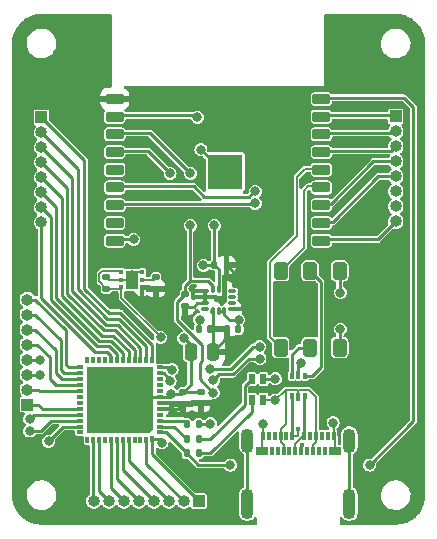
<source format=gbr>
%TF.GenerationSoftware,KiCad,Pcbnew,7.0.10*%
%TF.CreationDate,2024-01-28T17:09:24+00:00*%
%TF.ProjectId,Microll,4d696372-6f6c-46c2-9e6b-696361645f70,rev?*%
%TF.SameCoordinates,PX6422c40PY7f13bd0*%
%TF.FileFunction,Copper,L1,Top*%
%TF.FilePolarity,Positive*%
%FSLAX46Y46*%
G04 Gerber Fmt 4.6, Leading zero omitted, Abs format (unit mm)*
G04 Created by KiCad (PCBNEW 7.0.10) date 2024-01-28 17:09:24*
%MOMM*%
%LPD*%
G01*
G04 APERTURE LIST*
G04 Aperture macros list*
%AMRoundRect*
0 Rectangle with rounded corners*
0 $1 Rounding radius*
0 $2 $3 $4 $5 $6 $7 $8 $9 X,Y pos of 4 corners*
0 Add a 4 corners polygon primitive as box body*
4,1,4,$2,$3,$4,$5,$6,$7,$8,$9,$2,$3,0*
0 Add four circle primitives for the rounded corners*
1,1,$1+$1,$2,$3*
1,1,$1+$1,$4,$5*
1,1,$1+$1,$6,$7*
1,1,$1+$1,$8,$9*
0 Add four rect primitives between the rounded corners*
20,1,$1+$1,$2,$3,$4,$5,0*
20,1,$1+$1,$4,$5,$6,$7,0*
20,1,$1+$1,$6,$7,$8,$9,0*
20,1,$1+$1,$8,$9,$2,$3,0*%
%AMOutline5P*
0 Free polygon, 5 corners , with rotation*
0 The origin of the aperture is its center*
0 number of corners: always 5*
0 $1 to $10 corner X, Y*
0 $11 Rotation angle, in degrees counterclockwise*
0 create outline with 5 corners*
4,1,5,$1,$2,$3,$4,$5,$6,$7,$8,$9,$10,$1,$2,$11*%
%AMOutline6P*
0 Free polygon, 6 corners , with rotation*
0 The origin of the aperture is its center*
0 number of corners: always 6*
0 $1 to $12 corner X, Y*
0 $13 Rotation angle, in degrees counterclockwise*
0 create outline with 6 corners*
4,1,6,$1,$2,$3,$4,$5,$6,$7,$8,$9,$10,$11,$12,$1,$2,$13*%
%AMOutline7P*
0 Free polygon, 7 corners , with rotation*
0 The origin of the aperture is its center*
0 number of corners: always 7*
0 $1 to $14 corner X, Y*
0 $15 Rotation angle, in degrees counterclockwise*
0 create outline with 7 corners*
4,1,7,$1,$2,$3,$4,$5,$6,$7,$8,$9,$10,$11,$12,$13,$14,$1,$2,$15*%
%AMOutline8P*
0 Free polygon, 8 corners , with rotation*
0 The origin of the aperture is its center*
0 number of corners: always 8*
0 $1 to $16 corner X, Y*
0 $17 Rotation angle, in degrees counterclockwise*
0 create outline with 8 corners*
4,1,8,$1,$2,$3,$4,$5,$6,$7,$8,$9,$10,$11,$12,$13,$14,$15,$16,$1,$2,$17*%
%AMFreePoly0*
4,1,18,-0.275000,0.075000,-0.269291,0.103701,-0.253033,0.128033,-0.228701,0.144291,-0.200000,0.150000,0.200000,0.150000,0.228701,0.144291,0.253033,0.128033,0.269291,0.103701,0.275000,0.075000,0.275000,-0.075000,0.200000,-0.150000,-0.200000,-0.150000,-0.228701,-0.144291,-0.253033,-0.128033,-0.269291,-0.103701,-0.275000,-0.075000,-0.275000,0.075000,-0.275000,0.075000,$1*%
G04 Aperture macros list end*
%TA.AperFunction,SMDPad,CuDef*%
%ADD10RoundRect,0.225000X-0.525000X-0.225000X0.525000X-0.225000X0.525000X0.225000X-0.525000X0.225000X0*%
%TD*%
%TA.AperFunction,SMDPad,CuDef*%
%ADD11RoundRect,0.175000X-0.175000X-0.175000X0.175000X-0.175000X0.175000X0.175000X-0.175000X0.175000X0*%
%TD*%
%TA.AperFunction,ComponentPad*%
%ADD12C,0.475000*%
%TD*%
%TA.AperFunction,SMDPad,CuDef*%
%ADD13R,3.000000X3.000000*%
%TD*%
%TA.AperFunction,SMDPad,CuDef*%
%ADD14RoundRect,0.250000X0.250000X0.475000X-0.250000X0.475000X-0.250000X-0.475000X0.250000X-0.475000X0*%
%TD*%
%TA.AperFunction,SMDPad,CuDef*%
%ADD15RoundRect,0.135000X0.135000X0.185000X-0.135000X0.185000X-0.135000X-0.185000X0.135000X-0.185000X0*%
%TD*%
%TA.AperFunction,SMDPad,CuDef*%
%ADD16RoundRect,0.140000X0.170000X-0.140000X0.170000X0.140000X-0.170000X0.140000X-0.170000X-0.140000X0*%
%TD*%
%TA.AperFunction,ComponentPad*%
%ADD17R,1.000000X1.000000*%
%TD*%
%TA.AperFunction,ComponentPad*%
%ADD18O,1.000000X1.000000*%
%TD*%
%TA.AperFunction,SMDPad,CuDef*%
%ADD19R,0.300000X0.700000*%
%TD*%
%TA.AperFunction,SMDPad,CuDef*%
%ADD20R,1.000000X0.700000*%
%TD*%
%TA.AperFunction,ComponentPad*%
%ADD21O,1.100000X2.100000*%
%TD*%
%TA.AperFunction,ComponentPad*%
%ADD22O,1.100000X2.600000*%
%TD*%
%TA.AperFunction,SMDPad,CuDef*%
%ADD23RoundRect,0.140000X0.140000X0.170000X-0.140000X0.170000X-0.140000X-0.170000X0.140000X-0.170000X0*%
%TD*%
%TA.AperFunction,SMDPad,CuDef*%
%ADD24RoundRect,0.093750X0.093750X0.106250X-0.093750X0.106250X-0.093750X-0.106250X0.093750X-0.106250X0*%
%TD*%
%TA.AperFunction,ComponentPad*%
%ADD25C,0.500000*%
%TD*%
%TA.AperFunction,SMDPad,CuDef*%
%ADD26R,1.000000X1.600000*%
%TD*%
%TA.AperFunction,SMDPad,CuDef*%
%ADD27R,0.375000X0.500000*%
%TD*%
%TA.AperFunction,SMDPad,CuDef*%
%ADD28R,0.300000X0.650000*%
%TD*%
%TA.AperFunction,SMDPad,CuDef*%
%ADD29RoundRect,0.135000X0.185000X-0.135000X0.185000X0.135000X-0.185000X0.135000X-0.185000X-0.135000X0*%
%TD*%
%TA.AperFunction,SMDPad,CuDef*%
%ADD30RoundRect,0.300000X0.300000X0.450000X-0.300000X0.450000X-0.300000X-0.450000X0.300000X-0.450000X0*%
%TD*%
%TA.AperFunction,SMDPad,CuDef*%
%ADD31FreePoly0,180.000000*%
%TD*%
%TA.AperFunction,SMDPad,CuDef*%
%ADD32RoundRect,0.075000X0.200000X0.075000X-0.200000X0.075000X-0.200000X-0.075000X0.200000X-0.075000X0*%
%TD*%
%TA.AperFunction,SMDPad,CuDef*%
%ADD33RoundRect,0.075000X-0.075000X0.200000X-0.075000X-0.200000X0.075000X-0.200000X0.075000X0.200000X0*%
%TD*%
%TA.AperFunction,SMDPad,CuDef*%
%ADD34RoundRect,0.075000X-0.200000X-0.075000X0.200000X-0.075000X0.200000X0.075000X-0.200000X0.075000X0*%
%TD*%
%TA.AperFunction,SMDPad,CuDef*%
%ADD35Outline5P,-2.800000X2.520000X-2.520000X2.800000X2.800000X2.800000X2.800000X-2.800000X-2.800000X-2.800000X180.000000*%
%TD*%
%TA.AperFunction,SMDPad,CuDef*%
%ADD36RoundRect,0.140000X-0.140000X-0.170000X0.140000X-0.170000X0.140000X0.170000X-0.140000X0.170000X0*%
%TD*%
%TA.AperFunction,SMDPad,CuDef*%
%ADD37R,0.500000X0.850000*%
%TD*%
%TA.AperFunction,SMDPad,CuDef*%
%ADD38RoundRect,0.087500X-0.225000X-0.087500X0.225000X-0.087500X0.225000X0.087500X-0.225000X0.087500X0*%
%TD*%
%TA.AperFunction,SMDPad,CuDef*%
%ADD39RoundRect,0.087500X-0.087500X-0.225000X0.087500X-0.225000X0.087500X0.225000X-0.087500X0.225000X0*%
%TD*%
%TA.AperFunction,ViaPad*%
%ADD40C,0.800000*%
%TD*%
%TA.AperFunction,ViaPad*%
%ADD41C,0.400000*%
%TD*%
%TA.AperFunction,Conductor*%
%ADD42C,0.150000*%
%TD*%
%TA.AperFunction,Conductor*%
%ADD43C,0.250000*%
%TD*%
%TA.AperFunction,Conductor*%
%ADD44C,0.200000*%
%TD*%
G04 APERTURE END LIST*
D10*
%TO.P,U1,1,3.3V*%
%TO.N,+3.3V*%
X6200000Y33550000D03*
%TO.P,U1,2,EN*%
%TO.N,Net-(JP1-C)*%
X6200000Y32050000D03*
%TO.P,U1,3,GPIO4*%
%TO.N,SDA*%
X6200000Y30550000D03*
%TO.P,U1,4,GPIO5*%
%TO.N,SCL*%
X6200000Y29050000D03*
%TO.P,U1,5,GPIO6*%
%TO.N,unconnected-(U1-GPIO6-Pad5)*%
X6200000Y27550000D03*
%TO.P,U1,6,GPIO7*%
%TO.N,/GPIO7*%
X6200000Y26050000D03*
%TO.P,U1,7,GPIO8*%
%TO.N,/GPIO8*%
X6200000Y24550000D03*
%TO.P,U1,8,GPIO9*%
%TO.N,unconnected-(U1-GPIO9-Pad8)*%
X6200000Y23050000D03*
%TO.P,U1,9,GND*%
%TO.N,GND*%
X6200000Y21550000D03*
%TO.P,U1,10,GPIO10*%
%TO.N,/GPIO10*%
X23700000Y21550000D03*
%TO.P,U1,11,RXD*%
%TO.N,/Rx*%
X23700000Y23050000D03*
%TO.P,U1,12,TXD*%
%TO.N,/Tx*%
X23700000Y24550000D03*
%TO.P,U1,13,GPIO18*%
%TO.N,ESP32_USB-*%
X23700000Y26050000D03*
%TO.P,U1,14,GPIO19*%
%TO.N,ESP32_USB+*%
X23700000Y27550000D03*
%TO.P,U1,15,GPIO3*%
%TO.N,/GPIO3*%
X23700000Y29050000D03*
%TO.P,U1,16,GPIO2*%
%TO.N,/GPIO2*%
X23700000Y30550000D03*
%TO.P,U1,17,GPIO1*%
%TO.N,/GPIO1*%
X23700000Y32050000D03*
%TO.P,U1,18,GPIO0*%
%TO.N,/Blue*%
X23700000Y33550000D03*
D11*
%TO.P,U1,TP,TP*%
%TO.N,GND*%
X14450000Y28500000D03*
D12*
X14450000Y27950000D03*
D11*
X14450000Y27400000D03*
D12*
X14450000Y26850000D03*
D11*
X14450000Y26300000D03*
D12*
X15000000Y28500000D03*
X15000000Y27400000D03*
X15000000Y26300000D03*
D11*
X15550000Y28500000D03*
D12*
X15550000Y27950000D03*
D11*
X15550000Y27400000D03*
D13*
X15550000Y27400000D03*
D12*
X15550000Y26850000D03*
D11*
X15550000Y26300000D03*
D12*
X16100000Y28500000D03*
X16100000Y27400000D03*
X16100000Y26300000D03*
D11*
X16650000Y28500000D03*
D12*
X16650000Y27950000D03*
D11*
X16650000Y27400000D03*
D12*
X16650000Y26850000D03*
D11*
X16650000Y26300000D03*
%TD*%
D14*
%TO.P,C4,1*%
%TO.N,+3.3V*%
X14550000Y12150000D03*
%TO.P,C4,2*%
%TO.N,GND*%
X12650000Y12150000D03*
%TD*%
D15*
%TO.P,R3,1*%
%TO.N,Net-(D1-BK)*%
X13310000Y3550000D03*
%TO.P,R3,2*%
%TO.N,/Blue*%
X12290000Y3550000D03*
%TD*%
D16*
%TO.P,C1,1*%
%TO.N,+5V*%
X5500000Y17490000D03*
%TO.P,C1,2*%
%TO.N,GND*%
X5500000Y18450000D03*
%TD*%
D17*
%TO.P,J3,1,Pin_1*%
%TO.N,USART_RX*%
X-1200000Y7670000D03*
D18*
%TO.P,J3,2,Pin_2*%
%TO.N,USART_TX*%
X-1200000Y8940000D03*
%TO.P,J3,3,Pin_3*%
%TO.N,/ADC1_IN0*%
X-1200000Y10210000D03*
%TO.P,J3,4,Pin_4*%
%TO.N,/ADC1_IN1*%
X-1200000Y11480000D03*
%TO.P,J3,5,Pin_5*%
%TO.N,/PA8*%
X-1200000Y12750000D03*
%TO.P,J3,6,Pin_6*%
%TO.N,/PB15*%
X-1200000Y14020000D03*
%TO.P,J3,7,Pin_7*%
%TO.N,/PB14*%
X-1200000Y15290000D03*
%TO.P,J3,8,Pin_8*%
%TO.N,/PB13*%
X-1200000Y16560000D03*
%TD*%
D15*
%TO.P,R2,1*%
%TO.N,Net-(D1-GK)*%
X13310000Y4750000D03*
%TO.P,R2,2*%
%TO.N,/Green*%
X12290000Y4750000D03*
%TD*%
D17*
%TO.P,J1,1,Pin_1*%
%TO.N,/GPIO1*%
X30000000Y32060000D03*
D18*
%TO.P,J1,2,Pin_2*%
%TO.N,/GPIO2*%
X30000000Y30790000D03*
%TO.P,J1,3,Pin_3*%
%TO.N,/GPIO3*%
X30000000Y29520000D03*
%TO.P,J1,4,Pin_4*%
%TO.N,/Tx*%
X30000000Y28250000D03*
%TO.P,J1,5,Pin_5*%
%TO.N,/Rx*%
X30000000Y26980000D03*
%TO.P,J1,6,Pin_6*%
%TO.N,/GPIO7*%
X30000000Y25710000D03*
%TO.P,J1,7,Pin_7*%
%TO.N,/GPIO8*%
X30000000Y24440000D03*
%TO.P,J1,8,Pin_8*%
%TO.N,/GPIO10*%
X30000000Y23170000D03*
%TD*%
D19*
%TO.P,J4,A1,GND*%
%TO.N,GND*%
X18750000Y5035000D03*
%TO.P,J4,A2,TX1+*%
%TO.N,unconnected-(J4-TX1+-PadA2)*%
X19250000Y5035000D03*
%TO.P,J4,A3,TX1-*%
%TO.N,unconnected-(J4-TX1--PadA3)*%
X19750000Y5035000D03*
%TO.P,J4,A4,VBUS*%
%TO.N,+5V*%
X20250000Y5035000D03*
%TO.P,J4,A5,CC1*%
%TO.N,unconnected-(J4-CC1-PadA5)*%
X20750000Y5035000D03*
%TO.P,J4,A6,D+*%
%TO.N,/D+*%
X21250000Y5035000D03*
%TO.P,J4,A7,D-*%
%TO.N,/D-*%
X22250000Y5035000D03*
%TO.P,J4,A8,SBU1*%
%TO.N,unconnected-(J4-SBU1-PadA8)*%
X22750000Y5035000D03*
%TO.P,J4,A9,VBUS*%
%TO.N,+5V*%
X23250000Y5035000D03*
%TO.P,J4,A10,RX2-*%
%TO.N,unconnected-(J4-RX2--PadA10)*%
X23750000Y5035000D03*
%TO.P,J4,A11,RX2+*%
%TO.N,unconnected-(J4-RX2+-PadA11)*%
X24250000Y5035000D03*
%TO.P,J4,A12,GND*%
%TO.N,GND*%
X24750000Y5035000D03*
D20*
%TO.P,J4,B1,GND*%
X24850000Y3735000D03*
D19*
%TO.P,J4,B2,TX2+*%
%TO.N,unconnected-(J4-TX2+-PadB2)*%
X24000000Y3735000D03*
%TO.P,J4,B3,TX2-*%
%TO.N,unconnected-(J4-TX2--PadB3)*%
X23500000Y3735000D03*
%TO.P,J4,B4,VBUS*%
%TO.N,+5V*%
X23000000Y3735000D03*
%TO.P,J4,B5,CC2*%
%TO.N,unconnected-(J4-CC2-PadB5)*%
X22500000Y3735000D03*
%TO.P,J4,B6,D+*%
%TO.N,/D+*%
X22000000Y3735000D03*
%TO.P,J4,B7,D-*%
%TO.N,/D-*%
X21500000Y3735000D03*
%TO.P,J4,B8,SBU2*%
%TO.N,unconnected-(J4-SBU2-PadB8)*%
X21000000Y3735000D03*
%TO.P,J4,B9,VBUS*%
%TO.N,+5V*%
X20500000Y3735000D03*
%TO.P,J4,B10,RX1-*%
%TO.N,unconnected-(J4-RX1--PadB10)*%
X20000000Y3735000D03*
%TO.P,J4,B11,RX1+*%
%TO.N,unconnected-(J4-RX1+-PadB11)*%
X19500000Y3735000D03*
D20*
%TO.P,J4,B12,GND*%
%TO.N,GND*%
X18650000Y3735000D03*
D21*
%TO.P,J4,S1,SHIELD*%
%TO.N,unconnected-(J4-SHIELD-PadS1)*%
X17430000Y4625000D03*
D22*
X17430000Y-735000D03*
D21*
X26070000Y4625000D03*
D22*
X26070000Y-735000D03*
%TD*%
D17*
%TO.P,J2,1,Pin_1*%
%TO.N,SDA*%
X13330000Y-500000D03*
D18*
%TO.P,J2,2,Pin_2*%
%TO.N,SCL*%
X12060000Y-500000D03*
%TO.P,J2,3,Pin_3*%
%TO.N,/PB5*%
X10790000Y-500000D03*
%TO.P,J2,4,Pin_4*%
%TO.N,/PB4*%
X9520000Y-500000D03*
%TO.P,J2,5,Pin_5*%
%TO.N,/PB3*%
X8250000Y-500000D03*
%TO.P,J2,6,Pin_6*%
%TO.N,/PD3*%
X6980000Y-500000D03*
%TO.P,J2,7,Pin_7*%
%TO.N,CAN_TX*%
X5710000Y-500000D03*
%TO.P,J2,8,Pin_8*%
%TO.N,CAN_RX*%
X4440000Y-500000D03*
%TD*%
D23*
%TO.P,C6,1*%
%TO.N,+3.3V*%
X14300000Y14050000D03*
%TO.P,C6,2*%
%TO.N,GND*%
X13340000Y14050000D03*
%TD*%
D16*
%TO.P,C5,1*%
%TO.N,+3.3V*%
X13510000Y7770000D03*
%TO.P,C5,2*%
%TO.N,GND*%
X13510000Y8730000D03*
%TD*%
%TO.P,C2,1*%
%TO.N,+3.3V*%
X9700000Y17470000D03*
%TO.P,C2,2*%
%TO.N,Net-(U2-SNS)*%
X9700000Y18430000D03*
%TD*%
%TO.P,C3,1*%
%TO.N,+3.3V*%
X12010000Y7750000D03*
%TO.P,C3,2*%
%TO.N,GND*%
X12010000Y8710000D03*
%TD*%
D17*
%TO.P,J5,1,Pin_1*%
%TO.N,/PA2*%
X0Y32000000D03*
D18*
%TO.P,J5,2,Pin_2*%
%TO.N,/PA3*%
X0Y30730000D03*
%TO.P,J5,3,Pin_3*%
%TO.N,/DAC1_OUT1*%
X0Y29460000D03*
%TO.P,J5,4,Pin_4*%
%TO.N,SPI_SCK*%
X0Y28190000D03*
%TO.P,J5,5,Pin_5*%
%TO.N,SPI_MISO*%
X0Y26920000D03*
%TO.P,J5,6,Pin_6*%
%TO.N,SPI_MOSI*%
X0Y25650000D03*
%TO.P,J5,7,Pin_7*%
%TO.N,/PB0*%
X0Y24380000D03*
%TO.P,J5,8,Pin_8*%
%TO.N,/PB1*%
X0Y23110000D03*
%TD*%
D24*
%TO.P,U2,1,OUT*%
%TO.N,+3.3V*%
X8537500Y17582500D03*
%TO.P,U2,2,SNS*%
%TO.N,Net-(U2-SNS)*%
X8537500Y18232500D03*
%TO.P,U2,3,GND*%
%TO.N,GND*%
X8537500Y18882500D03*
%TO.P,U2,4,EN*%
%TO.N,+5V*%
X6762500Y18882500D03*
%TO.P,U2,5,GND*%
%TO.N,GND*%
X6762500Y18232500D03*
%TO.P,U2,6,IN*%
%TO.N,+5V*%
X6762500Y17582500D03*
D25*
%TO.P,U2,7,PAD*%
%TO.N,GND*%
X7650000Y17682500D03*
D26*
X7650000Y18232500D03*
D25*
X7650000Y18782500D03*
%TD*%
D27*
%TO.P,U4,1,I/O1*%
%TO.N,/USB-*%
X22287500Y10100000D03*
D28*
%TO.P,U4,2,GND*%
%TO.N,GND*%
X21750000Y10175000D03*
D27*
%TO.P,U4,3,I/O2*%
%TO.N,/USB+*%
X21212500Y10100000D03*
%TO.P,U4,4,I/O2*%
%TO.N,/D+*%
X21212500Y8400000D03*
D28*
%TO.P,U4,5,VBUS*%
%TO.N,+5V*%
X21750000Y8325000D03*
D27*
%TO.P,U4,6,I/O1*%
%TO.N,/D-*%
X22287500Y8400000D03*
%TD*%
D29*
%TO.P,R4,1*%
%TO.N,+3.3V*%
X12162500Y15990000D03*
%TO.P,R4,2*%
%TO.N,SDA*%
X12162500Y17010000D03*
%TD*%
D15*
%TO.P,R1,1*%
%TO.N,Net-(D1-RK)*%
X13310000Y6050000D03*
%TO.P,R1,2*%
%TO.N,/Red*%
X12290000Y6050000D03*
%TD*%
D30*
%TO.P,U5,1*%
%TO.N,STM32_USB+*%
X25250000Y12500000D03*
%TO.P,U5,2*%
%TO.N,/USB+*%
X22750000Y12500000D03*
%TO.P,U5,3*%
%TO.N,ESP32_USB+*%
X20250000Y12500000D03*
%TO.P,U5,4*%
%TO.N,STM32_USB-*%
X25250000Y19000000D03*
%TO.P,U5,5*%
%TO.N,/USB-*%
X22750000Y19000000D03*
%TO.P,U5,6*%
%TO.N,ESP32_USB-*%
X20250000Y19000000D03*
%TD*%
D31*
%TO.P,U3,1,PC13*%
%TO.N,/Blue*%
X10013197Y5311803D03*
D32*
%TO.P,U3,2,P14-OSC32_IN*%
%TO.N,/Green*%
X10013197Y5811803D03*
%TO.P,U3,3,P15-OSC32_OUT*%
%TO.N,/Red*%
X10013197Y6311803D03*
%TO.P,U3,4,VBAT*%
%TO.N,unconnected-(U3-VBAT-Pad4)*%
X10013197Y6811803D03*
%TO.P,U3,5,VERF+*%
%TO.N,+3.3V*%
X10013197Y7311803D03*
%TO.P,U3,6,VDD/VDDA*%
X10013197Y7811803D03*
%TO.P,U3,7,VSS/VSSA*%
%TO.N,GND*%
X10013197Y8311803D03*
%TO.P,U3,8,PF0-OSC_IN*%
%TO.N,unconnected-(U3-PF0-OSC_IN-Pad8)*%
X10013197Y8811803D03*
%TO.P,U3,9,PF1-OSC_OUT*%
%TO.N,unconnected-(U3-PF1-OSC_OUT-Pad9)*%
X10013197Y9311803D03*
%TO.P,U3,10,PF2-NRST*%
%TO.N,unconnected-(U3-PF2-NRST-Pad10)*%
X10013197Y9811803D03*
%TO.P,U3,11,PA0*%
%TO.N,/ADC1_IN0*%
X10013197Y10311803D03*
%TO.P,U3,12,PA1*%
%TO.N,/ADC1_IN1*%
X10013197Y10811803D03*
D33*
%TO.P,U3,13,PA2*%
%TO.N,/PA2*%
X9388197Y11436803D03*
%TO.P,U3,14,PA3*%
%TO.N,/PA3*%
X8888197Y11436803D03*
%TO.P,U3,15,PA4*%
%TO.N,/DAC1_OUT1*%
X8388197Y11436803D03*
%TO.P,U3,16,PA5*%
%TO.N,SPI_SCK*%
X7888197Y11436803D03*
%TO.P,U3,17,PA6*%
%TO.N,SPI_MISO*%
X7388197Y11436803D03*
%TO.P,U3,18,PA7*%
%TO.N,SPI_MOSI*%
X6888197Y11436803D03*
%TO.P,U3,19,PB0*%
%TO.N,/PB0*%
X6388197Y11436803D03*
%TO.P,U3,20,PB1*%
%TO.N,/PB1*%
X5888197Y11436803D03*
%TO.P,U3,21,PB2*%
%TO.N,unconnected-(U3-PB2-Pad21)*%
X5388197Y11436803D03*
%TO.P,U3,22,PB10*%
%TO.N,unconnected-(U3-PB10-Pad22)*%
X4888197Y11436803D03*
%TO.P,U3,23,PB11*%
%TO.N,unconnected-(U3-PB11-Pad23)*%
X4388197Y11436803D03*
%TO.P,U3,24,PB12*%
%TO.N,unconnected-(U3-PB12-Pad24)*%
X3888197Y11436803D03*
D34*
%TO.P,U3,25,PB13*%
%TO.N,/PB13*%
X3263197Y10811803D03*
%TO.P,U3,26,PB14*%
%TO.N,/PB14*%
X3263197Y10311803D03*
%TO.P,U3,27,PB15*%
%TO.N,/PB15*%
X3263197Y9811803D03*
%TO.P,U3,28,PA8*%
%TO.N,/PA8*%
X3263197Y9311803D03*
%TO.P,U3,29,PA9*%
%TO.N,USART_TX*%
X3263197Y8811803D03*
%TO.P,U3,30,PC6*%
%TO.N,unconnected-(U3-PC6-Pad30)*%
X3263197Y8311803D03*
%TO.P,U3,31,PC7*%
%TO.N,unconnected-(U3-PC7-Pad31)*%
X3263197Y7811803D03*
%TO.P,U3,32,PA10*%
%TO.N,USART_RX*%
X3263197Y7311803D03*
%TO.P,U3,33,PA11*%
%TO.N,STM32_USB-*%
X3263197Y6811803D03*
%TO.P,U3,34,PA12*%
%TO.N,STM32_USB+*%
X3263197Y6311803D03*
%TO.P,U3,35,PA13*%
%TO.N,Net-(JP2-C)*%
X3263197Y5811803D03*
%TO.P,U3,36,PA14-BOOT0*%
%TO.N,unconnected-(U3-PA14-BOOT0-Pad36)*%
X3263197Y5311803D03*
D33*
%TO.P,U3,37,PA15*%
%TO.N,unconnected-(U3-PA15-Pad37)*%
X3888197Y4686803D03*
%TO.P,U3,38,PD0*%
%TO.N,CAN_RX*%
X4388197Y4686803D03*
%TO.P,U3,39,PD1*%
%TO.N,CAN_TX*%
X4888197Y4686803D03*
%TO.P,U3,40,PD2*%
%TO.N,unconnected-(U3-PD2-Pad40)*%
X5388197Y4686803D03*
%TO.P,U3,41,PD3*%
%TO.N,/PD3*%
X5888197Y4686803D03*
%TO.P,U3,42,PB3*%
%TO.N,/PB3*%
X6388197Y4686803D03*
%TO.P,U3,43,PB4*%
%TO.N,/PB4*%
X6888197Y4686803D03*
%TO.P,U3,44,PB5*%
%TO.N,/PB5*%
X7388197Y4686803D03*
%TO.P,U3,45,PB6*%
%TO.N,unconnected-(U3-PB6-Pad45)*%
X7888197Y4686803D03*
%TO.P,U3,46,PB7*%
%TO.N,unconnected-(U3-PB7-Pad46)*%
X8388197Y4686803D03*
%TO.P,U3,47,PB8*%
%TO.N,SCL*%
X8888197Y4686803D03*
%TO.P,U3,48,PB9*%
%TO.N,SDA*%
X9388197Y4711803D03*
D35*
%TO.P,U3,TP,TP*%
%TO.N,GND*%
X6638197Y8061803D03*
%TD*%
D36*
%TO.P,C7,1*%
%TO.N,+3.3V*%
X15720000Y14050000D03*
%TO.P,C7,2*%
%TO.N,GND*%
X16680000Y14050000D03*
%TD*%
D37*
%TO.P,D1,1,A*%
%TO.N,+5V*%
X18800000Y8075000D03*
%TO.P,D1,2,RK*%
%TO.N,Net-(D1-RK)*%
X18800000Y9825000D03*
%TO.P,D1,3,GK*%
%TO.N,Net-(D1-GK)*%
X17800000Y9825000D03*
%TO.P,D1,4,BK*%
%TO.N,Net-(D1-BK)*%
X17800000Y8075000D03*
%TD*%
D38*
%TO.P,U6,1,SDO/SA0*%
%TO.N,+3.3V*%
X13837500Y17250000D03*
%TO.P,U6,2,SDX*%
X13837500Y16750000D03*
%TO.P,U6,3,SCX*%
X13837500Y16250000D03*
%TO.P,U6,4,INT1*%
%TO.N,unconnected-(U6-INT1-Pad4)*%
X13837500Y15750000D03*
D39*
%TO.P,U6,5,VDDIO*%
%TO.N,+3.3V*%
X14500000Y15587500D03*
%TO.P,U6,6,GND*%
%TO.N,GND*%
X15000000Y15587500D03*
%TO.P,U6,7,GND*%
X15500000Y15587500D03*
D38*
%TO.P,U6,8,VDD*%
%TO.N,+3.3V*%
X16162500Y15750000D03*
%TO.P,U6,9,INT2*%
%TO.N,unconnected-(U6-INT2-Pad9)*%
X16162500Y16250000D03*
%TO.P,U6,10,NC*%
%TO.N,unconnected-(U6-NC-Pad10)*%
X16162500Y16750000D03*
%TO.P,U6,11,NC*%
%TO.N,unconnected-(U6-NC-Pad11)*%
X16162500Y17250000D03*
D39*
%TO.P,U6,12,CS*%
%TO.N,+3.3V*%
X15500000Y17412500D03*
%TO.P,U6,13,SCL*%
%TO.N,SCL*%
X15000000Y17412500D03*
%TO.P,U6,14,SDA*%
%TO.N,SDA*%
X14500000Y17412500D03*
%TD*%
D15*
%TO.P,R5,1*%
%TO.N,+3.3V*%
X15672500Y19500000D03*
%TO.P,R5,2*%
%TO.N,SCL*%
X14652500Y19500000D03*
%TD*%
D40*
%TO.N,GND*%
X7800000Y21650000D03*
X21937500Y11150000D03*
X24700000Y6150000D03*
X16700000Y14850000D03*
X13500000Y29250000D03*
X11000000Y8550000D03*
X12037347Y13287347D03*
X18800000Y6050000D03*
X13400000Y14850000D03*
%TO.N,+5V*%
X19800000Y8050000D03*
X10100000Y13350000D03*
D41*
%TO.N,/D+*%
X21750000Y5589372D03*
X22052989Y4282919D03*
D40*
%TO.N,SDA*%
X12600000Y27250000D03*
X10200000Y4450000D03*
X12600000Y22850000D03*
X14543398Y8668092D03*
%TO.N,SCL*%
X10900000Y27250000D03*
X13700000Y19450000D03*
X14652500Y22850000D03*
%TO.N,+3.3V*%
X13200000Y33250000D03*
X-500000Y4550000D03*
%TO.N,Net-(D1-RK)*%
X19800000Y9850000D03*
X14300000Y6050000D03*
%TO.N,Net-(JP1-C)*%
X13200000Y32000000D03*
%TO.N,/GPIO7*%
X18100000Y25710000D03*
%TO.N,/GPIO8*%
X18100000Y24709997D03*
%TO.N,/ADC1_IN0*%
X10900000Y9650000D03*
X-100000Y10210000D03*
%TO.N,/ADC1_IN1*%
X11055292Y10637778D03*
X-100000Y11480000D03*
%TO.N,Net-(JP2-C)*%
X600000Y4550000D03*
%TO.N,STM32_USB-*%
X-1000000Y6450000D03*
X14292295Y10677174D03*
X18487347Y12562653D03*
X25300000Y17150000D03*
%TO.N,STM32_USB+*%
X-1000000Y5439515D03*
X18500000Y11550000D03*
X25300000Y14050000D03*
X14565103Y9715103D03*
%TO.N,/Blue*%
X16000000Y2550000D03*
X27800000Y2550000D03*
%TD*%
D42*
%TO.N,/D+*%
X22000000Y4229930D02*
X22000000Y3735000D01*
X22052989Y4282919D02*
X22000000Y4229930D01*
%TO.N,GND*%
X18650000Y4935000D02*
X18750000Y5035000D01*
X5500000Y18450000D02*
X5717500Y18232500D01*
D43*
X12640103Y9340103D02*
X12640103Y12140103D01*
X6250000Y21650000D02*
X7800000Y21650000D01*
X16680000Y14830000D02*
X16700000Y14850000D01*
D42*
X5717500Y18232500D02*
X6762500Y18232500D01*
X7650000Y18232500D02*
X7650000Y17682500D01*
D43*
X16680000Y14050000D02*
X16680000Y14830000D01*
D42*
X7650000Y18232500D02*
X7650000Y18782500D01*
D43*
X12010000Y8710000D02*
X13490000Y8710000D01*
X21750000Y10962500D02*
X21750000Y10175000D01*
X6638197Y8061803D02*
X6888197Y8311803D01*
X15500000Y15587500D02*
X15500000Y15275001D01*
X10013197Y8311803D02*
X10761803Y8311803D01*
D42*
X18750000Y5035000D02*
X18750000Y6000000D01*
D43*
X12010000Y8710000D02*
X12640103Y9340103D01*
D42*
X24850000Y3735000D02*
X24850000Y4935000D01*
D43*
X12650000Y12674694D02*
X12650000Y12150000D01*
X13340000Y14790000D02*
X13400000Y14850000D01*
X14500000Y28600000D02*
X14150000Y28600000D01*
D42*
X6762500Y18232500D02*
X7650000Y18232500D01*
D43*
X12037347Y13287347D02*
X12650000Y12674694D01*
D42*
X8537500Y18882500D02*
X7750000Y18882500D01*
D43*
X6888197Y8311803D02*
X10013197Y8311803D01*
D42*
X24750000Y5035000D02*
X24750000Y6100000D01*
X7750000Y18882500D02*
X7650000Y18782500D01*
D43*
X13490000Y8710000D02*
X13510000Y8730000D01*
X13340000Y14050000D02*
X13340000Y14790000D01*
D42*
X18750000Y6000000D02*
X18800000Y6050000D01*
D43*
X15500000Y15275001D02*
X15925001Y14850000D01*
D42*
X18650000Y3735000D02*
X18650000Y4935000D01*
D43*
X21937500Y11150000D02*
X21750000Y10962500D01*
X11000000Y8550000D02*
X11850000Y8550000D01*
D42*
X24750000Y6100000D02*
X24700000Y6150000D01*
D43*
X15925001Y14850000D02*
X16700000Y14850000D01*
X14150000Y28600000D02*
X13500000Y29250000D01*
X15000000Y15587500D02*
X15500000Y15587500D01*
X11850000Y8550000D02*
X12010000Y8710000D01*
X12640103Y12140103D02*
X12650000Y12150000D01*
D42*
X24850000Y4935000D02*
X24750000Y5035000D01*
D43*
X10761803Y8311803D02*
X11000000Y8550000D01*
D42*
%TO.N,+5V*%
X20700000Y6035000D02*
X20700000Y8875000D01*
X20750000Y8925000D02*
X21675000Y8925000D01*
X18800000Y8075000D02*
X19775000Y8075000D01*
X6762500Y16687500D02*
X10100000Y13350000D01*
X21675000Y8925000D02*
X21750000Y8850000D01*
X20500000Y3735000D02*
X20500000Y4285000D01*
X20250000Y5585000D02*
X20700000Y6035000D01*
X6670000Y17490000D02*
X6762500Y17582500D01*
X23000000Y3735000D02*
X23000000Y4235000D01*
X20675000Y8925000D02*
X20750000Y8925000D01*
X23000000Y4235000D02*
X23250000Y4485000D01*
X22625000Y8925000D02*
X23250000Y8300000D01*
X20250000Y4535000D02*
X20250000Y5035000D01*
X6762500Y17582500D02*
X6762500Y16687500D01*
X4900000Y18750780D02*
X4900000Y18090000D01*
X20500000Y4285000D02*
X20250000Y4535000D01*
X21825000Y8925000D02*
X22625000Y8925000D01*
X20250000Y5035000D02*
X20250000Y5585000D01*
X21750000Y8850000D02*
X21825000Y8925000D01*
X19775000Y8075000D02*
X19800000Y8050000D01*
X5500000Y17490000D02*
X6670000Y17490000D01*
X19800000Y8050000D02*
X20675000Y8925000D01*
X6762500Y18882500D02*
X6640000Y19005000D01*
X6640000Y19005000D02*
X5154220Y19005000D01*
X4900000Y18090000D02*
X5500000Y17490000D01*
X5154220Y19005000D02*
X4900000Y18750780D01*
X21750000Y8325000D02*
X21750000Y8850000D01*
X20700000Y8875000D02*
X20750000Y8925000D01*
X23250000Y4485000D02*
X23250000Y5035000D01*
X23250000Y8300000D02*
X23250000Y5035000D01*
%TO.N,/D-*%
X22287500Y5072500D02*
X22250000Y5035000D01*
X21500000Y4354272D02*
X22180728Y5035000D01*
D43*
X22250000Y8362500D02*
X22250000Y5035000D01*
D42*
X21500000Y3735000D02*
X21500000Y4354272D01*
X22180728Y5035000D02*
X22250000Y5035000D01*
D43*
X22287500Y8400000D02*
X22250000Y8362500D01*
D42*
%TO.N,/D+*%
X21750000Y5100000D02*
X21750000Y5589372D01*
X21250000Y8362500D02*
X21212500Y8400000D01*
X21685000Y5035000D02*
X21750000Y5100000D01*
D43*
X21250000Y5035000D02*
X21250000Y8362500D01*
D42*
X21212500Y5072500D02*
X21250000Y5035000D01*
X21250000Y5035000D02*
X21685000Y5035000D01*
D43*
%TO.N,SDA*%
X6250000Y30650000D02*
X9200000Y30650000D01*
X9388197Y4711803D02*
X9388197Y3441803D01*
X12600000Y18150000D02*
X12162500Y17712500D01*
X13600000Y12750000D02*
X11517500Y14832500D01*
X13400000Y11150000D02*
X13600000Y11350000D01*
X9200000Y30650000D02*
X12600000Y27250000D01*
X14074999Y18150000D02*
X12600000Y18150000D01*
X14500000Y17724999D02*
X14074999Y18150000D01*
X13600000Y11350000D02*
X13600000Y12750000D01*
X13400000Y9811490D02*
X13400000Y11150000D01*
X9388197Y4711803D02*
X9938197Y4711803D01*
X9938197Y4711803D02*
X10200000Y4450000D01*
X12600000Y22850000D02*
X12600000Y18150000D01*
X11517500Y16365000D02*
X12162500Y17010000D01*
X11517500Y14832500D02*
X11517500Y16365000D01*
X12162500Y17712500D02*
X12162500Y17010000D01*
X14543398Y8668092D02*
X13400000Y9811490D01*
X14500000Y17412500D02*
X14500000Y17724999D01*
X9388197Y3441803D02*
X13330000Y-500000D01*
%TO.N,SCL*%
X13750000Y19500000D02*
X13700000Y19450000D01*
X14652500Y22850000D02*
X14652500Y19500000D01*
X6250000Y29150000D02*
X9000000Y29150000D01*
X15000000Y19152500D02*
X14652500Y19500000D01*
X14652500Y19500000D02*
X13750000Y19500000D01*
X8888197Y2671803D02*
X12060000Y-500000D01*
X8888197Y4686803D02*
X8888197Y2671803D01*
X15000000Y17412500D02*
X15000000Y19152500D01*
X9000000Y29150000D02*
X10900000Y27250000D01*
%TO.N,+3.3V*%
X13490000Y7750000D02*
X13510000Y7770000D01*
X17000000Y15950000D02*
X17000000Y18172500D01*
X16825000Y9275000D02*
X16825000Y10075000D01*
X15400000Y16750000D02*
X15500000Y16850000D01*
X15320000Y7770000D02*
X16825000Y9275000D01*
X14550000Y12150000D02*
X14550000Y13800000D01*
X13510000Y7770000D02*
X15320000Y7770000D01*
X18654595Y10750000D02*
X19300000Y11395405D01*
X19300000Y12919670D02*
X18869670Y13350000D01*
X16162500Y15750000D02*
X16800000Y15750000D01*
X10013197Y7811803D02*
X11948197Y7811803D01*
X14500000Y15587500D02*
X14500000Y14250000D01*
X16800000Y15750000D02*
X17000000Y15950000D01*
X13837500Y17250000D02*
X13837500Y16750000D01*
X10013197Y7311803D02*
X11571803Y7311803D01*
X12010000Y7750000D02*
X13490000Y7750000D01*
X19300000Y11395405D02*
X19300000Y12919670D01*
X11571803Y7311803D02*
X12010000Y7750000D01*
X12162500Y15990000D02*
X12202500Y15950000D01*
X13837500Y16750000D02*
X13837500Y16250000D01*
X17000000Y18172500D02*
X15672500Y19500000D01*
X13837500Y16750000D02*
X15400000Y16750000D01*
X14500000Y14250000D02*
X14300000Y14050000D01*
X16825000Y10075000D02*
X17500000Y10750000D01*
X13200000Y16250000D02*
X13837500Y16250000D01*
X15500000Y16850000D02*
X15500000Y17412500D01*
X17500000Y10750000D02*
X18654595Y10750000D01*
X11948197Y7811803D02*
X12010000Y7750000D01*
X12900000Y15950000D02*
X13200000Y16250000D01*
X18869670Y13350000D02*
X15750000Y13350000D01*
X14550000Y13800000D02*
X14300000Y14050000D01*
X15750000Y13350000D02*
X14550000Y12150000D01*
X12202500Y15950000D02*
X12900000Y15950000D01*
D42*
%TO.N,Net-(U2-SNS)*%
X9700000Y18430000D02*
X9502500Y18232500D01*
X9502500Y18232500D02*
X8537500Y18232500D01*
D43*
%TO.N,Net-(D1-RK)*%
X18800000Y9825000D02*
X19775000Y9825000D01*
X14300000Y6050000D02*
X13310000Y6050000D01*
X19775000Y9825000D02*
X19800000Y9850000D01*
%TO.N,Net-(D1-GK)*%
X13310000Y4750000D02*
X14300000Y4750000D01*
X14300000Y4750000D02*
X17225000Y7675000D01*
X17225000Y7675000D02*
X17225000Y9250000D01*
X17225000Y9250000D02*
X17800000Y9825000D01*
%TO.N,Net-(D1-BK)*%
X13310000Y3550000D02*
X14300000Y3550000D01*
X17800000Y7050000D02*
X17800000Y8075000D01*
X14300000Y3550000D02*
X17800000Y7050000D01*
%TO.N,unconnected-(J4-SHIELD-PadS1)*%
X17430000Y-735000D02*
X17430000Y4625000D01*
X26070000Y-735000D02*
X26070000Y4625000D01*
%TO.N,/GPIO1*%
X23750000Y32150000D02*
X29910000Y32150000D01*
X29910000Y32150000D02*
X30000000Y32060000D01*
%TO.N,/GPIO2*%
X29860000Y30650000D02*
X30000000Y30790000D01*
X23750000Y30650000D02*
X29860000Y30650000D01*
%TO.N,Net-(JP1-C)*%
X13050000Y32150000D02*
X6250000Y32150000D01*
X13200000Y32000000D02*
X13050000Y32150000D01*
%TO.N,/GPIO3*%
X23750000Y29150000D02*
X29630000Y29150000D01*
X29630000Y29150000D02*
X30000000Y29520000D01*
%TO.N,/Tx*%
X28100000Y28250000D02*
X30000000Y28250000D01*
X24500000Y24650000D02*
X28100000Y28250000D01*
X23750000Y24650000D02*
X24500000Y24650000D01*
%TO.N,/Rx*%
X23750000Y23150000D02*
X24700000Y23150000D01*
X24700000Y23150000D02*
X28530000Y26980000D01*
X28530000Y26980000D02*
X30000000Y26980000D01*
D44*
%TO.N,ESP32_USB-*%
X22600000Y26150000D02*
X23750000Y26150000D01*
X22200000Y25750000D02*
X22600000Y26150000D01*
X22200000Y20950000D02*
X22200000Y25750000D01*
X20250000Y19000000D02*
X22200000Y20950000D01*
%TO.N,ESP32_USB+*%
X20250000Y12500000D02*
X19350000Y13400000D01*
X21600000Y21950000D02*
X21600000Y26950000D01*
X21600000Y26950000D02*
X22300000Y27650000D01*
X22300000Y27650000D02*
X23750000Y27650000D01*
X19350000Y19700000D02*
X21600000Y21950000D01*
X19350000Y13400000D02*
X19350000Y19700000D01*
D43*
%TO.N,/GPIO7*%
X18100000Y25710000D02*
X18034695Y25710000D01*
X12900000Y26150000D02*
X6250000Y26150000D01*
X17574695Y25250000D02*
X13800000Y25250000D01*
X18034695Y25710000D02*
X17574695Y25250000D01*
X13800000Y25250000D02*
X12900000Y26150000D01*
%TO.N,/GPIO8*%
X18040003Y24650000D02*
X6250000Y24650000D01*
X18100000Y24709997D02*
X18040003Y24650000D01*
%TO.N,/GPIO10*%
X23750000Y21650000D02*
X28480000Y21650000D01*
X28480000Y21650000D02*
X30000000Y23170000D01*
%TO.N,/PB5*%
X7388197Y2901803D02*
X10790000Y-500000D01*
X7388197Y4686803D02*
X7388197Y2901803D01*
%TO.N,/Red*%
X12290000Y6050000D02*
X12028197Y6311803D01*
X12028197Y6311803D02*
X10013197Y6311803D01*
X12290000Y6050000D02*
X12290000Y6250000D01*
%TO.N,/ADC1_IN0*%
X10900000Y9767764D02*
X10355961Y10311803D01*
X10355961Y10311803D02*
X10013197Y10311803D01*
X-100000Y10210000D02*
X-1200000Y10210000D01*
X10900000Y9650000D02*
X10900000Y9767764D01*
%TO.N,/ADC1_IN1*%
X-100000Y11480000D02*
X-1200000Y11480000D01*
X10881267Y10811803D02*
X10013197Y10811803D01*
X11055292Y10637778D02*
X10881267Y10811803D01*
%TO.N,/PB4*%
X6888197Y2131803D02*
X9520000Y-500000D01*
X6888197Y4686803D02*
X6888197Y2131803D01*
%TO.N,/PB3*%
X6388197Y4686803D02*
X6388197Y1361803D01*
X6388197Y1361803D02*
X8250000Y-500000D01*
%TO.N,/DAC1_OUT1*%
X8388197Y12461547D02*
X6449744Y14400000D01*
X8388197Y11436803D02*
X8388197Y12461547D01*
X2625000Y17243376D02*
X2625000Y26835000D01*
X2625000Y26835000D02*
X0Y29460000D01*
X6449744Y14400000D02*
X5468376Y14400000D01*
X5468376Y14400000D02*
X2625000Y17243376D01*
%TO.N,SPI_SCK*%
X7888197Y12325151D02*
X6263348Y13950000D01*
X2175000Y17056980D02*
X2175000Y26015000D01*
X7888197Y11436803D02*
X7888197Y12325151D01*
X5281980Y13950000D02*
X2175000Y17056980D01*
X2175000Y26015000D02*
X0Y28190000D01*
X6263348Y13950000D02*
X5281980Y13950000D01*
%TO.N,SPI_MISO*%
X1725000Y25195000D02*
X0Y26920000D01*
X1725000Y16870584D02*
X1725000Y25195000D01*
X5095584Y13500000D02*
X1725000Y16870584D01*
X7388197Y11436803D02*
X7388197Y12188755D01*
X7388197Y12188755D02*
X6076952Y13500000D01*
X6076952Y13500000D02*
X5095584Y13500000D01*
%TO.N,SPI_MOSI*%
X1275000Y24375000D02*
X0Y25650000D01*
X5890556Y13050000D02*
X4909188Y13050000D01*
X6888197Y11436803D02*
X6888197Y12052359D01*
X1275000Y16684188D02*
X1275000Y24375000D01*
X6888197Y12052359D02*
X5890556Y13050000D01*
X4909188Y13050000D02*
X1275000Y16684188D01*
%TO.N,/PD3*%
X5888197Y4686803D02*
X5888197Y591803D01*
X5888197Y591803D02*
X6980000Y-500000D01*
%TO.N,/PA8*%
X1238197Y9311803D02*
X700000Y9850000D01*
X700000Y11705305D02*
X-344695Y12750000D01*
X3263197Y9311803D02*
X1238197Y9311803D01*
X-344695Y12750000D02*
X-1200000Y12750000D01*
X700000Y9850000D02*
X700000Y11705305D01*
%TO.N,Net-(JP2-C)*%
X600000Y4550000D02*
X1861803Y5811803D01*
X1861803Y5811803D02*
X3263197Y5811803D01*
%TO.N,/PB15*%
X1200000Y12250000D02*
X-570000Y14020000D01*
X1200000Y10350000D02*
X1200000Y12250000D01*
X-570000Y14020000D02*
X-1200000Y14020000D01*
X1738197Y9811803D02*
X1200000Y10350000D01*
X3263197Y9811803D02*
X1738197Y9811803D01*
%TO.N,/PB14*%
X1650000Y13100000D02*
X-540000Y15290000D01*
X1938197Y10311803D02*
X1650000Y10600000D01*
X1650000Y10600000D02*
X1650000Y13100000D01*
X-540000Y15290000D02*
X-1200000Y15290000D01*
X3263197Y10311803D02*
X1938197Y10311803D01*
%TO.N,/PB13*%
X2338197Y10811803D02*
X2100000Y11050000D01*
X3263197Y10811803D02*
X2338197Y10811803D01*
X2100000Y13950000D02*
X-510000Y16560000D01*
X2100000Y11050000D02*
X2100000Y13950000D01*
X-510000Y16560000D02*
X-1200000Y16560000D01*
%TO.N,USART_TX*%
X-121803Y8811803D02*
X-250000Y8940000D01*
X3263197Y8811803D02*
X-121803Y8811803D01*
X-250000Y8940000D02*
X-1200000Y8940000D01*
%TO.N,USART_RX*%
X-250000Y7670000D02*
X-1200000Y7670000D01*
X108197Y7311803D02*
X-250000Y7670000D01*
X3263197Y7311803D02*
X108197Y7311803D01*
%TO.N,STM32_USB-*%
X25250000Y17200000D02*
X25250000Y19000000D01*
X-1000000Y6450000D02*
X-638197Y6811803D01*
X17912653Y12562653D02*
X16027174Y10677174D01*
X25300000Y17150000D02*
X25250000Y17200000D01*
X-638197Y6811803D02*
X3263197Y6811803D01*
X16027174Y10677174D02*
X14292295Y10677174D01*
X18487347Y12562653D02*
X17912653Y12562653D01*
%TO.N,STM32_USB+*%
X-1033568Y5439515D02*
X-24439Y5439515D01*
X15077174Y10227174D02*
X14565103Y9715103D01*
X25250000Y14000000D02*
X25250000Y12500000D01*
X16213570Y10227174D02*
X15077174Y10227174D01*
X18500000Y11550000D02*
X17536396Y11550000D01*
X25300000Y14050000D02*
X25250000Y14000000D01*
X847849Y6311803D02*
X3263197Y6311803D01*
X17536396Y11550000D02*
X16213570Y10227174D01*
X-24439Y5439515D02*
X847849Y6311803D01*
%TO.N,CAN_RX*%
X4388197Y-448197D02*
X4440000Y-500000D01*
X4388197Y4686803D02*
X4388197Y-448197D01*
%TO.N,CAN_TX*%
X4888197Y321803D02*
X5710000Y-500000D01*
X4888197Y4686803D02*
X4888197Y321803D01*
%TO.N,/USB-*%
X23675000Y10825000D02*
X22950000Y10100000D01*
X22750000Y19000000D02*
X23675000Y18075000D01*
X22950000Y10100000D02*
X22287500Y10100000D01*
X23675000Y18075000D02*
X23675000Y10825000D01*
%TO.N,/USB+*%
X22750000Y12500000D02*
X21800000Y12500000D01*
X21800000Y12500000D02*
X21212500Y11912500D01*
X21212500Y11912500D02*
X21212500Y10100000D01*
%TO.N,/Green*%
X10013197Y5811803D02*
X11228197Y5811803D01*
X11228197Y5811803D02*
X12290000Y4750000D01*
%TO.N,/Blue*%
X10528197Y5311803D02*
X12290000Y3550000D01*
X23750000Y33650000D02*
X30700000Y33650000D01*
X10013197Y5311803D02*
X10528197Y5311803D01*
X13290000Y2550000D02*
X12290000Y3550000D01*
X30700000Y33650000D02*
X31500000Y32850000D01*
X16000000Y2550000D02*
X13290000Y2550000D01*
X31500000Y32850000D02*
X31500000Y6250000D01*
X31500000Y6250000D02*
X27800000Y2550000D01*
%TO.N,/PA2*%
X9388197Y11436803D02*
X9388197Y12734339D01*
X3645584Y17495584D02*
X3645584Y28354416D01*
X9388197Y12734339D02*
X6672536Y15450000D01*
X3645584Y28354416D02*
X0Y32000000D01*
X6672536Y15450000D02*
X5691168Y15450000D01*
X5691168Y15450000D02*
X3645584Y17495584D01*
%TO.N,/PA3*%
X5554772Y14950000D02*
X3075000Y17429772D01*
X6536140Y14950000D02*
X5554772Y14950000D01*
X8888197Y11436803D02*
X8888197Y12597943D01*
X3075000Y17429772D02*
X3075000Y27655000D01*
X8888197Y12597943D02*
X6536140Y14950000D01*
X3075000Y27655000D02*
X0Y30730000D01*
%TO.N,/PB1*%
X4536396Y12150000D02*
X0Y16686396D01*
X5888197Y11779567D02*
X5517764Y12150000D01*
X0Y16686396D02*
X0Y23110000D01*
X5517764Y12150000D02*
X4536396Y12150000D01*
X5888197Y11436803D02*
X5888197Y11779567D01*
%TO.N,/PB0*%
X6388197Y11436803D02*
X6388197Y11915963D01*
X5704160Y12600000D02*
X4722792Y12600000D01*
X825000Y23555000D02*
X0Y24380000D01*
X825000Y16497792D02*
X825000Y23555000D01*
X6388197Y11915963D02*
X5704160Y12600000D01*
X4722792Y12600000D02*
X825000Y16497792D01*
%TD*%
%TA.AperFunction,Conductor*%
%TO.N,+3.3V*%
G36*
X5893039Y40729815D02*
G01*
X5938794Y40677011D01*
X5950000Y40625500D01*
X5950000Y34624000D01*
X5930315Y34556961D01*
X5877511Y34511206D01*
X5826001Y34500000D01*
X5626693Y34500000D01*
X5626676Y34499999D01*
X5527392Y34489856D01*
X5366518Y34436548D01*
X5366507Y34436543D01*
X5222271Y34347576D01*
X5222267Y34347573D01*
X5102427Y34227733D01*
X5102424Y34227729D01*
X5013457Y34083493D01*
X5013452Y34083482D01*
X4960144Y33922607D01*
X4950000Y33823323D01*
X4950000Y33800000D01*
X7449999Y33800000D01*
X7449999Y33823308D01*
X7449998Y33823323D01*
X7439855Y33922608D01*
X7386547Y34083482D01*
X7386542Y34083493D01*
X7297575Y34227729D01*
X7297572Y34227733D01*
X7177732Y34347573D01*
X7177728Y34347576D01*
X7059562Y34420462D01*
X7012837Y34472410D01*
X7001616Y34541372D01*
X7029459Y34605454D01*
X7087528Y34644310D01*
X7124659Y34650000D01*
X23950000Y34650000D01*
X23950000Y38193670D01*
X28745710Y38193670D01*
X28775925Y37970613D01*
X28775926Y37970610D01*
X28845483Y37756535D01*
X28952146Y37558322D01*
X28952148Y37558319D01*
X29092489Y37382337D01*
X29092491Y37382336D01*
X29092492Y37382334D01*
X29262004Y37234235D01*
X29455236Y37118785D01*
X29665976Y37039693D01*
X29887450Y36999500D01*
X29887453Y36999500D01*
X30056148Y36999500D01*
X30056155Y36999500D01*
X30224188Y37014623D01*
X30224192Y37014624D01*
X30441160Y37074504D01*
X30441162Y37074505D01*
X30441170Y37074507D01*
X30643973Y37172171D01*
X30826078Y37304478D01*
X30981632Y37467175D01*
X31105635Y37655032D01*
X31194103Y37862012D01*
X31244191Y38081463D01*
X31254290Y38306330D01*
X31224075Y38529387D01*
X31154517Y38743464D01*
X31047852Y38941681D01*
X30907508Y39117666D01*
X30737996Y39265765D01*
X30544764Y39381215D01*
X30426775Y39425497D01*
X30334023Y39460308D01*
X30112550Y39500500D01*
X30112547Y39500500D01*
X29943845Y39500500D01*
X29905399Y39497040D01*
X29775813Y39485378D01*
X29775807Y39485377D01*
X29558839Y39425497D01*
X29558826Y39425492D01*
X29356033Y39327833D01*
X29356025Y39327829D01*
X29173927Y39195527D01*
X29173925Y39195526D01*
X29018366Y39032824D01*
X28894363Y38844967D01*
X28805899Y38637996D01*
X28805895Y38637983D01*
X28755810Y38418543D01*
X28755808Y38418532D01*
X28748217Y38249500D01*
X28745710Y38193670D01*
X23950000Y38193670D01*
X23950000Y40625500D01*
X23969685Y40692539D01*
X24022489Y40738294D01*
X24074000Y40749500D01*
X29996249Y40749500D01*
X30003735Y40749274D01*
X30027834Y40747817D01*
X30098669Y40743532D01*
X30099066Y40743507D01*
X30302818Y40730153D01*
X30317032Y40728390D01*
X30448459Y40704305D01*
X30450007Y40704009D01*
X30612440Y40671699D01*
X30625102Y40668477D01*
X30759678Y40626541D01*
X30762645Y40625575D01*
X30912220Y40574801D01*
X30923244Y40570462D01*
X31054556Y40511363D01*
X31058416Y40509543D01*
X31197458Y40440975D01*
X31206764Y40435880D01*
X31331185Y40360665D01*
X31335926Y40357650D01*
X31463643Y40272311D01*
X31471225Y40266820D01*
X31586211Y40176735D01*
X31591487Y40172360D01*
X31706550Y40071453D01*
X31712472Y40065906D01*
X31815904Y39962474D01*
X31821451Y39956552D01*
X31922358Y39841489D01*
X31926741Y39836203D01*
X32016818Y39721227D01*
X32022309Y39713645D01*
X32107648Y39585928D01*
X32110663Y39581187D01*
X32185878Y39456766D01*
X32190973Y39447460D01*
X32259519Y39308464D01*
X32261383Y39304511D01*
X32320458Y39173250D01*
X32324801Y39162217D01*
X32375573Y39012647D01*
X32376539Y39009680D01*
X32418470Y38875122D01*
X32421702Y38862422D01*
X32453976Y38700168D01*
X32454328Y38698328D01*
X32478386Y38567046D01*
X32480151Y38552805D01*
X32493498Y38349172D01*
X32493538Y38348550D01*
X32499274Y38253736D01*
X32499500Y38246248D01*
X32499500Y3753D01*
X32499274Y-3735D01*
X32493538Y-98548D01*
X32493498Y-99170D01*
X32480151Y-302803D01*
X32478386Y-317044D01*
X32454328Y-448326D01*
X32453976Y-450166D01*
X32421702Y-612420D01*
X32418470Y-625120D01*
X32376539Y-759678D01*
X32375573Y-762645D01*
X32324801Y-912215D01*
X32320458Y-923248D01*
X32261383Y-1054509D01*
X32259519Y-1058462D01*
X32190973Y-1197458D01*
X32185878Y-1206764D01*
X32110663Y-1331185D01*
X32107648Y-1335926D01*
X32022309Y-1463643D01*
X32016818Y-1471225D01*
X31926741Y-1586201D01*
X31922358Y-1591487D01*
X31821451Y-1706550D01*
X31815904Y-1712472D01*
X31712472Y-1815904D01*
X31706550Y-1821451D01*
X31591487Y-1922358D01*
X31586201Y-1926741D01*
X31471225Y-2016818D01*
X31463643Y-2022309D01*
X31335926Y-2107648D01*
X31331185Y-2110663D01*
X31206764Y-2185878D01*
X31197458Y-2190973D01*
X31058462Y-2259519D01*
X31054509Y-2261383D01*
X30923248Y-2320458D01*
X30912215Y-2324801D01*
X30762645Y-2375573D01*
X30759678Y-2376539D01*
X30625120Y-2418470D01*
X30612420Y-2421702D01*
X30450166Y-2453976D01*
X30448326Y-2454328D01*
X30317044Y-2478386D01*
X30302803Y-2480151D01*
X30099170Y-2493498D01*
X30098548Y-2493538D01*
X30003736Y-2499274D01*
X29996248Y-2499500D01*
X25374000Y-2499500D01*
X25306961Y-2479815D01*
X25261206Y-2427011D01*
X25250000Y-2375500D01*
X25250000Y-1928089D01*
X25269685Y-1861050D01*
X25322489Y-1815295D01*
X25391647Y-1805351D01*
X25455203Y-1834376D01*
X25476047Y-1857646D01*
X25503276Y-1897093D01*
X25541816Y-1952928D01*
X25669150Y-2065736D01*
X25817873Y-2143792D01*
X25819775Y-2144790D01*
X25984944Y-2185500D01*
X26155056Y-2185500D01*
X26320225Y-2144790D01*
X26399692Y-2103081D01*
X26470849Y-2065736D01*
X26470850Y-2065734D01*
X26470852Y-2065734D01*
X26598183Y-1952929D01*
X26694818Y-1812930D01*
X26755140Y-1653872D01*
X26770500Y-1527372D01*
X26770500Y-56330D01*
X28745710Y-56330D01*
X28775925Y-279387D01*
X28775926Y-279390D01*
X28845483Y-493465D01*
X28952146Y-691678D01*
X28952148Y-691681D01*
X29092489Y-867663D01*
X29092491Y-867664D01*
X29092492Y-867666D01*
X29262004Y-1015765D01*
X29455236Y-1131215D01*
X29631740Y-1197458D01*
X29665976Y-1210307D01*
X29887450Y-1250500D01*
X29887453Y-1250500D01*
X30056148Y-1250500D01*
X30056155Y-1250500D01*
X30224188Y-1235377D01*
X30224192Y-1235376D01*
X30441160Y-1175496D01*
X30441162Y-1175495D01*
X30441170Y-1175493D01*
X30643973Y-1077829D01*
X30826078Y-945522D01*
X30981632Y-782825D01*
X31105635Y-594968D01*
X31194103Y-387988D01*
X31244191Y-168537D01*
X31254290Y56330D01*
X31224075Y279387D01*
X31154517Y493464D01*
X31047852Y691681D01*
X30907508Y867666D01*
X30737996Y1015765D01*
X30544764Y1131215D01*
X30426775Y1175497D01*
X30334023Y1210308D01*
X30112550Y1250500D01*
X30112547Y1250500D01*
X29943845Y1250500D01*
X29905399Y1247040D01*
X29775813Y1235378D01*
X29775807Y1235377D01*
X29558839Y1175497D01*
X29558826Y1175492D01*
X29356033Y1077833D01*
X29356025Y1077829D01*
X29173927Y945527D01*
X29173925Y945526D01*
X29018366Y782824D01*
X28894363Y594967D01*
X28805899Y387996D01*
X28805895Y387983D01*
X28755810Y168543D01*
X28755808Y168532D01*
X28748072Y-3735D01*
X28745710Y-56330D01*
X26770500Y-56330D01*
X26770500Y57372D01*
X26763559Y114532D01*
X26760253Y141766D01*
X26755140Y183872D01*
X26694818Y342930D01*
X26663950Y387649D01*
X26655701Y399600D01*
X26598183Y482929D01*
X26470852Y595734D01*
X26411872Y626690D01*
X26361661Y675274D01*
X26345500Y736485D01*
X26345500Y3403516D01*
X26365185Y3470555D01*
X26411873Y3513312D01*
X26470852Y3544266D01*
X26598183Y3657071D01*
X26694818Y3797070D01*
X26755140Y3956128D01*
X26770500Y4082628D01*
X26770500Y5167372D01*
X26769620Y5174616D01*
X26761444Y5241957D01*
X26755140Y5293872D01*
X26694818Y5452930D01*
X26692949Y5455637D01*
X26652891Y5513671D01*
X26598183Y5592929D01*
X26475687Y5701451D01*
X26470849Y5705737D01*
X26320226Y5784790D01*
X26155056Y5825500D01*
X25984944Y5825500D01*
X25819773Y5784790D01*
X25669150Y5705737D01*
X25541816Y5592928D01*
X25445182Y5452932D01*
X25384860Y5293875D01*
X25384859Y5293869D01*
X25369500Y5167375D01*
X25369500Y4359500D01*
X25349815Y4292461D01*
X25297011Y4246706D01*
X25245500Y4235500D01*
X25199500Y4235500D01*
X25132461Y4255185D01*
X25086706Y4307989D01*
X25075500Y4359500D01*
X25075500Y4925853D01*
X25075670Y4932342D01*
X25076009Y4938816D01*
X25077699Y4971064D01*
X25070378Y4990135D01*
X25064855Y5008781D01*
X25060607Y5028768D01*
X25060606Y5028770D01*
X25057897Y5041516D01*
X25058203Y5041582D01*
X25050500Y5077826D01*
X25050500Y5399823D01*
X25041768Y5443718D01*
X25041767Y5443719D01*
X25041767Y5443722D01*
X25040336Y5445864D01*
X25001719Y5503659D01*
X25003730Y5505003D01*
X24978334Y5551512D01*
X24975500Y5577870D01*
X24975500Y5606359D01*
X24995185Y5673398D01*
X25024009Y5704732D01*
X25092621Y5757379D01*
X25180861Y5872375D01*
X25236330Y6006291D01*
X25255250Y6150000D01*
X25236330Y6293709D01*
X25180861Y6427625D01*
X25092621Y6542621D01*
X24977625Y6630861D01*
X24977624Y6630862D01*
X24977622Y6630863D01*
X24843712Y6686329D01*
X24843710Y6686330D01*
X24843709Y6686330D01*
X24771854Y6695790D01*
X24700001Y6705250D01*
X24699999Y6705250D01*
X24556291Y6686330D01*
X24556287Y6686329D01*
X24422377Y6630863D01*
X24307379Y6542621D01*
X24219137Y6427623D01*
X24163671Y6293713D01*
X24163670Y6293709D01*
X24150505Y6193709D01*
X24144750Y6150000D01*
X24163125Y6010427D01*
X24163670Y6006292D01*
X24163671Y6006288D01*
X24219137Y5872378D01*
X24219138Y5872376D01*
X24219139Y5872375D01*
X24307379Y5757379D01*
X24307381Y5757378D01*
X24307383Y5757375D01*
X24313126Y5751632D01*
X24312065Y5750572D01*
X24347934Y5701451D01*
X24352091Y5631705D01*
X24317880Y5570784D01*
X24256164Y5538029D01*
X24231246Y5535500D01*
X24085178Y5535500D01*
X24029300Y5524385D01*
X24028718Y5527310D01*
X23977967Y5521860D01*
X23966572Y5525206D01*
X23914822Y5535500D01*
X23914820Y5535500D01*
X23599500Y5535500D01*
X23532461Y5555185D01*
X23486706Y5607989D01*
X23475500Y5659500D01*
X23475500Y8290859D01*
X23475670Y8297348D01*
X23475930Y8302318D01*
X23477699Y8336064D01*
X23470378Y8355135D01*
X23464853Y8373789D01*
X23460607Y8393768D01*
X23460501Y8393914D01*
X23459478Y8395323D01*
X23444031Y8423774D01*
X23443345Y8425560D01*
X23443345Y8425561D01*
X23428904Y8440001D01*
X23416268Y8454795D01*
X23404260Y8471323D01*
X23404259Y8471324D01*
X23403310Y8471872D01*
X23402593Y8472286D01*
X23376915Y8491990D01*
X22790931Y9077974D01*
X22786463Y9082682D01*
X22760507Y9111509D01*
X22760503Y9111511D01*
X22741849Y9119817D01*
X22724754Y9129099D01*
X22707620Y9140225D01*
X22707618Y9140226D01*
X22705712Y9140528D01*
X22674683Y9149721D01*
X22672932Y9150500D01*
X22672931Y9150500D01*
X22652506Y9150500D01*
X22633108Y9152027D01*
X22612935Y9155223D01*
X22612933Y9155222D01*
X22611079Y9154725D01*
X22578987Y9150500D01*
X21834161Y9150500D01*
X21827671Y9150670D01*
X21788939Y9152700D01*
X21788938Y9152700D01*
X21788936Y9152700D01*
X21788933Y9152700D01*
X21776066Y9150661D01*
X21775575Y9153758D01*
X21735964Y9150552D01*
X21735964Y9150500D01*
X21735327Y9150500D01*
X21726358Y9149774D01*
X21725806Y9149890D01*
X21722935Y9150500D01*
X21722932Y9150500D01*
X21702506Y9150500D01*
X21683108Y9152027D01*
X21662935Y9155223D01*
X21662933Y9155222D01*
X21661079Y9154725D01*
X21628987Y9150500D01*
X20759161Y9150500D01*
X20752672Y9150670D01*
X20713937Y9152700D01*
X20713936Y9152700D01*
X20713935Y9152700D01*
X20709689Y9152027D01*
X20690289Y9150500D01*
X20684161Y9150500D01*
X20677672Y9150670D01*
X20638938Y9152700D01*
X20638933Y9152700D01*
X20619862Y9145379D01*
X20601216Y9139856D01*
X20581235Y9135608D01*
X20581229Y9135606D01*
X20579672Y9134474D01*
X20551246Y9119040D01*
X20549444Y9118349D01*
X20549441Y9118347D01*
X20534995Y9103901D01*
X20520206Y9091271D01*
X20503678Y9079263D01*
X20503674Y9079258D01*
X20502712Y9077591D01*
X20483011Y9051918D01*
X20052087Y8620994D01*
X19990764Y8587509D01*
X19948220Y8585736D01*
X19943709Y8586330D01*
X19830770Y8601199D01*
X19800001Y8605250D01*
X19799999Y8605250D01*
X19656291Y8586330D01*
X19656287Y8586329D01*
X19522377Y8530863D01*
X19503813Y8516618D01*
X19407379Y8442621D01*
X19407377Y8442619D01*
X19400932Y8437673D01*
X19399312Y8439784D01*
X19349493Y8412594D01*
X19279802Y8417594D01*
X19223878Y8459477D01*
X19201544Y8509574D01*
X19191768Y8558718D01*
X19191767Y8558719D01*
X19191767Y8558722D01*
X19158504Y8608504D01*
X19158503Y8608505D01*
X19108724Y8641766D01*
X19108717Y8641769D01*
X19064822Y8650500D01*
X19064820Y8650500D01*
X18535180Y8650500D01*
X18535178Y8650500D01*
X18491282Y8641769D01*
X18491275Y8641766D01*
X18441496Y8608505D01*
X18403102Y8551043D01*
X18349490Y8506238D01*
X18280165Y8497531D01*
X18217137Y8527685D01*
X18196898Y8551043D01*
X18160678Y8605250D01*
X18158504Y8608504D01*
X18158503Y8608505D01*
X18108724Y8641766D01*
X18108717Y8641769D01*
X18064822Y8650500D01*
X18064820Y8650500D01*
X17624500Y8650500D01*
X17557461Y8670185D01*
X17511706Y8722989D01*
X17500500Y8774500D01*
X17500500Y9084522D01*
X17520185Y9151561D01*
X17536819Y9172203D01*
X17577797Y9213181D01*
X17639120Y9246666D01*
X17665478Y9249500D01*
X18064822Y9249500D01*
X18108717Y9258232D01*
X18108717Y9258233D01*
X18108722Y9258233D01*
X18158504Y9291496D01*
X18191767Y9341278D01*
X18191767Y9341281D01*
X18196897Y9348957D01*
X18250509Y9393763D01*
X18319834Y9402470D01*
X18382862Y9372316D01*
X18403103Y9348957D01*
X18408232Y9341280D01*
X18408233Y9341278D01*
X18441496Y9291496D01*
X18441497Y9291495D01*
X18470692Y9271988D01*
X18491278Y9258233D01*
X18491281Y9258233D01*
X18491282Y9258232D01*
X18535177Y9249500D01*
X18535180Y9249500D01*
X19064822Y9249500D01*
X19108717Y9258232D01*
X19108717Y9258233D01*
X19108722Y9258233D01*
X19158504Y9291496D01*
X19191767Y9341278D01*
X19197309Y9369139D01*
X19201544Y9390426D01*
X19233929Y9452337D01*
X19294645Y9486911D01*
X19364414Y9483172D01*
X19399811Y9460867D01*
X19400932Y9462327D01*
X19407377Y9457382D01*
X19407379Y9457379D01*
X19522375Y9369139D01*
X19522376Y9369139D01*
X19522377Y9369138D01*
X19555892Y9355256D01*
X19656291Y9313670D01*
X19783280Y9296952D01*
X19799999Y9294750D01*
X19800000Y9294750D01*
X19800001Y9294750D01*
X19814977Y9296722D01*
X19943709Y9313670D01*
X20077625Y9369139D01*
X20192621Y9457379D01*
X20280861Y9572375D01*
X20336330Y9706291D01*
X20355250Y9850000D01*
X20336330Y9993709D01*
X20280861Y10127625D01*
X20192621Y10242621D01*
X20077625Y10330861D01*
X20077624Y10330862D01*
X20077622Y10330863D01*
X19943712Y10386329D01*
X19943710Y10386330D01*
X19943709Y10386330D01*
X19843303Y10399549D01*
X19800001Y10405250D01*
X19799999Y10405250D01*
X19656291Y10386330D01*
X19656287Y10386329D01*
X19522377Y10330863D01*
X19493527Y10308725D01*
X19407379Y10242621D01*
X19407377Y10242620D01*
X19407372Y10242615D01*
X19402542Y10237785D01*
X19341217Y10204303D01*
X19271526Y10209290D01*
X19215594Y10251164D01*
X19193247Y10301280D01*
X19191767Y10308722D01*
X19158504Y10358504D01*
X19158503Y10358505D01*
X19108724Y10391766D01*
X19108717Y10391769D01*
X19064822Y10400500D01*
X19064820Y10400500D01*
X18535180Y10400500D01*
X18535178Y10400500D01*
X18491282Y10391769D01*
X18491275Y10391766D01*
X18441496Y10358505D01*
X18403102Y10301043D01*
X18349490Y10256238D01*
X18280165Y10247531D01*
X18217137Y10277685D01*
X18196898Y10301043D01*
X18158503Y10358505D01*
X18108724Y10391766D01*
X18108717Y10391769D01*
X18064822Y10400500D01*
X18064820Y10400500D01*
X17535180Y10400500D01*
X17535178Y10400500D01*
X17491282Y10391769D01*
X17491275Y10391766D01*
X17441496Y10358505D01*
X17441495Y10358504D01*
X17408234Y10308725D01*
X17408231Y10308718D01*
X17399500Y10264823D01*
X17399500Y9865479D01*
X17379815Y9798440D01*
X17363181Y9777798D01*
X17058010Y9472628D01*
X17039222Y9457209D01*
X17026376Y9448626D01*
X17011005Y9425623D01*
X17011006Y9425622D01*
X16994508Y9400933D01*
X16994508Y9400931D01*
X16965485Y9357495D01*
X16956535Y9312500D01*
X16953847Y9298984D01*
X16945741Y9258233D01*
X16944103Y9250000D01*
X16946857Y9236153D01*
X16947117Y9234849D01*
X16949500Y9210656D01*
X16949500Y7840478D01*
X16929815Y7773439D01*
X16913181Y7752797D01*
X15059707Y5899324D01*
X14998384Y5865839D01*
X14928692Y5870823D01*
X14872759Y5912695D01*
X14848342Y5978159D01*
X14849087Y6003192D01*
X14849496Y6006292D01*
X14855250Y6050000D01*
X14836330Y6193709D01*
X14780861Y6327625D01*
X14692621Y6442621D01*
X14577625Y6530861D01*
X14577624Y6530862D01*
X14577622Y6530863D01*
X14443712Y6586329D01*
X14443710Y6586330D01*
X14443709Y6586330D01*
X14371854Y6595790D01*
X14300001Y6605250D01*
X14299999Y6605250D01*
X14156291Y6586330D01*
X14156287Y6586329D01*
X14022377Y6530863D01*
X14005262Y6517730D01*
X13907379Y6442621D01*
X13907378Y6442620D01*
X13907377Y6442619D01*
X13877858Y6404149D01*
X13821430Y6362947D01*
X13751684Y6358792D01*
X13691802Y6391955D01*
X13609143Y6474614D01*
X13609141Y6474616D01*
X13609138Y6474617D01*
X13609136Y6474619D01*
X13511500Y6517730D01*
X13511501Y6517730D01*
X13487623Y6520500D01*
X13132384Y6520500D01*
X13132361Y6520498D01*
X13108504Y6517731D01*
X13108501Y6517731D01*
X13010864Y6474620D01*
X13010856Y6474614D01*
X12935386Y6399144D01*
X12935380Y6399134D01*
X12913432Y6349429D01*
X12868345Y6296053D01*
X12801559Y6275527D01*
X12734277Y6294366D01*
X12687862Y6346591D01*
X12686590Y6349376D01*
X12664616Y6399141D01*
X12589141Y6474616D01*
X12589138Y6474617D01*
X12589136Y6474619D01*
X12491500Y6517730D01*
X12491501Y6517730D01*
X12467624Y6520500D01*
X12467623Y6520500D01*
X12354485Y6520500D01*
X12330295Y6522882D01*
X12315640Y6525797D01*
X12290000Y6530897D01*
X12289999Y6530897D01*
X12289996Y6530897D01*
X12268077Y6526538D01*
X12198486Y6532768D01*
X12175005Y6545051D01*
X12164176Y6552286D01*
X12164171Y6552289D01*
X12135691Y6571319D01*
X12135690Y6571320D01*
X12049362Y6588491D01*
X12049349Y6588493D01*
X12028199Y6592700D01*
X12028198Y6592700D01*
X12028197Y6592700D01*
X12013043Y6589686D01*
X11988853Y6587303D01*
X10676585Y6587303D01*
X10609546Y6606988D01*
X10563791Y6659792D01*
X10553847Y6728950D01*
X10582872Y6792506D01*
X10601099Y6809679D01*
X10623290Y6826707D01*
X10715460Y6946825D01*
X10773395Y7086695D01*
X10773396Y7086700D01*
X10783285Y7161803D01*
X9987197Y7161803D01*
X9920158Y7181488D01*
X9874403Y7234292D01*
X9863197Y7285803D01*
X9863197Y7337803D01*
X9882882Y7404842D01*
X9935686Y7450597D01*
X9987197Y7461803D01*
X10783285Y7461803D01*
X10783285Y7461804D01*
X10778256Y7500000D01*
X11205496Y7500000D01*
X11247968Y7353805D01*
X11330278Y7214626D01*
X11330285Y7214617D01*
X11444616Y7100286D01*
X11444625Y7100279D01*
X11583804Y7017969D01*
X11739089Y6972855D01*
X11760000Y6971211D01*
X12260000Y6971211D01*
X12280910Y6972855D01*
X12436195Y7017969D01*
X12575374Y7100279D01*
X12575383Y7100286D01*
X12682319Y7207221D01*
X12743642Y7240706D01*
X12813334Y7235722D01*
X12857681Y7207221D01*
X12944616Y7120286D01*
X12944625Y7120279D01*
X13083804Y7037969D01*
X13239089Y6992855D01*
X13260000Y6991211D01*
X13260000Y7520000D01*
X13760000Y7520000D01*
X13760000Y6991211D01*
X13780910Y6992855D01*
X13936195Y7037969D01*
X14075374Y7120279D01*
X14075383Y7120286D01*
X14189714Y7234617D01*
X14189721Y7234626D01*
X14272031Y7373805D01*
X14314504Y7520000D01*
X13760000Y7520000D01*
X13260000Y7520000D01*
X12849433Y7520000D01*
X12817996Y7502834D01*
X12791638Y7500000D01*
X12260000Y7500000D01*
X12260000Y6971211D01*
X11760000Y6971211D01*
X11760000Y7500000D01*
X11205496Y7500000D01*
X10778256Y7500000D01*
X10772336Y7544966D01*
X10775351Y7545363D01*
X10775351Y7578244D01*
X10772336Y7578640D01*
X10783285Y7661803D01*
X9987197Y7661803D01*
X9920158Y7681488D01*
X9874403Y7734292D01*
X9863197Y7785803D01*
X9863197Y7837803D01*
X9882882Y7904842D01*
X9935686Y7950597D01*
X9987197Y7961803D01*
X10783285Y7961803D01*
X10787917Y7967085D01*
X10846918Y8004510D01*
X10897330Y8008267D01*
X10960123Y8000000D01*
X10999999Y7994750D01*
X10999999Y7994751D01*
X11000000Y7994750D01*
X11118759Y8010386D01*
X11185360Y8000000D01*
X12670567Y8000000D01*
X12702004Y8017166D01*
X12728362Y8020000D01*
X14314505Y8020000D01*
X14351706Y8069547D01*
X14352301Y8069100D01*
X14368465Y8094093D01*
X14432103Y8122936D01*
X14465581Y8123087D01*
X14543398Y8112842D01*
X14543399Y8112842D01*
X14558375Y8114814D01*
X14687107Y8131762D01*
X14821023Y8187231D01*
X14936019Y8275471D01*
X15024259Y8390467D01*
X15079728Y8524383D01*
X15098648Y8668092D01*
X15098372Y8670185D01*
X15092526Y8714592D01*
X15079728Y8811801D01*
X15035880Y8917662D01*
X15024260Y8945715D01*
X15024259Y8945716D01*
X15024259Y8945717D01*
X14936019Y9060713D01*
X14936017Y9060714D01*
X14936017Y9060715D01*
X14923104Y9070623D01*
X14904503Y9084896D01*
X14863302Y9141322D01*
X14859147Y9211068D01*
X14893359Y9271988D01*
X14904499Y9281641D01*
X14957724Y9322482D01*
X15045964Y9437478D01*
X15101433Y9571394D01*
X15120353Y9715103D01*
X15109065Y9800842D01*
X15119830Y9869875D01*
X15144327Y9904711D01*
X15154976Y9915359D01*
X15216301Y9948841D01*
X15242653Y9951674D01*
X16174226Y9951674D01*
X16198416Y9949292D01*
X16213570Y9946277D01*
X16240702Y9951674D01*
X16240703Y9951674D01*
X16321065Y9967659D01*
X16372756Y10002198D01*
X16389192Y10013180D01*
X16389192Y10013181D01*
X16402599Y10022139D01*
X16402602Y10022142D01*
X16412194Y10028550D01*
X16420781Y10041402D01*
X16436194Y10060183D01*
X17614193Y11238181D01*
X17675516Y11271666D01*
X17701874Y11274500D01*
X17956359Y11274500D01*
X18023398Y11254815D01*
X18054731Y11225991D01*
X18107379Y11157379D01*
X18222375Y11069139D01*
X18356291Y11013670D01*
X18476484Y10997846D01*
X18499999Y10994750D01*
X18500000Y10994750D01*
X18500001Y10994750D01*
X18514977Y10996722D01*
X18643709Y11013670D01*
X18777625Y11069139D01*
X18892621Y11157379D01*
X18980861Y11272375D01*
X19036330Y11406291D01*
X19055250Y11550000D01*
X19036330Y11693709D01*
X18980861Y11827625D01*
X18892621Y11942621D01*
X18866313Y11962808D01*
X18825112Y12019236D01*
X18820958Y12088982D01*
X18855172Y12149902D01*
X18866304Y12159548D01*
X18879968Y12170032D01*
X18968208Y12285028D01*
X19023677Y12418944D01*
X19042597Y12562653D01*
X19023677Y12706362D01*
X18975709Y12822169D01*
X18968209Y12840276D01*
X18968208Y12840277D01*
X18968208Y12840278D01*
X18879968Y12955274D01*
X18764972Y13043514D01*
X18764971Y13043515D01*
X18764969Y13043516D01*
X18631059Y13098982D01*
X18631057Y13098983D01*
X18631056Y13098983D01*
X18559201Y13108443D01*
X18487348Y13117903D01*
X18487346Y13117903D01*
X18343638Y13098983D01*
X18343634Y13098982D01*
X18209724Y13043516D01*
X18165414Y13009515D01*
X18097470Y12957379D01*
X18094725Y12955273D01*
X18043178Y12888096D01*
X17986750Y12846894D01*
X17920610Y12841968D01*
X17912653Y12843550D01*
X17912652Y12843550D01*
X17912651Y12843550D01*
X17891500Y12839343D01*
X17891487Y12839341D01*
X17805162Y12822170D01*
X17805159Y12822169D01*
X17805158Y12822168D01*
X17769922Y12798624D01*
X17737031Y12776647D01*
X17737029Y12776646D01*
X17722722Y12767086D01*
X17714027Y12761276D01*
X17705444Y12748431D01*
X17690025Y12729643D01*
X15949377Y10988993D01*
X15888054Y10955508D01*
X15861696Y10952674D01*
X15437697Y10952674D01*
X15370658Y10972359D01*
X15324903Y11025163D01*
X15314959Y11094321D01*
X15343984Y11157877D01*
X15350016Y11164355D01*
X15392315Y11206655D01*
X15484357Y11355877D01*
X15484358Y11355881D01*
X15539505Y11522303D01*
X15539506Y11522310D01*
X15549999Y11625014D01*
X15550000Y11625027D01*
X15550000Y11900000D01*
X14424000Y11900000D01*
X14356961Y11919685D01*
X14311206Y11972489D01*
X14300000Y12024000D01*
X14300000Y12276000D01*
X14319685Y12343039D01*
X14372489Y12388794D01*
X14424000Y12400000D01*
X15549999Y12400000D01*
X15549999Y12674972D01*
X15549998Y12674987D01*
X15539505Y12777698D01*
X15484358Y12944120D01*
X15484356Y12944125D01*
X15412169Y13061158D01*
X15393729Y13128551D01*
X15414651Y13195214D01*
X15443256Y13225416D01*
X15470000Y13245496D01*
X15470000Y13800000D01*
X14174000Y13800000D01*
X14106961Y13819685D01*
X14061206Y13872489D01*
X14050000Y13924000D01*
X14050000Y14176000D01*
X14069685Y14243039D01*
X14122489Y14288794D01*
X14174000Y14300000D01*
X15846000Y14300000D01*
X15913039Y14280315D01*
X15958794Y14227511D01*
X15970000Y14176000D01*
X15970000Y13245497D01*
X16116195Y13287969D01*
X16255374Y13370279D01*
X16255383Y13370286D01*
X16285095Y13399998D01*
X19094592Y13399998D01*
X19114032Y13302262D01*
X19114033Y13302260D01*
X19114034Y13302259D01*
X19123996Y13287349D01*
X19123997Y13287348D01*
X19165379Y13225416D01*
X19169399Y13219399D01*
X19180168Y13212204D01*
X19198957Y13196783D01*
X19463181Y12932559D01*
X19496666Y12871236D01*
X19499500Y12844878D01*
X19499500Y11995731D01*
X19502353Y11965301D01*
X19502353Y11965299D01*
X19544384Y11845185D01*
X19547207Y11837118D01*
X19627850Y11727850D01*
X19737118Y11647207D01*
X19766808Y11636818D01*
X19865299Y11602354D01*
X19895730Y11599500D01*
X19895734Y11599500D01*
X20604270Y11599500D01*
X20634699Y11602354D01*
X20634701Y11602354D01*
X20744729Y11640855D01*
X20762882Y11647207D01*
X20762882Y11647208D01*
X20771652Y11650276D01*
X20772906Y11646692D01*
X20823455Y11657001D01*
X20888596Y11631734D01*
X20929736Y11575261D01*
X20937000Y11533443D01*
X20937000Y10526807D01*
X20917315Y10459768D01*
X20916104Y10457918D01*
X20883232Y10408721D01*
X20883231Y10408718D01*
X20874500Y10364823D01*
X20874500Y10364820D01*
X20874500Y9835180D01*
X20874500Y9835178D01*
X20874499Y9835178D01*
X20883231Y9791283D01*
X20883234Y9791276D01*
X20916495Y9741497D01*
X20916496Y9741496D01*
X20964284Y9709565D01*
X20966278Y9708233D01*
X20966281Y9708233D01*
X20966282Y9708232D01*
X21010177Y9699500D01*
X21010180Y9699500D01*
X21414822Y9699500D01*
X21470700Y9710615D01*
X21471282Y9707689D01*
X21522013Y9713145D01*
X21533416Y9709797D01*
X21585177Y9699500D01*
X21585180Y9699500D01*
X21914822Y9699500D01*
X21970700Y9710615D01*
X21971282Y9707689D01*
X22022013Y9713145D01*
X22033416Y9709797D01*
X22085177Y9699500D01*
X22085180Y9699500D01*
X22489822Y9699500D01*
X22533717Y9708232D01*
X22533717Y9708233D01*
X22533722Y9708233D01*
X22583504Y9741496D01*
X22602143Y9769392D01*
X22655753Y9814195D01*
X22705244Y9824500D01*
X22910656Y9824500D01*
X22934846Y9822118D01*
X22950000Y9819103D01*
X22977132Y9824500D01*
X22977133Y9824500D01*
X23000734Y9829195D01*
X23057493Y9840484D01*
X23057493Y9840485D01*
X23057495Y9840485D01*
X23099465Y9868529D01*
X23125622Y9886006D01*
X23125622Y9886007D01*
X23139051Y9894979D01*
X23139053Y9894982D01*
X23148624Y9901376D01*
X23157208Y9914225D01*
X23172624Y9933010D01*
X23841990Y10602376D01*
X23860774Y10617791D01*
X23873624Y10626376D01*
X23889744Y10650500D01*
X23925697Y10704308D01*
X23934515Y10717505D01*
X23950500Y10797867D01*
X23950500Y10797868D01*
X23955897Y10825000D01*
X23952883Y10840153D01*
X23950500Y10864345D01*
X23950500Y11995731D01*
X24499500Y11995731D01*
X24502353Y11965301D01*
X24502353Y11965299D01*
X24544384Y11845185D01*
X24547207Y11837118D01*
X24627850Y11727850D01*
X24737118Y11647207D01*
X24766808Y11636818D01*
X24865299Y11602354D01*
X24895730Y11599500D01*
X24895734Y11599500D01*
X25604270Y11599500D01*
X25634699Y11602354D01*
X25634701Y11602354D01*
X25699495Y11625027D01*
X25762882Y11647207D01*
X25872150Y11727850D01*
X25952793Y11837118D01*
X25981549Y11919298D01*
X25997646Y11965299D01*
X25997646Y11965301D01*
X26000500Y11995731D01*
X26000500Y13004270D01*
X25997646Y13034700D01*
X25997646Y13034702D01*
X25957206Y13150271D01*
X25952793Y13162882D01*
X25872150Y13272150D01*
X25762882Y13352793D01*
X25734544Y13362709D01*
X25658530Y13389308D01*
X25601755Y13430030D01*
X25576008Y13494983D01*
X25589465Y13563545D01*
X25623997Y13604723D01*
X25692621Y13657379D01*
X25780861Y13772375D01*
X25836330Y13906291D01*
X25855250Y14050000D01*
X25836330Y14193709D01*
X25792797Y14298808D01*
X25780862Y14327623D01*
X25780861Y14327624D01*
X25780861Y14327625D01*
X25692621Y14442621D01*
X25577625Y14530861D01*
X25577624Y14530862D01*
X25577622Y14530863D01*
X25443712Y14586329D01*
X25443710Y14586330D01*
X25443709Y14586330D01*
X25371854Y14595790D01*
X25300001Y14605250D01*
X25299999Y14605250D01*
X25156291Y14586330D01*
X25156287Y14586329D01*
X25022377Y14530863D01*
X24907379Y14442621D01*
X24819137Y14327623D01*
X24763671Y14193713D01*
X24763670Y14193709D01*
X24744750Y14050001D01*
X24744750Y14050000D01*
X24763670Y13906292D01*
X24763671Y13906288D01*
X24819137Y13772378D01*
X24819138Y13772376D01*
X24819139Y13772375D01*
X24907379Y13657379D01*
X24925986Y13643101D01*
X24967189Y13586675D01*
X24974500Y13544726D01*
X24974500Y13520803D01*
X24954815Y13453764D01*
X24902011Y13408009D01*
X24872481Y13400121D01*
X24872670Y13399256D01*
X24865298Y13397647D01*
X24737119Y13352794D01*
X24737117Y13352793D01*
X24627850Y13272150D01*
X24547207Y13162883D01*
X24547206Y13162881D01*
X24502353Y13034702D01*
X24502353Y13034700D01*
X24499500Y13004270D01*
X24499500Y11995731D01*
X23950500Y11995731D01*
X23950500Y18035656D01*
X23952883Y18059849D01*
X23955897Y18075000D01*
X23934516Y18182494D01*
X23934515Y18182496D01*
X23885627Y18255663D01*
X23885609Y18255687D01*
X23873624Y18273624D01*
X23873621Y18273626D01*
X23873621Y18273627D01*
X23860775Y18282210D01*
X23841985Y18297631D01*
X23643885Y18495731D01*
X24499500Y18495731D01*
X24502353Y18465301D01*
X24502353Y18465299D01*
X24547206Y18337120D01*
X24547207Y18337118D01*
X24627850Y18227850D01*
X24737118Y18147207D01*
X24765454Y18137292D01*
X24865298Y18102354D01*
X24872670Y18100744D01*
X24872206Y18098621D01*
X24926982Y18076802D01*
X24967609Y18019959D01*
X24974500Y17979198D01*
X24974500Y17655275D01*
X24954815Y17588236D01*
X24925989Y17556901D01*
X24907380Y17542622D01*
X24819137Y17427623D01*
X24763671Y17293713D01*
X24763670Y17293709D01*
X24745131Y17152891D01*
X24744750Y17150000D01*
X24762403Y17015911D01*
X24763670Y17006292D01*
X24763671Y17006288D01*
X24819137Y16872378D01*
X24819138Y16872376D01*
X24819139Y16872375D01*
X24907379Y16757379D01*
X25022375Y16669139D01*
X25156291Y16613670D01*
X25283280Y16596952D01*
X25299999Y16594750D01*
X25300000Y16594750D01*
X25300001Y16594750D01*
X25314977Y16596722D01*
X25443709Y16613670D01*
X25577625Y16669139D01*
X25692621Y16757379D01*
X25780861Y16872375D01*
X25836330Y17006291D01*
X25855250Y17150000D01*
X25853909Y17160182D01*
X25850296Y17187625D01*
X25836330Y17293709D01*
X25780861Y17427625D01*
X25692621Y17542621D01*
X25609254Y17606591D01*
X25574013Y17633633D01*
X25532811Y17690061D01*
X25525500Y17732008D01*
X25525500Y17979198D01*
X25545185Y18046237D01*
X25597989Y18091992D01*
X25627519Y18099878D01*
X25627330Y18100744D01*
X25634701Y18102354D01*
X25698790Y18124781D01*
X25762882Y18147207D01*
X25872150Y18227850D01*
X25952793Y18337118D01*
X25984135Y18426688D01*
X25997646Y18465299D01*
X25997646Y18465301D01*
X26000500Y18495731D01*
X26000500Y19504270D01*
X25997646Y19534700D01*
X25997646Y19534702D01*
X25952793Y19662881D01*
X25952792Y19662883D01*
X25943609Y19675326D01*
X25872150Y19772150D01*
X25762882Y19852793D01*
X25762880Y19852794D01*
X25634700Y19897647D01*
X25604270Y19900500D01*
X25604266Y19900500D01*
X24895734Y19900500D01*
X24895730Y19900500D01*
X24865300Y19897647D01*
X24865298Y19897647D01*
X24737119Y19852794D01*
X24737117Y19852793D01*
X24627850Y19772150D01*
X24547207Y19662883D01*
X24547206Y19662881D01*
X24502353Y19534702D01*
X24502353Y19534700D01*
X24499500Y19504270D01*
X24499500Y18495731D01*
X23643885Y18495731D01*
X23536819Y18602797D01*
X23503334Y18664120D01*
X23500500Y18690478D01*
X23500500Y19504270D01*
X23497646Y19534700D01*
X23497646Y19534702D01*
X23452793Y19662881D01*
X23452792Y19662883D01*
X23443609Y19675326D01*
X23372150Y19772150D01*
X23262882Y19852793D01*
X23262880Y19852794D01*
X23134700Y19897647D01*
X23104270Y19900500D01*
X23104266Y19900500D01*
X22395734Y19900500D01*
X22395730Y19900500D01*
X22365300Y19897647D01*
X22365298Y19897647D01*
X22237119Y19852794D01*
X22237117Y19852793D01*
X22127850Y19772150D01*
X22047207Y19662883D01*
X22047206Y19662881D01*
X22002353Y19534702D01*
X22002353Y19534700D01*
X21999500Y19504270D01*
X21999500Y18495731D01*
X22002353Y18465301D01*
X22002353Y18465299D01*
X22047206Y18337120D01*
X22047207Y18337118D01*
X22127850Y18227850D01*
X22237118Y18147207D01*
X22277591Y18133045D01*
X22365299Y18102354D01*
X22395730Y18099500D01*
X22395734Y18099500D01*
X23104270Y18099500D01*
X23128749Y18101796D01*
X23134699Y18102354D01*
X23152518Y18108589D01*
X23222296Y18112152D01*
X23281155Y18079229D01*
X23363181Y17997203D01*
X23396666Y17935880D01*
X23399500Y17909522D01*
X23399500Y13479750D01*
X23379815Y13412711D01*
X23327011Y13366956D01*
X23257853Y13357012D01*
X23234545Y13362709D01*
X23134701Y13397646D01*
X23134699Y13397647D01*
X23104270Y13400500D01*
X23104266Y13400500D01*
X22395734Y13400500D01*
X22395730Y13400500D01*
X22365300Y13397647D01*
X22365298Y13397647D01*
X22237119Y13352794D01*
X22237117Y13352793D01*
X22127850Y13272150D01*
X22047207Y13162883D01*
X22047206Y13162881D01*
X22002353Y13034702D01*
X22002353Y13034700D01*
X21999500Y13004270D01*
X21999500Y12899500D01*
X21979815Y12832461D01*
X21927011Y12786706D01*
X21875500Y12775500D01*
X21839343Y12775500D01*
X21815155Y12777882D01*
X21800001Y12780896D01*
X21799999Y12780896D01*
X21778846Y12776689D01*
X21778819Y12776685D01*
X21692507Y12759517D01*
X21692506Y12759516D01*
X21673992Y12747145D01*
X21624378Y12713994D01*
X21624376Y12713993D01*
X21614219Y12707206D01*
X21601374Y12698623D01*
X21592791Y12685778D01*
X21577372Y12666990D01*
X21212181Y12301798D01*
X21150858Y12268313D01*
X21081167Y12273297D01*
X21025233Y12315168D01*
X21000816Y12380633D01*
X21000500Y12389479D01*
X21000500Y13004270D01*
X20997646Y13034700D01*
X20997646Y13034702D01*
X20957206Y13150271D01*
X20952793Y13162882D01*
X20872150Y13272150D01*
X20762882Y13352793D01*
X20762880Y13352794D01*
X20634700Y13397647D01*
X20604270Y13400500D01*
X20604266Y13400500D01*
X19895734Y13400500D01*
X19895730Y13400500D01*
X19865305Y13397647D01*
X19865298Y13397646D01*
X19821287Y13382246D01*
X19751508Y13378685D01*
X19692653Y13411607D01*
X19636819Y13467441D01*
X19603334Y13528764D01*
X19600500Y13555122D01*
X19600500Y18020251D01*
X19620185Y18087290D01*
X19672989Y18133045D01*
X19742147Y18142989D01*
X19765447Y18137294D01*
X19865301Y18102354D01*
X19865300Y18102354D01*
X19895730Y18099500D01*
X19895734Y18099500D01*
X20604270Y18099500D01*
X20634699Y18102354D01*
X20634701Y18102354D01*
X20698790Y18124781D01*
X20762882Y18147207D01*
X20872150Y18227850D01*
X20952793Y18337118D01*
X20984135Y18426688D01*
X20997646Y18465299D01*
X20997646Y18465301D01*
X21000500Y18495731D01*
X21000500Y19344879D01*
X21020185Y19411918D01*
X21036814Y19432555D01*
X22351048Y20746790D01*
X22369833Y20762206D01*
X22380601Y20769399D01*
X22435966Y20852260D01*
X22435967Y20852265D01*
X22451689Y20931300D01*
X22451690Y20931311D01*
X22455408Y20950000D01*
X22455408Y20950001D01*
X22452883Y20962694D01*
X22450500Y20986886D01*
X22450500Y21289364D01*
X22799500Y21289364D01*
X22810134Y21216375D01*
X22810134Y21216374D01*
X22810135Y21216372D01*
X22865172Y21103790D01*
X22953789Y21015173D01*
X23036635Y20974673D01*
X23066375Y20960134D01*
X23139364Y20949500D01*
X23139370Y20949500D01*
X24260630Y20949500D01*
X24260636Y20949500D01*
X24333625Y20960134D01*
X24391118Y20988241D01*
X24446210Y21015173D01*
X24534827Y21103790D01*
X24589865Y21216373D01*
X24589866Y21216376D01*
X24597443Y21268378D01*
X24626587Y21331879D01*
X24685436Y21369543D01*
X24720147Y21374500D01*
X28440656Y21374500D01*
X28464846Y21372118D01*
X28480000Y21369103D01*
X28507132Y21374500D01*
X28507133Y21374500D01*
X28530734Y21379195D01*
X28587493Y21390484D01*
X28587493Y21390485D01*
X28587495Y21390485D01*
X28629465Y21418529D01*
X28655622Y21436006D01*
X28655622Y21436007D01*
X28669051Y21444979D01*
X28669053Y21444982D01*
X28678624Y21451376D01*
X28687208Y21464225D01*
X28702624Y21483010D01*
X29725633Y22506019D01*
X29786954Y22539502D01*
X29842988Y22538732D01*
X29921010Y22519501D01*
X29921013Y22519500D01*
X29921015Y22519500D01*
X30078985Y22519500D01*
X30232365Y22557304D01*
X30279708Y22582152D01*
X30372240Y22630717D01*
X30490483Y22735470D01*
X30580220Y22865477D01*
X30636237Y23013182D01*
X30655278Y23170000D01*
X30638203Y23310631D01*
X30636237Y23326819D01*
X30614691Y23383629D01*
X30580220Y23474523D01*
X30490483Y23604530D01*
X30490482Y23604532D01*
X30368965Y23712184D01*
X30331838Y23771373D01*
X30332604Y23841239D01*
X30368965Y23897816D01*
X30422759Y23945472D01*
X30490483Y24005470D01*
X30580220Y24135477D01*
X30636237Y24283182D01*
X30655278Y24440000D01*
X30654674Y24444979D01*
X30636237Y24596819D01*
X30602975Y24684523D01*
X30580220Y24744523D01*
X30490483Y24874530D01*
X30490482Y24874532D01*
X30368965Y24982184D01*
X30331838Y25041373D01*
X30332604Y25111239D01*
X30368965Y25167816D01*
X30394975Y25190858D01*
X30490483Y25275470D01*
X30580220Y25405477D01*
X30636237Y25553182D01*
X30655278Y25710000D01*
X30639338Y25841283D01*
X30636237Y25866819D01*
X30602975Y25954523D01*
X30580220Y26014523D01*
X30490483Y26144530D01*
X30490482Y26144532D01*
X30368965Y26252184D01*
X30331838Y26311373D01*
X30332604Y26381239D01*
X30368965Y26437816D01*
X30422759Y26485472D01*
X30490483Y26545470D01*
X30580220Y26675477D01*
X30636237Y26823182D01*
X30655278Y26980000D01*
X30647054Y27047736D01*
X30636237Y27136819D01*
X30606065Y27216375D01*
X30580220Y27284523D01*
X30502814Y27396666D01*
X30490482Y27414532D01*
X30368965Y27522184D01*
X30331838Y27581373D01*
X30332604Y27651239D01*
X30368965Y27707816D01*
X30422759Y27755472D01*
X30478947Y27805250D01*
X30490482Y27815469D01*
X30490483Y27815470D01*
X30580220Y27945477D01*
X30636237Y28093182D01*
X30655278Y28250000D01*
X30636237Y28406818D01*
X30632379Y28416990D01*
X30605638Y28487501D01*
X30580220Y28554523D01*
X30499974Y28670780D01*
X30490482Y28684532D01*
X30368965Y28792184D01*
X30331838Y28851373D01*
X30332604Y28921239D01*
X30368965Y28977816D01*
X30403607Y29008505D01*
X30490483Y29085470D01*
X30580220Y29215477D01*
X30636237Y29363182D01*
X30655278Y29520000D01*
X30654353Y29527623D01*
X30636237Y29676819D01*
X30602975Y29764523D01*
X30580220Y29824523D01*
X30490483Y29954530D01*
X30490482Y29954532D01*
X30368965Y30062184D01*
X30331838Y30121373D01*
X30332604Y30191239D01*
X30368965Y30247816D01*
X30415871Y30289370D01*
X30490483Y30355470D01*
X30580220Y30485477D01*
X30636237Y30633182D01*
X30655278Y30790000D01*
X30650953Y30825624D01*
X30636237Y30946819D01*
X30602975Y31034523D01*
X30580220Y31094523D01*
X30528180Y31169915D01*
X30488323Y31227660D01*
X30466440Y31294015D01*
X30483906Y31361666D01*
X30535174Y31409136D01*
X30547522Y31413349D01*
X30547436Y31413558D01*
X30558716Y31418232D01*
X30558722Y31418233D01*
X30608504Y31451496D01*
X30641767Y31501278D01*
X30650500Y31545180D01*
X30650500Y32574820D01*
X30650500Y32574823D01*
X30641768Y32618718D01*
X30641767Y32618719D01*
X30641767Y32618722D01*
X30608504Y32668504D01*
X30587568Y32682493D01*
X30558724Y32701766D01*
X30558717Y32701769D01*
X30514822Y32710500D01*
X30514820Y32710500D01*
X29485180Y32710500D01*
X29485178Y32710500D01*
X29441282Y32701769D01*
X29441275Y32701766D01*
X29391496Y32668505D01*
X29391495Y32668504D01*
X29358234Y32618725D01*
X29358231Y32618718D01*
X29349500Y32574823D01*
X29349500Y32549500D01*
X29329815Y32482461D01*
X29277011Y32436706D01*
X29225500Y32425500D01*
X24646799Y32425500D01*
X24579760Y32445185D01*
X24541405Y32488289D01*
X24540794Y32487852D01*
X24536737Y32493535D01*
X24535400Y32495037D01*
X24535341Y32495157D01*
X24534826Y32496211D01*
X24534825Y32496212D01*
X24534824Y32496214D01*
X24446210Y32584828D01*
X24333628Y32639865D01*
X24333626Y32639866D01*
X24333625Y32639866D01*
X24260636Y32650500D01*
X23139364Y32650500D01*
X23066375Y32639866D01*
X23066373Y32639866D01*
X23066371Y32639865D01*
X22953789Y32584828D01*
X22865172Y32496211D01*
X22810135Y32383629D01*
X22810134Y32383627D01*
X22810134Y32383625D01*
X22799500Y32310636D01*
X22799500Y31789364D01*
X22810134Y31716375D01*
X22810134Y31716374D01*
X22810135Y31716372D01*
X22865172Y31603790D01*
X22953789Y31515173D01*
X23059138Y31463672D01*
X23066375Y31460134D01*
X23139364Y31449500D01*
X23139370Y31449500D01*
X24260630Y31449500D01*
X24260636Y31449500D01*
X24333625Y31460134D01*
X24391118Y31488241D01*
X24446210Y31515173D01*
X24534827Y31603790D01*
X24589865Y31716373D01*
X24589866Y31716376D01*
X24597443Y31768378D01*
X24626587Y31831879D01*
X24685436Y31869543D01*
X24720147Y31874500D01*
X29225500Y31874500D01*
X29292539Y31854815D01*
X29338294Y31802011D01*
X29349500Y31750500D01*
X29349500Y31545180D01*
X29349500Y31545178D01*
X29349499Y31545178D01*
X29358231Y31501283D01*
X29358234Y31501276D01*
X29385723Y31460136D01*
X29391496Y31451496D01*
X29441278Y31418233D01*
X29441281Y31418233D01*
X29452564Y31413558D01*
X29451321Y31410559D01*
X29495715Y31387345D01*
X29530298Y31326634D01*
X29526569Y31256864D01*
X29511677Y31227661D01*
X29419780Y31094524D01*
X29386029Y31005529D01*
X29343851Y30949826D01*
X29278253Y30925769D01*
X29270087Y30925500D01*
X24646799Y30925500D01*
X24579760Y30945185D01*
X24541405Y30988289D01*
X24540794Y30987852D01*
X24536737Y30993535D01*
X24535400Y30995037D01*
X24535341Y30995157D01*
X24534826Y30996211D01*
X24534825Y30996212D01*
X24534824Y30996214D01*
X24446210Y31084828D01*
X24333628Y31139865D01*
X24333626Y31139866D01*
X24333625Y31139866D01*
X24260636Y31150500D01*
X23139364Y31150500D01*
X23066375Y31139866D01*
X23066373Y31139866D01*
X23066371Y31139865D01*
X22953789Y31084828D01*
X22865172Y30996211D01*
X22810135Y30883629D01*
X22810134Y30883627D01*
X22810134Y30883625D01*
X22799500Y30810636D01*
X22799500Y30289364D01*
X22810134Y30216375D01*
X22810134Y30216374D01*
X22810135Y30216372D01*
X22865172Y30103790D01*
X22953789Y30015173D01*
X23061572Y29962482D01*
X23066375Y29960134D01*
X23139364Y29949500D01*
X23139370Y29949500D01*
X24260630Y29949500D01*
X24260636Y29949500D01*
X24333625Y29960134D01*
X24391118Y29988241D01*
X24446210Y30015173D01*
X24534827Y30103790D01*
X24589865Y30216373D01*
X24589866Y30216376D01*
X24597443Y30268378D01*
X24626587Y30331879D01*
X24685436Y30369543D01*
X24720147Y30374500D01*
X29441009Y30374500D01*
X29508048Y30354815D01*
X29523235Y30343316D01*
X29631034Y30247816D01*
X29668161Y30188627D01*
X29667395Y30118761D01*
X29631035Y30062184D01*
X29509516Y29954529D01*
X29419781Y29824525D01*
X29419780Y29824524D01*
X29363762Y29676819D01*
X29346489Y29534554D01*
X29318867Y29470376D01*
X29260933Y29431319D01*
X29223393Y29425500D01*
X24646799Y29425500D01*
X24579760Y29445185D01*
X24541405Y29488289D01*
X24540794Y29487852D01*
X24536737Y29493535D01*
X24535400Y29495037D01*
X24535341Y29495157D01*
X24534826Y29496211D01*
X24534825Y29496212D01*
X24534824Y29496214D01*
X24446210Y29584828D01*
X24333628Y29639865D01*
X24333626Y29639866D01*
X24333625Y29639866D01*
X24260636Y29650500D01*
X23139364Y29650500D01*
X23066375Y29639866D01*
X23066373Y29639866D01*
X23066371Y29639865D01*
X22953789Y29584828D01*
X22865172Y29496211D01*
X22810135Y29383629D01*
X22810134Y29383627D01*
X22810134Y29383625D01*
X22799500Y29310636D01*
X22799500Y28789364D01*
X22810134Y28716375D01*
X22810134Y28716374D01*
X22810135Y28716372D01*
X22865172Y28603790D01*
X22953789Y28515173D01*
X23054059Y28466155D01*
X23066375Y28460134D01*
X23139364Y28449500D01*
X23139370Y28449500D01*
X24260630Y28449500D01*
X24260636Y28449500D01*
X24333625Y28460134D01*
X24409451Y28497203D01*
X24446210Y28515173D01*
X24534827Y28603790D01*
X24589865Y28716373D01*
X24589866Y28716376D01*
X24597443Y28768378D01*
X24626587Y28831879D01*
X24685436Y28869543D01*
X24720147Y28874500D01*
X29404382Y28874500D01*
X29471421Y28854815D01*
X29517176Y28802011D01*
X29527120Y28732853D01*
X29506432Y28680062D01*
X29453786Y28603789D01*
X29436717Y28579060D01*
X29382434Y28535070D01*
X29334667Y28525500D01*
X28139344Y28525500D01*
X28115153Y28527883D01*
X28100000Y28530897D01*
X28099999Y28530897D01*
X28099998Y28530897D01*
X28078847Y28526690D01*
X28078834Y28526688D01*
X27992509Y28509517D01*
X27992502Y28509514D01*
X27967047Y28492505D01*
X27924378Y28463994D01*
X27924376Y28463993D01*
X27918604Y28460136D01*
X27901374Y28448623D01*
X27892791Y28435778D01*
X27877372Y28416990D01*
X24575306Y25114924D01*
X24513983Y25081439D01*
X24444291Y25086423D01*
X24433165Y25091204D01*
X24333626Y25139866D01*
X24323198Y25141386D01*
X24260636Y25150500D01*
X23139364Y25150500D01*
X23066375Y25139866D01*
X23066373Y25139866D01*
X23066371Y25139865D01*
X22953789Y25084828D01*
X22865172Y24996211D01*
X22810135Y24883629D01*
X22810134Y24883627D01*
X22810134Y24883625D01*
X22799500Y24810636D01*
X22799500Y24289364D01*
X22810134Y24216375D01*
X22810134Y24216374D01*
X22810135Y24216372D01*
X22865172Y24103790D01*
X22953789Y24015173D01*
X23034401Y23975765D01*
X23066375Y23960134D01*
X23139364Y23949500D01*
X23139370Y23949500D01*
X24260630Y23949500D01*
X24260636Y23949500D01*
X24333625Y23960134D01*
X24391118Y23988241D01*
X24446210Y24015173D01*
X24534827Y24103790D01*
X24568988Y24173669D01*
X24589866Y24216375D01*
X24600500Y24289364D01*
X24600500Y24319532D01*
X24620185Y24386571D01*
X24655609Y24422634D01*
X24670183Y24432372D01*
X24675622Y24436006D01*
X24675623Y24436008D01*
X24681598Y24440000D01*
X24689051Y24444979D01*
X24689053Y24444982D01*
X24698624Y24451376D01*
X24707208Y24464225D01*
X24722624Y24483010D01*
X28177797Y27938181D01*
X28239120Y27971666D01*
X28265478Y27974500D01*
X29334667Y27974500D01*
X29401706Y27954815D01*
X29436715Y27920942D01*
X29462473Y27883625D01*
X29499075Y27830597D01*
X29509517Y27815470D01*
X29577241Y27755472D01*
X29631035Y27707816D01*
X29668162Y27648626D01*
X29667394Y27578761D01*
X29631035Y27522184D01*
X29509516Y27414530D01*
X29436717Y27309060D01*
X29382435Y27265070D01*
X29334667Y27255500D01*
X28569344Y27255500D01*
X28545153Y27257883D01*
X28530000Y27260897D01*
X28529999Y27260897D01*
X28529998Y27260897D01*
X28508847Y27256690D01*
X28508834Y27256688D01*
X28422507Y27239517D01*
X28403386Y27226740D01*
X28392400Y27219399D01*
X28354380Y27193997D01*
X28354378Y27193994D01*
X28354376Y27193993D01*
X28348549Y27190100D01*
X28331373Y27178623D01*
X28322791Y27165778D01*
X28307372Y27146990D01*
X24683391Y23523009D01*
X24622068Y23489524D01*
X24552376Y23494508D01*
X24508029Y23523009D01*
X24446210Y23584828D01*
X24333628Y23639865D01*
X24333626Y23639866D01*
X24333625Y23639866D01*
X24260636Y23650500D01*
X23139364Y23650500D01*
X23066375Y23639866D01*
X23066373Y23639866D01*
X23066371Y23639865D01*
X22953789Y23584828D01*
X22865172Y23496211D01*
X22810135Y23383629D01*
X22810134Y23383627D01*
X22810134Y23383625D01*
X22799500Y23310636D01*
X22799500Y22789364D01*
X22810134Y22716375D01*
X22810134Y22716374D01*
X22810135Y22716372D01*
X22865172Y22603790D01*
X22953789Y22515173D01*
X23061572Y22462482D01*
X23066375Y22460134D01*
X23139364Y22449500D01*
X23139370Y22449500D01*
X24260630Y22449500D01*
X24260636Y22449500D01*
X24333625Y22460134D01*
X24391118Y22488241D01*
X24446210Y22515173D01*
X24534827Y22603790D01*
X24589865Y22716372D01*
X24589865Y22716374D01*
X24589866Y22716375D01*
X24596869Y22764447D01*
X24626011Y22827945D01*
X24684860Y22865610D01*
X24695382Y22868185D01*
X24699998Y22869104D01*
X24700000Y22869103D01*
X24721165Y22873313D01*
X24807493Y22890484D01*
X24807493Y22890485D01*
X24807495Y22890485D01*
X24849465Y22918529D01*
X24875622Y22936006D01*
X24875622Y22936007D01*
X24889051Y22944979D01*
X24889053Y22944982D01*
X24898624Y22951376D01*
X24907208Y22964225D01*
X24922624Y22983010D01*
X28607797Y26668181D01*
X28669120Y26701666D01*
X28695478Y26704500D01*
X29334667Y26704500D01*
X29401706Y26684815D01*
X29436715Y26650942D01*
X29509517Y26545470D01*
X29577241Y26485472D01*
X29631035Y26437816D01*
X29668162Y26378626D01*
X29667394Y26308761D01*
X29631035Y26252184D01*
X29627760Y26249284D01*
X29627760Y26249283D01*
X29560033Y26189283D01*
X29509516Y26144529D01*
X29419781Y26014525D01*
X29419780Y26014524D01*
X29363762Y25866819D01*
X29344722Y25710001D01*
X29344722Y25710000D01*
X29363762Y25553182D01*
X29399051Y25460134D01*
X29419780Y25405477D01*
X29509517Y25275470D01*
X29627760Y25170717D01*
X29631035Y25167816D01*
X29668162Y25108626D01*
X29667394Y25038761D01*
X29631035Y24982184D01*
X29509516Y24874529D01*
X29419781Y24744525D01*
X29419780Y24744524D01*
X29363762Y24596819D01*
X29344722Y24440001D01*
X29344722Y24440000D01*
X29363762Y24283182D01*
X29405296Y24173668D01*
X29419780Y24135477D01*
X29509517Y24005470D01*
X29627760Y23900717D01*
X29631035Y23897816D01*
X29668162Y23838626D01*
X29667394Y23768761D01*
X29631035Y23712184D01*
X29627760Y23709284D01*
X29627760Y23709283D01*
X29509519Y23604532D01*
X29509516Y23604529D01*
X29419781Y23474525D01*
X29419780Y23474524D01*
X29363762Y23326819D01*
X29344722Y23170001D01*
X29344722Y23170000D01*
X29363762Y23013182D01*
X29364785Y23009034D01*
X29364647Y23005901D01*
X29364667Y23005736D01*
X29364639Y23005733D01*
X29361711Y22939232D01*
X29332067Y22891685D01*
X28402203Y21961819D01*
X28340880Y21928334D01*
X28314522Y21925500D01*
X24646799Y21925500D01*
X24579760Y21945185D01*
X24541405Y21988289D01*
X24540794Y21987852D01*
X24536737Y21993535D01*
X24535400Y21995037D01*
X24535341Y21995157D01*
X24534826Y21996211D01*
X24534825Y21996212D01*
X24534824Y21996214D01*
X24446210Y22084828D01*
X24333628Y22139865D01*
X24333626Y22139866D01*
X24333625Y22139866D01*
X24260636Y22150500D01*
X23139364Y22150500D01*
X23066375Y22139866D01*
X23066373Y22139866D01*
X23066371Y22139865D01*
X22953789Y22084828D01*
X22865172Y21996211D01*
X22810135Y21883629D01*
X22810134Y21883627D01*
X22810134Y21883625D01*
X22799500Y21810636D01*
X22799500Y21289364D01*
X22450500Y21289364D01*
X22450500Y25594878D01*
X22470185Y25661917D01*
X22486813Y25682554D01*
X22598567Y25794308D01*
X22659886Y25827790D01*
X22729578Y25822806D01*
X22785512Y25780935D01*
X22808949Y25724506D01*
X22810134Y25716374D01*
X22810134Y25716373D01*
X22865172Y25603790D01*
X22953789Y25515173D01*
X23061572Y25462482D01*
X23066375Y25460134D01*
X23139364Y25449500D01*
X23139370Y25449500D01*
X24260630Y25449500D01*
X24260636Y25449500D01*
X24333625Y25460134D01*
X24401230Y25493184D01*
X24446210Y25515173D01*
X24534827Y25603790D01*
X24582424Y25701153D01*
X24589866Y25716375D01*
X24600500Y25789364D01*
X24600500Y26310636D01*
X24589866Y26383625D01*
X24577208Y26409517D01*
X24534827Y26496211D01*
X24446210Y26584828D01*
X24333628Y26639865D01*
X24333626Y26639866D01*
X24333625Y26639866D01*
X24260636Y26650500D01*
X23139364Y26650500D01*
X23066375Y26639866D01*
X23066373Y26639866D01*
X23066371Y26639865D01*
X22953789Y26584828D01*
X22865172Y26496211D01*
X22852379Y26470040D01*
X22805252Y26418457D01*
X22740979Y26400500D01*
X22636886Y26400500D01*
X22612693Y26402883D01*
X22600000Y26405408D01*
X22599997Y26405408D01*
X22581431Y26401716D01*
X22581432Y26401715D01*
X22581427Y26401714D01*
X22581300Y26401689D01*
X22502264Y26385968D01*
X22502260Y26385967D01*
X22419399Y26330601D01*
X22419394Y26330597D01*
X22412201Y26319831D01*
X22396783Y26301045D01*
X22062181Y25966442D01*
X22000858Y25932957D01*
X21931167Y25937941D01*
X21875233Y25979812D01*
X21850816Y26045277D01*
X21850500Y26054123D01*
X21850500Y26794878D01*
X21870185Y26861917D01*
X21886819Y26882559D01*
X22367441Y27363181D01*
X22428764Y27396666D01*
X22455122Y27399500D01*
X22676211Y27399500D01*
X22743250Y27379815D01*
X22789005Y27327011D01*
X22798916Y27293377D01*
X22799500Y27289370D01*
X22799500Y27289364D01*
X22810134Y27216375D01*
X22810134Y27216374D01*
X22810135Y27216372D01*
X22865172Y27103790D01*
X22953789Y27015173D01*
X23043833Y26971154D01*
X23066375Y26960134D01*
X23139364Y26949500D01*
X23139370Y26949500D01*
X24260630Y26949500D01*
X24260636Y26949500D01*
X24333625Y26960134D01*
X24391118Y26988241D01*
X24446210Y27015173D01*
X24534827Y27103790D01*
X24571410Y27178623D01*
X24589866Y27216375D01*
X24600500Y27289364D01*
X24600500Y27810636D01*
X24589866Y27883625D01*
X24564213Y27936100D01*
X24534827Y27996211D01*
X24446210Y28084828D01*
X24333628Y28139865D01*
X24333626Y28139866D01*
X24333625Y28139866D01*
X24260636Y28150500D01*
X23139364Y28150500D01*
X23066375Y28139866D01*
X23066373Y28139866D01*
X23066371Y28139865D01*
X22953789Y28084828D01*
X22865172Y27996211D01*
X22852379Y27970040D01*
X22805252Y27918457D01*
X22740979Y27900500D01*
X22336886Y27900500D01*
X22312693Y27902883D01*
X22300000Y27905408D01*
X22299997Y27905408D01*
X22281431Y27901716D01*
X22281432Y27901715D01*
X22281427Y27901714D01*
X22281300Y27901689D01*
X22202264Y27885968D01*
X22202260Y27885967D01*
X22119399Y27830601D01*
X22119394Y27830597D01*
X22112201Y27819831D01*
X22096783Y27801045D01*
X21448955Y27153217D01*
X21430169Y27137799D01*
X21419403Y27130606D01*
X21419397Y27130599D01*
X21383943Y27077541D01*
X21383944Y27077540D01*
X21364034Y27047742D01*
X21364032Y27047736D01*
X21344592Y26950003D01*
X21344592Y26950001D01*
X21344592Y26950000D01*
X21344691Y26949500D01*
X21347117Y26937308D01*
X21349500Y26913115D01*
X21349500Y22105123D01*
X21329815Y22038084D01*
X21313181Y22017442D01*
X19198955Y19903217D01*
X19180169Y19887799D01*
X19169403Y19880606D01*
X19169399Y19880601D01*
X19148379Y19849141D01*
X19144023Y19842622D01*
X19144022Y19842622D01*
X19114035Y19797744D01*
X19114032Y19797737D01*
X19094592Y19700003D01*
X19094592Y19700001D01*
X19097117Y19687308D01*
X19099500Y19663115D01*
X19099500Y13436889D01*
X19097118Y13412700D01*
X19094592Y13400000D01*
X19094592Y13399998D01*
X16285095Y13399998D01*
X16369714Y13484617D01*
X16369719Y13484623D01*
X16395737Y13528619D01*
X16446805Y13576304D01*
X16502466Y13589501D01*
X16863372Y13589501D01*
X16887662Y13592318D01*
X16987016Y13636187D01*
X17063813Y13712984D01*
X17107682Y13812338D01*
X17110500Y13836627D01*
X17110499Y14263372D01*
X17107682Y14287662D01*
X17084307Y14340601D01*
X17075236Y14409875D01*
X17099367Y14466171D01*
X17148958Y14530798D01*
X17180861Y14572375D01*
X17236330Y14706291D01*
X17255250Y14850000D01*
X17236330Y14993709D01*
X17194237Y15095332D01*
X17180862Y15127623D01*
X17180861Y15127624D01*
X17180861Y15127625D01*
X17092621Y15242621D01*
X16983609Y15326269D01*
X16942409Y15382696D01*
X16938254Y15452442D01*
X16944538Y15472098D01*
X16959879Y15509133D01*
X16968551Y15575000D01*
X16111500Y15575000D01*
X16044461Y15594685D01*
X15998706Y15647489D01*
X15987500Y15699000D01*
X15987500Y15800500D01*
X16007185Y15867539D01*
X16059989Y15913294D01*
X16111500Y15924500D01*
X16411932Y15924500D01*
X16422110Y15925000D01*
X16968549Y15925000D01*
X16968550Y15925002D01*
X16959881Y15990860D01*
X16959877Y15990872D01*
X16900683Y16133781D01*
X16900680Y16133787D01*
X16806510Y16256510D01*
X16806509Y16256511D01*
X16683785Y16350681D01*
X16683727Y16350705D01*
X16683685Y16350739D01*
X16676746Y16354745D01*
X16677370Y16355827D01*
X16629322Y16394545D01*
X16618527Y16419979D01*
X16616364Y16419082D01*
X16611692Y16430362D01*
X16611194Y16431107D01*
X16610607Y16432982D01*
X16607017Y16441649D01*
X16607792Y16441971D01*
X16590314Y16497784D01*
X16608796Y16565164D01*
X16611156Y16568837D01*
X16611691Y16569637D01*
X16616484Y16593733D01*
X16625500Y16639056D01*
X16625500Y16860945D01*
X16611692Y16930360D01*
X16611691Y16930362D01*
X16611691Y16930363D01*
X16611192Y16931109D01*
X16610607Y16932979D01*
X16607018Y16941643D01*
X16607793Y16941965D01*
X16590314Y16997785D01*
X16608798Y17065166D01*
X16611193Y17068892D01*
X16611691Y17069637D01*
X16617588Y17099283D01*
X16625500Y17139056D01*
X16625500Y17360945D01*
X16611692Y17430360D01*
X16611691Y17430363D01*
X16611338Y17430891D01*
X16559089Y17509089D01*
X16480363Y17561691D01*
X16480362Y17561692D01*
X16480359Y17561693D01*
X16410944Y17575500D01*
X16410942Y17575500D01*
X16296977Y17575500D01*
X16229938Y17595185D01*
X16184183Y17647989D01*
X16174038Y17683316D01*
X16159880Y17790860D01*
X16159877Y17790872D01*
X16100683Y17933781D01*
X16100680Y17933787D01*
X16006510Y18056510D01*
X16006509Y18056511D01*
X15883786Y18150681D01*
X15883780Y18150684D01*
X15740868Y18209879D01*
X15675000Y18218552D01*
X15675000Y16606452D01*
X15691582Y16591909D01*
X15729006Y16532907D01*
X15728590Y16463038D01*
X15714127Y16432340D01*
X15708635Y16419079D01*
X15704773Y16420679D01*
X15683030Y16379140D01*
X15647961Y16355259D01*
X15648257Y16354747D01*
X15641385Y16350780D01*
X15641285Y16350711D01*
X15641221Y16350685D01*
X15641213Y16350681D01*
X15518490Y16256511D01*
X15518489Y16256510D01*
X15424319Y16133787D01*
X15424316Y16133781D01*
X15415252Y16111898D01*
X15371410Y16057496D01*
X15324888Y16037737D01*
X15319643Y16036694D01*
X15319634Y16036690D01*
X15318888Y16036191D01*
X15317013Y16035605D01*
X15308356Y16032018D01*
X15308034Y16032794D01*
X15252209Y16015315D01*
X15184830Y16033802D01*
X15181112Y16036191D01*
X15180365Y16036690D01*
X15169079Y16041365D01*
X15170679Y16045230D01*
X15129165Y16066944D01*
X15105259Y16102043D01*
X15104745Y16101746D01*
X15100759Y16108650D01*
X15100701Y16108735D01*
X15100679Y16108788D01*
X15006510Y16231510D01*
X15006509Y16231511D01*
X14883786Y16325681D01*
X14883780Y16325684D01*
X14740871Y16384878D01*
X14733018Y16386982D01*
X14733544Y16388948D01*
X14679639Y16412800D01*
X14641173Y16471128D01*
X14636790Y16523653D01*
X14643551Y16575000D01*
X14012500Y16575000D01*
X14012500Y16199500D01*
X13992815Y16132461D01*
X13940011Y16086706D01*
X13888500Y16075500D01*
X13786500Y16075500D01*
X13719461Y16095185D01*
X13673706Y16147989D01*
X13662500Y16199500D01*
X13662500Y16575000D01*
X13031450Y16575000D01*
X13008511Y16548844D01*
X12949509Y16511421D01*
X12879641Y16511837D01*
X12827603Y16542923D01*
X12739794Y16630732D01*
X12739785Y16630739D01*
X12685090Y16663085D01*
X12637407Y16714154D01*
X12624903Y16782896D01*
X12628564Y16802384D01*
X12630227Y16808496D01*
X12630230Y16808502D01*
X12633000Y16832377D01*
X12633000Y16925001D01*
X13031448Y16925001D01*
X13031449Y16925000D01*
X13662500Y16925000D01*
X13662500Y17075000D01*
X13031451Y17075000D01*
X13031449Y17074999D01*
X13039192Y17016182D01*
X13039192Y16983813D01*
X13031448Y16925001D01*
X12633000Y16925001D01*
X12632999Y17187622D01*
X12630230Y17211498D01*
X12623288Y17227221D01*
X12587119Y17309136D01*
X12587117Y17309139D01*
X12587116Y17309141D01*
X12511641Y17384616D01*
X12511638Y17384618D01*
X12502160Y17391110D01*
X12502864Y17392139D01*
X12458537Y17429582D01*
X12438010Y17496368D01*
X12438000Y17497930D01*
X12438000Y17547022D01*
X12457685Y17614061D01*
X12474319Y17634703D01*
X12677797Y17838181D01*
X12739120Y17871666D01*
X12765478Y17874500D01*
X13032579Y17874500D01*
X13099618Y17854815D01*
X13145373Y17802011D01*
X13155317Y17732853D01*
X13130955Y17675014D01*
X13099319Y17633786D01*
X13099316Y17633781D01*
X13040121Y17490869D01*
X13031448Y17425001D01*
X13031449Y17425000D01*
X13888500Y17425000D01*
X13955539Y17405315D01*
X14001294Y17352511D01*
X14012500Y17301000D01*
X14012500Y16925000D01*
X14643549Y16925000D01*
X14658090Y16941581D01*
X14717091Y16979005D01*
X14786960Y16978591D01*
X14817662Y16964127D01*
X14830918Y16958636D01*
X14829315Y16954768D01*
X14870793Y16933096D01*
X14894740Y16897957D01*
X14895255Y16898254D01*
X14899232Y16891365D01*
X14899295Y16891273D01*
X14899319Y16891215D01*
X14899319Y16891214D01*
X14993489Y16768491D01*
X14993490Y16768490D01*
X15116213Y16674320D01*
X15116219Y16674317D01*
X15259128Y16615123D01*
X15259140Y16615119D01*
X15324998Y16606450D01*
X15325000Y16606451D01*
X15325000Y17152891D01*
X15325500Y17163059D01*
X15325500Y17661932D01*
X15325000Y17672110D01*
X15325000Y18218551D01*
X15317739Y18224918D01*
X15280316Y18283921D01*
X15275500Y18318145D01*
X15275500Y18564711D01*
X15295185Y18631750D01*
X15347989Y18677505D01*
X15417147Y18687449D01*
X15421607Y18686486D01*
X15422500Y18687156D01*
X15422500Y19250000D01*
X15922500Y19250000D01*
X15922500Y18687157D01*
X16061694Y18727596D01*
X16199785Y18809262D01*
X16199794Y18809269D01*
X16313231Y18922706D01*
X16313238Y18922715D01*
X16394906Y19060809D01*
X16394907Y19060812D01*
X16439666Y19214872D01*
X16439667Y19214878D01*
X16442431Y19250000D01*
X15922500Y19250000D01*
X15422500Y19250000D01*
X15422500Y19750000D01*
X15922500Y19750000D01*
X16442431Y19750000D01*
X16439667Y19785123D01*
X16439666Y19785129D01*
X16394907Y19939189D01*
X16394906Y19939192D01*
X16313238Y20077286D01*
X16313231Y20077295D01*
X16199794Y20190732D01*
X16199785Y20190739D01*
X16061691Y20272407D01*
X16061688Y20272409D01*
X15922501Y20312847D01*
X15922500Y20312846D01*
X15922500Y19750000D01*
X15422500Y19750000D01*
X15422500Y20312846D01*
X15422498Y20312847D01*
X15283311Y20272409D01*
X15283308Y20272407D01*
X15145214Y20190739D01*
X15145205Y20190732D01*
X15139681Y20185207D01*
X15078358Y20151722D01*
X15008666Y20156706D01*
X14952733Y20198578D01*
X14928316Y20264042D01*
X14928000Y20272888D01*
X14928000Y22306359D01*
X14947685Y22373398D01*
X14976509Y22404732D01*
X15045121Y22457379D01*
X15133361Y22572375D01*
X15188830Y22706291D01*
X15207750Y22850000D01*
X15188830Y22993709D01*
X15151850Y23082987D01*
X15133362Y23127623D01*
X15133361Y23127624D01*
X15133361Y23127625D01*
X15045121Y23242621D01*
X14930125Y23330861D01*
X14930124Y23330862D01*
X14930122Y23330863D01*
X14796212Y23386329D01*
X14796210Y23386330D01*
X14796209Y23386330D01*
X14724354Y23395790D01*
X14652501Y23405250D01*
X14652499Y23405250D01*
X14508791Y23386330D01*
X14508787Y23386329D01*
X14374877Y23330863D01*
X14259879Y23242621D01*
X14171637Y23127623D01*
X14116171Y22993713D01*
X14116170Y22993709D01*
X14100476Y22874500D01*
X14097250Y22850000D01*
X14114842Y22716375D01*
X14116170Y22706292D01*
X14116171Y22706288D01*
X14171637Y22572378D01*
X14171638Y22572376D01*
X14171639Y22572375D01*
X14259879Y22457379D01*
X14328488Y22404733D01*
X14369689Y22348307D01*
X14377000Y22306359D01*
X14377000Y19999620D01*
X14357315Y19932581D01*
X14340682Y19911939D01*
X14277884Y19849141D01*
X14277883Y19849140D01*
X14269760Y19841016D01*
X14266709Y19844067D01*
X14229557Y19814075D01*
X14160094Y19806548D01*
X14097588Y19837770D01*
X14094327Y19840915D01*
X14092625Y19842617D01*
X14092622Y19842619D01*
X14092621Y19842621D01*
X13977625Y19930861D01*
X13977624Y19930862D01*
X13977622Y19930863D01*
X13843712Y19986329D01*
X13843710Y19986330D01*
X13843709Y19986330D01*
X13771854Y19995790D01*
X13700001Y20005250D01*
X13699999Y20005250D01*
X13556291Y19986330D01*
X13556287Y19986329D01*
X13422377Y19930863D01*
X13307379Y19842621D01*
X13219137Y19727623D01*
X13163671Y19593713D01*
X13163670Y19593709D01*
X13144750Y19450001D01*
X13144750Y19450000D01*
X13163670Y19306292D01*
X13163671Y19306288D01*
X13219137Y19172378D01*
X13219138Y19172376D01*
X13219139Y19172375D01*
X13307379Y19057379D01*
X13422375Y18969139D01*
X13556291Y18913670D01*
X13683280Y18896952D01*
X13699999Y18894750D01*
X13700000Y18894750D01*
X13700001Y18894750D01*
X13714977Y18896722D01*
X13843709Y18913670D01*
X13977625Y18969139D01*
X14092621Y19057379D01*
X14127570Y19102926D01*
X14183996Y19144126D01*
X14253742Y19148281D01*
X14313625Y19115118D01*
X14353359Y19075384D01*
X14353362Y19075383D01*
X14353363Y19075382D01*
X14450999Y19032271D01*
X14451000Y19032271D01*
X14451002Y19032270D01*
X14474877Y19029500D01*
X14600500Y19029501D01*
X14667539Y19009817D01*
X14713294Y18957013D01*
X14724500Y18905501D01*
X14724500Y18189477D01*
X14704815Y18122438D01*
X14652011Y18076683D01*
X14582853Y18066739D01*
X14519297Y18095764D01*
X14512819Y18101796D01*
X14297626Y18316989D01*
X14282204Y18335781D01*
X14281309Y18337120D01*
X14273623Y18348624D01*
X14273618Y18348628D01*
X14250623Y18363993D01*
X14250622Y18363993D01*
X14250621Y18363994D01*
X14229513Y18378098D01*
X14201513Y18396807D01*
X14201483Y18396827D01*
X14201442Y18396854D01*
X14182494Y18409515D01*
X14182493Y18409516D01*
X14182491Y18409517D01*
X14182492Y18409517D01*
X14096164Y18426688D01*
X14096151Y18426690D01*
X14075001Y18430897D01*
X14075000Y18430897D01*
X14074999Y18430897D01*
X14059845Y18427883D01*
X14035655Y18425500D01*
X12999500Y18425500D01*
X12932461Y18445185D01*
X12886706Y18497989D01*
X12875500Y18549500D01*
X12875500Y22306359D01*
X12895185Y22373398D01*
X12924009Y22404732D01*
X12992621Y22457379D01*
X13080861Y22572375D01*
X13136330Y22706291D01*
X13155250Y22850000D01*
X13136330Y22993709D01*
X13099350Y23082987D01*
X13080862Y23127623D01*
X13080861Y23127624D01*
X13080861Y23127625D01*
X12992621Y23242621D01*
X12877625Y23330861D01*
X12877624Y23330862D01*
X12877622Y23330863D01*
X12743712Y23386329D01*
X12743710Y23386330D01*
X12743709Y23386330D01*
X12671854Y23395790D01*
X12600001Y23405250D01*
X12599999Y23405250D01*
X12456291Y23386330D01*
X12456287Y23386329D01*
X12322377Y23330863D01*
X12207379Y23242621D01*
X12119137Y23127623D01*
X12063671Y22993713D01*
X12063670Y22993709D01*
X12047976Y22874500D01*
X12044750Y22850000D01*
X12062342Y22716375D01*
X12063670Y22706292D01*
X12063671Y22706288D01*
X12119137Y22572378D01*
X12119138Y22572376D01*
X12119139Y22572375D01*
X12207379Y22457379D01*
X12275988Y22404733D01*
X12317189Y22348307D01*
X12324500Y22306359D01*
X12324500Y18315479D01*
X12304815Y18248440D01*
X12288181Y18227798D01*
X11995510Y17935128D01*
X11976722Y17919709D01*
X11963876Y17911126D01*
X11948505Y17888123D01*
X11948506Y17888122D01*
X11939404Y17874500D01*
X11902984Y17819996D01*
X11902984Y17819995D01*
X11889822Y17753822D01*
X11889822Y17753821D01*
X11881603Y17712502D01*
X11881603Y17712501D01*
X11884617Y17697349D01*
X11887000Y17673156D01*
X11887000Y17497930D01*
X11867315Y17430891D01*
X11822305Y17391891D01*
X11822840Y17391110D01*
X11815989Y17386418D01*
X11814511Y17385136D01*
X11813372Y17384625D01*
X11813356Y17384614D01*
X11737886Y17309144D01*
X11737881Y17309137D01*
X11694770Y17211501D01*
X11692000Y17187625D01*
X11692000Y16980479D01*
X11672315Y16913440D01*
X11655681Y16892798D01*
X11350510Y16587628D01*
X11331722Y16572209D01*
X11318880Y16563629D01*
X11318875Y16563624D01*
X11257985Y16472495D01*
X11244198Y16403182D01*
X11240976Y16386982D01*
X11236603Y16365000D01*
X11239451Y16350681D01*
X11239617Y16349849D01*
X11242000Y16325656D01*
X11242000Y14871845D01*
X11239617Y14847653D01*
X11236603Y14832501D01*
X11236603Y14832498D01*
X11240810Y14811348D01*
X11240811Y14811341D01*
X11257983Y14725010D01*
X11257984Y14725007D01*
X11257985Y14725005D01*
X11280547Y14691239D01*
X11318873Y14633879D01*
X11318876Y14633876D01*
X11331721Y14625294D01*
X11350511Y14609873D01*
X11934289Y14026095D01*
X11967774Y13964772D01*
X11962790Y13895080D01*
X11920918Y13839147D01*
X11894061Y13823853D01*
X11759723Y13768209D01*
X11644726Y13679968D01*
X11556484Y13564970D01*
X11501018Y13431060D01*
X11501017Y13431056D01*
X11482097Y13287351D01*
X11482097Y13287348D01*
X11482097Y13287347D01*
X11498484Y13162882D01*
X11501017Y13143639D01*
X11501018Y13143635D01*
X11556484Y13009725D01*
X11556485Y13009723D01*
X11556486Y13009722D01*
X11644726Y12894726D01*
X11759722Y12806486D01*
X11893638Y12751017D01*
X11893639Y12751017D01*
X11901490Y12748913D01*
X11901016Y12747145D01*
X11955571Y12723018D01*
X11994049Y12664698D01*
X11999500Y12628336D01*
X11999500Y11643483D01*
X12010292Y11575343D01*
X12014354Y11549696D01*
X12071950Y11436658D01*
X12071952Y11436656D01*
X12071954Y11436653D01*
X12161652Y11346955D01*
X12161654Y11346954D01*
X12161658Y11346950D01*
X12274696Y11289354D01*
X12274702Y11289354D01*
X12278918Y11287983D01*
X12336595Y11248547D01*
X12363794Y11184189D01*
X12364603Y11170051D01*
X12364603Y9505582D01*
X12344918Y9438543D01*
X12328284Y9417901D01*
X12087201Y9176819D01*
X12025878Y9143334D01*
X11999521Y9140500D01*
X11796634Y9140500D01*
X11796611Y9140498D01*
X11772340Y9137683D01*
X11772337Y9137682D01*
X11672984Y9093814D01*
X11596187Y9017017D01*
X11583869Y8989120D01*
X11538781Y8935745D01*
X11471995Y8915220D01*
X11404713Y8934060D01*
X11394949Y8940834D01*
X11392622Y8942620D01*
X11392621Y8942621D01*
X11277625Y9030861D01*
X11277622Y9030862D01*
X11271177Y9035808D01*
X11272113Y9037029D01*
X11230228Y9080952D01*
X11217003Y9149559D01*
X11242969Y9214425D01*
X11264950Y9236147D01*
X11292621Y9257379D01*
X11380861Y9372375D01*
X11436330Y9506291D01*
X11455250Y9650000D01*
X11455068Y9651379D01*
X11447377Y9709797D01*
X11436330Y9793709D01*
X11380861Y9927625D01*
X11380860Y9927626D01*
X11380860Y9927627D01*
X11327840Y9996723D01*
X11302645Y10061892D01*
X11316683Y10130337D01*
X11350725Y10170583D01*
X11447913Y10245157D01*
X11536153Y10360153D01*
X11591622Y10494069D01*
X11610542Y10637778D01*
X11591622Y10781487D01*
X11550134Y10881650D01*
X11536154Y10915401D01*
X11536153Y10915402D01*
X11536153Y10915403D01*
X11447913Y11030399D01*
X11332917Y11118639D01*
X11332916Y11118640D01*
X11332914Y11118641D01*
X11199004Y11174107D01*
X11199002Y11174108D01*
X11199001Y11174108D01*
X11122430Y11184189D01*
X11055293Y11193028D01*
X11055291Y11193028D01*
X10911583Y11174108D01*
X10911579Y11174107D01*
X10777668Y11118641D01*
X10772580Y11114736D01*
X10770223Y11112928D01*
X10705056Y11087733D01*
X10694737Y11087303D01*
X10354618Y11087303D01*
X10307164Y11096742D01*
X10301186Y11099218D01*
X10301183Y11099220D01*
X10235408Y11112303D01*
X10235407Y11112303D01*
X9812696Y11112303D01*
X9745657Y11131988D01*
X9699902Y11184792D01*
X9688696Y11236299D01*
X9688696Y11659013D01*
X9675614Y11724789D01*
X9675614Y11724790D01*
X9673135Y11730776D01*
X9663697Y11778226D01*
X9663697Y12694995D01*
X9666080Y12719188D01*
X9669094Y12734340D01*
X9669094Y12746551D01*
X9673491Y12746551D01*
X9677564Y12792417D01*
X9720388Y12847624D01*
X9786262Y12870915D01*
X9840434Y12861659D01*
X9956291Y12813670D01*
X10083280Y12796952D01*
X10099999Y12794750D01*
X10100000Y12794750D01*
X10100001Y12794750D01*
X10114977Y12796722D01*
X10243709Y12813670D01*
X10377625Y12869139D01*
X10492621Y12957379D01*
X10580861Y13072375D01*
X10636330Y13206291D01*
X10655250Y13350000D01*
X10636330Y13493709D01*
X10580861Y13627625D01*
X10492621Y13742621D01*
X10377625Y13830861D01*
X10377624Y13830862D01*
X10377622Y13830863D01*
X10243712Y13886329D01*
X10243710Y13886330D01*
X10243709Y13886330D01*
X10166454Y13896501D01*
X10100001Y13905250D01*
X10099999Y13905250D01*
X9951778Y13885736D01*
X9882742Y13896501D01*
X9847911Y13920994D01*
X7024319Y16744586D01*
X6990834Y16805909D01*
X6988000Y16832267D01*
X6988000Y17160182D01*
X7007685Y17227221D01*
X7060489Y17272976D01*
X7129647Y17282920D01*
X7134804Y17282037D01*
X7135178Y17282000D01*
X7135180Y17282000D01*
X7608725Y17282000D01*
X7628120Y17280474D01*
X7650000Y17277008D01*
X7671879Y17280474D01*
X7691275Y17282000D01*
X7798687Y17282000D01*
X7865726Y17262315D01*
X7911481Y17209511D01*
X7913249Y17205452D01*
X7925110Y17176815D01*
X8020283Y17052784D01*
X8144317Y16957609D01*
X8288746Y16897785D01*
X8288758Y16897781D01*
X8349998Y16889720D01*
X8350000Y16889721D01*
X8350000Y17395000D01*
X8725000Y17395000D01*
X8725000Y16889721D01*
X8725001Y16889720D01*
X8786241Y16897781D01*
X8786250Y16897784D01*
X8901236Y16945412D01*
X8970706Y16952881D01*
X9033185Y16921606D01*
X9036370Y16918532D01*
X9134616Y16820286D01*
X9134625Y16820279D01*
X9273804Y16737969D01*
X9429089Y16692855D01*
X9450000Y16691211D01*
X9450000Y17220000D01*
X9950000Y17220000D01*
X9950000Y16691211D01*
X9970910Y16692855D01*
X10126195Y16737969D01*
X10265374Y16820279D01*
X10265383Y16820286D01*
X10379714Y16934617D01*
X10379721Y16934626D01*
X10462031Y17073805D01*
X10504504Y17220000D01*
X9950000Y17220000D01*
X9450000Y17220000D01*
X8971000Y17220000D01*
X8903961Y17239685D01*
X8858206Y17292489D01*
X8847000Y17344000D01*
X8847000Y17395000D01*
X8725000Y17395000D01*
X8350000Y17395000D01*
X8350000Y17646000D01*
X8369685Y17713039D01*
X8422489Y17758794D01*
X8474000Y17770000D01*
X9166638Y17770000D01*
X9233677Y17750315D01*
X9254319Y17733681D01*
X9268000Y17720000D01*
X10504504Y17720000D01*
X10462031Y17866196D01*
X10379721Y18005375D01*
X10379714Y18005384D01*
X10265383Y18119715D01*
X10265374Y18119722D01*
X10221378Y18145741D01*
X10173694Y18196811D01*
X10160499Y18252469D01*
X10160499Y18613372D01*
X10157682Y18637662D01*
X10113813Y18737016D01*
X10037016Y18813813D01*
X9996979Y18831491D01*
X9937663Y18857682D01*
X9913373Y18860500D01*
X9486634Y18860500D01*
X9486611Y18860498D01*
X9462340Y18857683D01*
X9462337Y18857682D01*
X9362984Y18813814D01*
X9286187Y18737017D01*
X9242318Y18637665D01*
X9242318Y18637663D01*
X9239500Y18613375D01*
X9239500Y18582000D01*
X9219815Y18514961D01*
X9167011Y18469206D01*
X9115500Y18458000D01*
X8944346Y18458000D01*
X8877307Y18477685D01*
X8831552Y18530489D01*
X8821608Y18599647D01*
X8841244Y18650891D01*
X8861328Y18680948D01*
X8875500Y18752195D01*
X8875499Y19012804D01*
X8861328Y19084052D01*
X8829345Y19131918D01*
X8807344Y19164845D01*
X8747422Y19204883D01*
X8726552Y19218828D01*
X8726550Y19218829D01*
X8726547Y19218830D01*
X8655308Y19233000D01*
X8419698Y19233000D01*
X8348447Y19218828D01*
X8307711Y19191608D01*
X8241033Y19170730D01*
X8214629Y19173093D01*
X8164823Y19183000D01*
X8164820Y19183000D01*
X7691275Y19183000D01*
X7671879Y19184527D01*
X7650000Y19187992D01*
X7628120Y19184527D01*
X7608725Y19183000D01*
X7135177Y19183000D01*
X7085371Y19173093D01*
X7015780Y19179320D01*
X6992289Y19191608D01*
X6951552Y19218828D01*
X6951550Y19218829D01*
X6951547Y19218830D01*
X6880308Y19233000D01*
X6651730Y19233000D01*
X6632342Y19234525D01*
X6627937Y19235223D01*
X6627936Y19235223D01*
X6626523Y19234844D01*
X6626079Y19234725D01*
X6593987Y19230500D01*
X5163369Y19230500D01*
X5156881Y19230670D01*
X5118158Y19232699D01*
X5118157Y19232699D01*
X5118156Y19232699D01*
X5118155Y19232699D01*
X5118150Y19232698D01*
X5099088Y19225381D01*
X5080441Y19219857D01*
X5060452Y19215608D01*
X5058891Y19214473D01*
X5030455Y19199035D01*
X5028663Y19198348D01*
X5028660Y19198345D01*
X5014215Y19183901D01*
X4999426Y19171271D01*
X4982898Y19159263D01*
X4982894Y19159258D01*
X4981932Y19157591D01*
X4962231Y19131918D01*
X4747024Y18916711D01*
X4742318Y18912245D01*
X4713490Y18886288D01*
X4713489Y18886285D01*
X4705179Y18867622D01*
X4695899Y18850531D01*
X4684775Y18833402D01*
X4684772Y18833393D01*
X4684471Y18831491D01*
X4675286Y18800480D01*
X4674501Y18798717D01*
X4674500Y18798712D01*
X4674500Y18778291D01*
X4672974Y18758896D01*
X4669778Y18738715D01*
X4670274Y18736863D01*
X4674500Y18704768D01*
X4674500Y18099162D01*
X4674330Y18092673D01*
X4672300Y18053938D01*
X4672300Y18053934D01*
X4679620Y18034865D01*
X4685144Y18016215D01*
X4689392Y17996233D01*
X4689393Y17996231D01*
X4690521Y17994678D01*
X4705964Y17966237D01*
X4706654Y17964440D01*
X4721094Y17950000D01*
X4733732Y17935204D01*
X4745738Y17918679D01*
X4745740Y17918677D01*
X4747398Y17917720D01*
X4773082Y17898012D01*
X4897197Y17773897D01*
X5003181Y17667914D01*
X5036666Y17606591D01*
X5039500Y17580233D01*
X5039500Y17306635D01*
X5039502Y17306612D01*
X5042317Y17282341D01*
X5042318Y17282338D01*
X5086186Y17182985D01*
X5086187Y17182984D01*
X5162984Y17106187D01*
X5262338Y17062318D01*
X5286627Y17059500D01*
X5713372Y17059501D01*
X5737662Y17062318D01*
X5837016Y17106187D01*
X5913813Y17182984D01*
X5917170Y17190588D01*
X5962255Y17243962D01*
X6029041Y17264490D01*
X6030604Y17264500D01*
X6413000Y17264500D01*
X6480039Y17244815D01*
X6525794Y17192011D01*
X6537000Y17140500D01*
X6537000Y16696662D01*
X6536830Y16690173D01*
X6534800Y16651438D01*
X6534800Y16651434D01*
X6542120Y16632365D01*
X6547644Y16613715D01*
X6551892Y16593733D01*
X6551893Y16593731D01*
X6553021Y16592178D01*
X6568464Y16563737D01*
X6569154Y16561940D01*
X6583597Y16547497D01*
X6596235Y16532700D01*
X6608240Y16516177D01*
X6609898Y16515220D01*
X6635582Y16495512D01*
X9529006Y13602088D01*
X9562491Y13540765D01*
X9564264Y13498221D01*
X9544750Y13350001D01*
X9544750Y13349998D01*
X9555076Y13271562D01*
X9544310Y13202527D01*
X9497930Y13150271D01*
X9430661Y13131386D01*
X9363861Y13151867D01*
X9344456Y13167696D01*
X6895163Y15616989D01*
X6879741Y15635781D01*
X6877924Y15638500D01*
X6871160Y15648624D01*
X6871157Y15648627D01*
X6853227Y15660607D01*
X6853210Y15660619D01*
X6820599Y15682409D01*
X6803056Y15694130D01*
X6803055Y15694132D01*
X6780033Y15709514D01*
X6780026Y15709517D01*
X6693701Y15726688D01*
X6693688Y15726690D01*
X6672538Y15730897D01*
X6672537Y15730897D01*
X6672536Y15730897D01*
X6657382Y15727883D01*
X6633192Y15725500D01*
X5856646Y15725500D01*
X5789607Y15745185D01*
X5768965Y15761819D01*
X3957403Y17573381D01*
X3923918Y17634704D01*
X3921084Y17661062D01*
X3921084Y21289364D01*
X5299500Y21289364D01*
X5310134Y21216375D01*
X5310134Y21216374D01*
X5310135Y21216372D01*
X5365172Y21103790D01*
X5453789Y21015173D01*
X5536635Y20974673D01*
X5566375Y20960134D01*
X5639364Y20949500D01*
X5639370Y20949500D01*
X6760630Y20949500D01*
X6760636Y20949500D01*
X6833625Y20960134D01*
X6891118Y20988241D01*
X6946210Y21015173D01*
X7034827Y21103790D01*
X7089865Y21216373D01*
X7089866Y21216376D01*
X7097443Y21268378D01*
X7126587Y21331879D01*
X7185436Y21369543D01*
X7220147Y21374500D01*
X7256359Y21374500D01*
X7323398Y21354815D01*
X7354731Y21325991D01*
X7407379Y21257379D01*
X7522375Y21169139D01*
X7656291Y21113670D01*
X7783280Y21096952D01*
X7799999Y21094750D01*
X7800000Y21094750D01*
X7800001Y21094750D01*
X7814977Y21096722D01*
X7943709Y21113670D01*
X8077625Y21169139D01*
X8192621Y21257379D01*
X8280861Y21372375D01*
X8336330Y21506291D01*
X8355250Y21650000D01*
X8336330Y21793709D01*
X8280861Y21927625D01*
X8192621Y22042621D01*
X8077625Y22130861D01*
X8077624Y22130862D01*
X8077622Y22130863D01*
X7943712Y22186329D01*
X7943710Y22186330D01*
X7943709Y22186330D01*
X7871854Y22195790D01*
X7800001Y22205250D01*
X7799999Y22205250D01*
X7656291Y22186330D01*
X7656287Y22186329D01*
X7522377Y22130863D01*
X7462384Y22084828D01*
X7407379Y22042621D01*
X7354732Y21974012D01*
X7298307Y21932811D01*
X7256359Y21925500D01*
X7146799Y21925500D01*
X7079760Y21945185D01*
X7041405Y21988289D01*
X7040794Y21987852D01*
X7036737Y21993535D01*
X7035400Y21995037D01*
X7035341Y21995157D01*
X7034826Y21996211D01*
X7034825Y21996212D01*
X7034824Y21996214D01*
X6946210Y22084828D01*
X6833628Y22139865D01*
X6833626Y22139866D01*
X6833625Y22139866D01*
X6760636Y22150500D01*
X5639364Y22150500D01*
X5566375Y22139866D01*
X5566373Y22139866D01*
X5566371Y22139865D01*
X5453789Y22084828D01*
X5365172Y21996211D01*
X5310135Y21883629D01*
X5310134Y21883627D01*
X5310134Y21883625D01*
X5299500Y21810636D01*
X5299500Y21289364D01*
X3921084Y21289364D01*
X3921084Y22789364D01*
X5299500Y22789364D01*
X5310134Y22716375D01*
X5310134Y22716374D01*
X5310135Y22716372D01*
X5365172Y22603790D01*
X5453789Y22515173D01*
X5561572Y22462482D01*
X5566375Y22460134D01*
X5639364Y22449500D01*
X5639370Y22449500D01*
X6760630Y22449500D01*
X6760636Y22449500D01*
X6833625Y22460134D01*
X6891118Y22488241D01*
X6946210Y22515173D01*
X7034827Y22603790D01*
X7069869Y22675470D01*
X7089866Y22716375D01*
X7100500Y22789364D01*
X7100500Y23310636D01*
X7089866Y23383625D01*
X7074761Y23414523D01*
X7034827Y23496211D01*
X6946210Y23584828D01*
X6833628Y23639865D01*
X6833626Y23639866D01*
X6833625Y23639866D01*
X6760636Y23650500D01*
X5639364Y23650500D01*
X5566375Y23639866D01*
X5566373Y23639866D01*
X5566371Y23639865D01*
X5453789Y23584828D01*
X5365172Y23496211D01*
X5310135Y23383629D01*
X5310134Y23383627D01*
X5310134Y23383625D01*
X5299500Y23310636D01*
X5299500Y22789364D01*
X3921084Y22789364D01*
X3921084Y24289364D01*
X5299500Y24289364D01*
X5310134Y24216375D01*
X5310134Y24216374D01*
X5310135Y24216372D01*
X5365172Y24103790D01*
X5453789Y24015173D01*
X5534401Y23975765D01*
X5566375Y23960134D01*
X5639364Y23949500D01*
X5639370Y23949500D01*
X6760630Y23949500D01*
X6760636Y23949500D01*
X6833625Y23960134D01*
X6891118Y23988241D01*
X6946210Y24015173D01*
X7034827Y24103790D01*
X7089865Y24216373D01*
X7089866Y24216376D01*
X7097443Y24268378D01*
X7126587Y24331879D01*
X7185436Y24369543D01*
X7220147Y24374500D01*
X17602396Y24374500D01*
X17669435Y24354815D01*
X17700770Y24325989D01*
X17705724Y24319532D01*
X17707379Y24317376D01*
X17822375Y24229136D01*
X17822376Y24229136D01*
X17822377Y24229135D01*
X17836749Y24223182D01*
X17956291Y24173667D01*
X18074745Y24158072D01*
X18099999Y24154747D01*
X18100000Y24154747D01*
X18100001Y24154747D01*
X18125255Y24158072D01*
X18243709Y24173667D01*
X18377625Y24229136D01*
X18492621Y24317376D01*
X18580861Y24432372D01*
X18636330Y24566288D01*
X18655250Y24709997D01*
X18636330Y24853706D01*
X18584315Y24979283D01*
X18580862Y24987620D01*
X18580861Y24987621D01*
X18580861Y24987622D01*
X18492621Y25102618D01*
X18492619Y25102619D01*
X18492619Y25102620D01*
X18482066Y25110717D01*
X18480884Y25111624D01*
X18439682Y25168051D01*
X18435527Y25237797D01*
X18469739Y25298717D01*
X18480866Y25308360D01*
X18492621Y25317379D01*
X18580861Y25432375D01*
X18636330Y25566291D01*
X18655250Y25710000D01*
X18636330Y25853709D01*
X18580861Y25987625D01*
X18492621Y26102621D01*
X18377625Y26190861D01*
X18377624Y26190862D01*
X18377622Y26190863D01*
X18243712Y26246329D01*
X18243710Y26246330D01*
X18243709Y26246330D01*
X18171854Y26255790D01*
X18100001Y26265250D01*
X18099999Y26265250D01*
X17956291Y26246330D01*
X17956287Y26246329D01*
X17822377Y26190863D01*
X17707379Y26102621D01*
X17619137Y25987623D01*
X17563671Y25853713D01*
X17563670Y25853709D01*
X17544750Y25710001D01*
X17544750Y25710000D01*
X17548440Y25681972D01*
X17537675Y25612937D01*
X17513185Y25578107D01*
X17496900Y25561821D01*
X17435578Y25528335D01*
X17409216Y25525500D01*
X17169185Y25525500D01*
X17102146Y25545185D01*
X17056391Y25597989D01*
X17046447Y25667147D01*
X17075472Y25730703D01*
X17100295Y25752602D01*
X17149922Y25785762D01*
X17158504Y25791496D01*
X17191767Y25841278D01*
X17194567Y25855354D01*
X17200500Y25885178D01*
X17200500Y28914823D01*
X17191768Y28958718D01*
X17191767Y28958719D01*
X17191767Y28958722D01*
X17158504Y29008504D01*
X17158503Y29008505D01*
X17108724Y29041766D01*
X17108717Y29041769D01*
X17064822Y29050500D01*
X17064820Y29050500D01*
X14170380Y29050500D01*
X14103341Y29070185D01*
X14057586Y29122989D01*
X14047441Y29190686D01*
X14055250Y29250000D01*
X14055250Y29250001D01*
X14053048Y29266720D01*
X14036330Y29393709D01*
X13993873Y29496211D01*
X13980862Y29527623D01*
X13980861Y29527624D01*
X13980861Y29527625D01*
X13892621Y29642621D01*
X13777625Y29730861D01*
X13777624Y29730862D01*
X13777622Y29730863D01*
X13643712Y29786329D01*
X13643710Y29786330D01*
X13643709Y29786330D01*
X13571854Y29795790D01*
X13500001Y29805250D01*
X13499999Y29805250D01*
X13356291Y29786330D01*
X13356287Y29786329D01*
X13222377Y29730863D01*
X13107379Y29642621D01*
X13019137Y29527623D01*
X12963671Y29393713D01*
X12963670Y29393710D01*
X12963670Y29393709D01*
X12944750Y29250000D01*
X12957194Y29155477D01*
X12963670Y29106292D01*
X12963671Y29106288D01*
X13019137Y28972378D01*
X13019138Y28972376D01*
X13019139Y28972375D01*
X13107379Y28857379D01*
X13222375Y28769139D01*
X13356291Y28713670D01*
X13483280Y28696952D01*
X13499999Y28694750D01*
X13500000Y28694750D01*
X13500001Y28694750D01*
X13526133Y28698191D01*
X13585738Y28706038D01*
X13654772Y28695273D01*
X13689604Y28670780D01*
X13863181Y28497203D01*
X13896666Y28435880D01*
X13899500Y28409522D01*
X13899500Y25885176D01*
X13905432Y25855354D01*
X13899205Y25785762D01*
X13856342Y25730585D01*
X13790452Y25707341D01*
X13722455Y25723409D01*
X13696134Y25743482D01*
X13122627Y26316989D01*
X13107205Y26335781D01*
X13098624Y26348624D01*
X13098619Y26348628D01*
X13075624Y26363993D01*
X13075623Y26363993D01*
X13075622Y26363994D01*
X13042735Y26385968D01*
X13025188Y26397693D01*
X13025158Y26397713D01*
X13025117Y26397740D01*
X13007495Y26409515D01*
X13007493Y26409516D01*
X13007491Y26409517D01*
X13007493Y26409517D01*
X12921165Y26426688D01*
X12921152Y26426690D01*
X12900002Y26430897D01*
X12900001Y26430897D01*
X12900000Y26430897D01*
X12884846Y26427883D01*
X12860656Y26425500D01*
X7146799Y26425500D01*
X7079760Y26445185D01*
X7041405Y26488289D01*
X7040794Y26487852D01*
X7036737Y26493535D01*
X7035400Y26495037D01*
X7035341Y26495157D01*
X7034826Y26496211D01*
X7034825Y26496212D01*
X7034824Y26496214D01*
X6946210Y26584828D01*
X6833628Y26639865D01*
X6833626Y26639866D01*
X6833625Y26639866D01*
X6760636Y26650500D01*
X5639364Y26650500D01*
X5566375Y26639866D01*
X5566373Y26639866D01*
X5566371Y26639865D01*
X5453789Y26584828D01*
X5365172Y26496211D01*
X5310135Y26383629D01*
X5310134Y26383627D01*
X5310134Y26383625D01*
X5299500Y26310636D01*
X5299500Y25789364D01*
X5310134Y25716375D01*
X5310134Y25716374D01*
X5310135Y25716372D01*
X5365172Y25603790D01*
X5453789Y25515173D01*
X5561572Y25462482D01*
X5566375Y25460134D01*
X5639364Y25449500D01*
X5639370Y25449500D01*
X6760630Y25449500D01*
X6760636Y25449500D01*
X6833625Y25460134D01*
X6901230Y25493184D01*
X6946210Y25515173D01*
X7034827Y25603790D01*
X7089865Y25716373D01*
X7089864Y25716373D01*
X7089866Y25716375D01*
X7091936Y25730585D01*
X7097443Y25768378D01*
X7126587Y25831879D01*
X7185436Y25869543D01*
X7220147Y25874500D01*
X12734522Y25874500D01*
X12801561Y25854815D01*
X12822203Y25838181D01*
X13523203Y25137181D01*
X13556688Y25075858D01*
X13551704Y25006166D01*
X13509832Y24950233D01*
X13444368Y24925816D01*
X13435522Y24925500D01*
X7146799Y24925500D01*
X7079760Y24945185D01*
X7041405Y24988289D01*
X7040794Y24987852D01*
X7036737Y24993535D01*
X7035400Y24995037D01*
X7035341Y24995157D01*
X7034826Y24996211D01*
X7034825Y24996212D01*
X7034824Y24996214D01*
X6946210Y25084828D01*
X6833628Y25139865D01*
X6833626Y25139866D01*
X6833625Y25139866D01*
X6760636Y25150500D01*
X5639364Y25150500D01*
X5566375Y25139866D01*
X5566373Y25139866D01*
X5566371Y25139865D01*
X5453789Y25084828D01*
X5365172Y24996211D01*
X5310135Y24883629D01*
X5310134Y24883627D01*
X5310134Y24883625D01*
X5299500Y24810636D01*
X5299500Y24289364D01*
X3921084Y24289364D01*
X3921084Y27289364D01*
X5299500Y27289364D01*
X5310134Y27216375D01*
X5310134Y27216374D01*
X5310135Y27216372D01*
X5365172Y27103790D01*
X5453789Y27015173D01*
X5543833Y26971154D01*
X5566375Y26960134D01*
X5639364Y26949500D01*
X5639370Y26949500D01*
X6760630Y26949500D01*
X6760636Y26949500D01*
X6833625Y26960134D01*
X6891118Y26988241D01*
X6946210Y27015173D01*
X7034827Y27103790D01*
X7071410Y27178623D01*
X7089866Y27216375D01*
X7100500Y27289364D01*
X7100500Y27810636D01*
X7089866Y27883625D01*
X7064213Y27936100D01*
X7034827Y27996211D01*
X6946210Y28084828D01*
X6833628Y28139865D01*
X6833626Y28139866D01*
X6833625Y28139866D01*
X6760636Y28150500D01*
X5639364Y28150500D01*
X5566375Y28139866D01*
X5566373Y28139866D01*
X5566371Y28139865D01*
X5453789Y28084828D01*
X5365172Y27996211D01*
X5310135Y27883629D01*
X5310134Y27883627D01*
X5310134Y27883625D01*
X5299500Y27810636D01*
X5299500Y27289364D01*
X3921084Y27289364D01*
X3921084Y28315072D01*
X3923467Y28339265D01*
X3924970Y28346818D01*
X3926481Y28354416D01*
X3926481Y28354417D01*
X3926481Y28354419D01*
X3905100Y28461909D01*
X3884657Y28492504D01*
X3859578Y28530038D01*
X3859576Y28530040D01*
X3859003Y28530897D01*
X3856200Y28535093D01*
X3856196Y28535098D01*
X3844208Y28553040D01*
X3844205Y28553042D01*
X3844205Y28553043D01*
X3831359Y28561626D01*
X3812569Y28577047D01*
X3600252Y28789364D01*
X5299500Y28789364D01*
X5310134Y28716375D01*
X5310134Y28716374D01*
X5310135Y28716372D01*
X5365172Y28603790D01*
X5453789Y28515173D01*
X5554059Y28466155D01*
X5566375Y28460134D01*
X5639364Y28449500D01*
X5639370Y28449500D01*
X6760630Y28449500D01*
X6760636Y28449500D01*
X6833625Y28460134D01*
X6909451Y28497203D01*
X6946210Y28515173D01*
X7034827Y28603790D01*
X7089865Y28716373D01*
X7089866Y28716376D01*
X7097443Y28768378D01*
X7126587Y28831879D01*
X7185436Y28869543D01*
X7220147Y28874500D01*
X8834522Y28874500D01*
X8901561Y28854815D01*
X8922203Y28838181D01*
X10320779Y27439605D01*
X10354264Y27378282D01*
X10356037Y27335739D01*
X10345509Y27255765D01*
X10344750Y27250000D01*
X10360469Y27130601D01*
X10363670Y27106292D01*
X10363671Y27106288D01*
X10419137Y26972378D01*
X10419138Y26972376D01*
X10419139Y26972375D01*
X10507379Y26857379D01*
X10622375Y26769139D01*
X10622376Y26769139D01*
X10622377Y26769138D01*
X10651191Y26757203D01*
X10756291Y26713670D01*
X10883280Y26696952D01*
X10899999Y26694750D01*
X10900000Y26694750D01*
X10900001Y26694750D01*
X10914977Y26696722D01*
X11043709Y26713670D01*
X11177625Y26769139D01*
X11292621Y26857379D01*
X11380861Y26972375D01*
X11436330Y27106291D01*
X11455250Y27250000D01*
X11454369Y27256688D01*
X11450705Y27284524D01*
X11436330Y27393709D01*
X11380861Y27527625D01*
X11292621Y27642621D01*
X11177625Y27730861D01*
X11177624Y27730862D01*
X11177622Y27730863D01*
X11043712Y27786329D01*
X11043710Y27786330D01*
X11043709Y27786330D01*
X10931940Y27801045D01*
X10900001Y27805250D01*
X10899998Y27805250D01*
X10814261Y27793963D01*
X10745225Y27804729D01*
X10710395Y27829221D01*
X9222627Y29316989D01*
X9207205Y29335781D01*
X9198624Y29348624D01*
X9198621Y29348627D01*
X9180691Y29360607D01*
X9180674Y29360619D01*
X9131151Y29393708D01*
X9131149Y29393710D01*
X9107495Y29409516D01*
X9107493Y29409517D01*
X9021165Y29426688D01*
X9021152Y29426690D01*
X9000002Y29430897D01*
X9000001Y29430897D01*
X9000000Y29430897D01*
X8984846Y29427883D01*
X8960656Y29425500D01*
X7146799Y29425500D01*
X7079760Y29445185D01*
X7041405Y29488289D01*
X7040794Y29487852D01*
X7036737Y29493535D01*
X7035400Y29495037D01*
X7035341Y29495157D01*
X7034826Y29496211D01*
X7034825Y29496212D01*
X7034824Y29496214D01*
X6946210Y29584828D01*
X6833628Y29639865D01*
X6833626Y29639866D01*
X6833625Y29639866D01*
X6760636Y29650500D01*
X5639364Y29650500D01*
X5566375Y29639866D01*
X5566373Y29639866D01*
X5566371Y29639865D01*
X5453789Y29584828D01*
X5365172Y29496211D01*
X5310135Y29383629D01*
X5310134Y29383627D01*
X5310134Y29383625D01*
X5299500Y29310636D01*
X5299500Y28789364D01*
X3600252Y28789364D01*
X2100252Y30289364D01*
X5299500Y30289364D01*
X5310134Y30216375D01*
X5310134Y30216374D01*
X5310135Y30216372D01*
X5365172Y30103790D01*
X5453789Y30015173D01*
X5561572Y29962482D01*
X5566375Y29960134D01*
X5639364Y29949500D01*
X5639370Y29949500D01*
X6760630Y29949500D01*
X6760636Y29949500D01*
X6833625Y29960134D01*
X6891118Y29988241D01*
X6946210Y30015173D01*
X7034827Y30103790D01*
X7089865Y30216373D01*
X7089866Y30216376D01*
X7097443Y30268378D01*
X7126587Y30331879D01*
X7185436Y30369543D01*
X7220147Y30374500D01*
X9034522Y30374500D01*
X9101561Y30354815D01*
X9122203Y30338181D01*
X12020779Y27439605D01*
X12054264Y27378282D01*
X12056037Y27335739D01*
X12045509Y27255765D01*
X12044750Y27250000D01*
X12060469Y27130601D01*
X12063670Y27106292D01*
X12063671Y27106288D01*
X12119137Y26972378D01*
X12119138Y26972376D01*
X12119139Y26972375D01*
X12207379Y26857379D01*
X12322375Y26769139D01*
X12322376Y26769139D01*
X12322377Y26769138D01*
X12351191Y26757203D01*
X12456291Y26713670D01*
X12583280Y26696952D01*
X12599999Y26694750D01*
X12600000Y26694750D01*
X12600001Y26694750D01*
X12614977Y26696722D01*
X12743709Y26713670D01*
X12877625Y26769139D01*
X12992621Y26857379D01*
X13080861Y26972375D01*
X13136330Y27106291D01*
X13155250Y27250000D01*
X13154369Y27256688D01*
X13150705Y27284524D01*
X13136330Y27393709D01*
X13080861Y27527625D01*
X12992621Y27642621D01*
X12877625Y27730861D01*
X12877624Y27730862D01*
X12877622Y27730863D01*
X12743712Y27786329D01*
X12743710Y27786330D01*
X12743709Y27786330D01*
X12631940Y27801045D01*
X12600001Y27805250D01*
X12599998Y27805250D01*
X12514261Y27793963D01*
X12445225Y27804729D01*
X12410395Y27829221D01*
X9422627Y30816989D01*
X9407205Y30835781D01*
X9398624Y30848624D01*
X9398619Y30848628D01*
X9375624Y30863993D01*
X9375623Y30863993D01*
X9375622Y30863994D01*
X9341463Y30886818D01*
X9307495Y30909515D01*
X9307494Y30909516D01*
X9307493Y30909517D01*
X9221165Y30926688D01*
X9221152Y30926690D01*
X9200002Y30930897D01*
X9200001Y30930897D01*
X9200000Y30930897D01*
X9184846Y30927883D01*
X9160656Y30925500D01*
X7146799Y30925500D01*
X7079760Y30945185D01*
X7041405Y30988289D01*
X7040794Y30987852D01*
X7036737Y30993535D01*
X7035400Y30995037D01*
X7035341Y30995157D01*
X7034826Y30996211D01*
X7034825Y30996212D01*
X7034824Y30996214D01*
X6946210Y31084828D01*
X6833628Y31139865D01*
X6833626Y31139866D01*
X6833625Y31139866D01*
X6760636Y31150500D01*
X5639364Y31150500D01*
X5566375Y31139866D01*
X5566373Y31139866D01*
X5566371Y31139865D01*
X5453789Y31084828D01*
X5365172Y30996211D01*
X5310135Y30883629D01*
X5310134Y30883627D01*
X5310134Y30883625D01*
X5299500Y30810636D01*
X5299500Y30289364D01*
X2100252Y30289364D01*
X686819Y31702797D01*
X653334Y31764120D01*
X650500Y31790478D01*
X650500Y32514823D01*
X641768Y32558718D01*
X641767Y32558719D01*
X641767Y32558722D01*
X608504Y32608504D01*
X593212Y32618722D01*
X558724Y32641766D01*
X558717Y32641769D01*
X514822Y32650500D01*
X514820Y32650500D01*
X-514820Y32650500D01*
X-514822Y32650500D01*
X-558718Y32641769D01*
X-558725Y32641766D01*
X-608504Y32608505D01*
X-608505Y32608504D01*
X-641766Y32558725D01*
X-641769Y32558718D01*
X-650500Y32514823D01*
X-650500Y32514820D01*
X-650500Y31485180D01*
X-650500Y31485178D01*
X-650501Y31485178D01*
X-641769Y31441283D01*
X-641766Y31441276D01*
X-620534Y31409500D01*
X-608504Y31391496D01*
X-558722Y31358233D01*
X-558719Y31358233D01*
X-547436Y31353558D01*
X-548679Y31350559D01*
X-504285Y31327345D01*
X-469702Y31266634D01*
X-473431Y31196864D01*
X-488323Y31167661D01*
X-580220Y31034524D01*
X-636238Y30886819D01*
X-655278Y30730001D01*
X-655278Y30730000D01*
X-636238Y30573182D01*
X-602975Y30485477D01*
X-580220Y30425477D01*
X-490483Y30295470D01*
X-372829Y30191239D01*
X-368965Y30187816D01*
X-331838Y30128626D01*
X-332606Y30058761D01*
X-368965Y30002184D01*
X-372240Y29999284D01*
X-372240Y29999283D01*
X-422754Y29954532D01*
X-490484Y29894529D01*
X-580219Y29764525D01*
X-580220Y29764524D01*
X-636238Y29616819D01*
X-655278Y29460001D01*
X-655278Y29460000D01*
X-636238Y29303182D01*
X-602975Y29215477D01*
X-580220Y29155477D01*
X-490483Y29025470D01*
X-372829Y28921239D01*
X-368965Y28917816D01*
X-331838Y28858626D01*
X-332606Y28788761D01*
X-368965Y28732184D01*
X-372240Y28729284D01*
X-372240Y28729283D01*
X-411220Y28694750D01*
X-490484Y28624529D01*
X-580219Y28494525D01*
X-580220Y28494524D01*
X-636238Y28346819D01*
X-655278Y28190001D01*
X-655278Y28190000D01*
X-636238Y28033182D01*
X-580406Y27885968D01*
X-580220Y27885477D01*
X-490483Y27755470D01*
X-372829Y27651239D01*
X-368965Y27647816D01*
X-331838Y27588626D01*
X-332606Y27518761D01*
X-368965Y27462184D01*
X-372240Y27459284D01*
X-372240Y27459283D01*
X-461942Y27379815D01*
X-490484Y27354529D01*
X-580219Y27224525D01*
X-580220Y27224524D01*
X-636238Y27076819D01*
X-655278Y26920001D01*
X-655278Y26920000D01*
X-636238Y26763182D01*
X-590159Y26641684D01*
X-580220Y26615477D01*
X-490483Y26485470D01*
X-375527Y26383629D01*
X-368965Y26377816D01*
X-331838Y26318626D01*
X-332606Y26248761D01*
X-368965Y26192184D01*
X-490484Y26084529D01*
X-580219Y25954525D01*
X-580220Y25954524D01*
X-636238Y25806819D01*
X-655278Y25650001D01*
X-655278Y25650000D01*
X-636238Y25493182D01*
X-602975Y25405477D01*
X-580220Y25345477D01*
X-490483Y25215470D01*
X-372829Y25111239D01*
X-368965Y25107816D01*
X-331838Y25048626D01*
X-332606Y24978761D01*
X-368965Y24922184D01*
X-490484Y24814529D01*
X-580219Y24684525D01*
X-580220Y24684524D01*
X-636238Y24536819D01*
X-655278Y24380001D01*
X-655278Y24380000D01*
X-636238Y24223182D01*
X-602975Y24135477D01*
X-580220Y24075477D01*
X-490483Y23945470D01*
X-372829Y23841239D01*
X-368965Y23837816D01*
X-331838Y23778626D01*
X-332606Y23708761D01*
X-368965Y23652184D01*
X-372240Y23649284D01*
X-372240Y23649283D01*
X-490483Y23544530D01*
X-490484Y23544529D01*
X-580219Y23414525D01*
X-580220Y23414524D01*
X-636238Y23266819D01*
X-655278Y23110001D01*
X-655278Y23110000D01*
X-636238Y22953182D01*
X-580220Y22805477D01*
X-580219Y22805476D01*
X-490483Y22675469D01*
X-439967Y22630717D01*
X-372240Y22570717D01*
X-372236Y22570715D01*
X-372233Y22570713D01*
X-367875Y22568426D01*
X-345457Y22556660D01*
X-341876Y22554781D01*
X-291663Y22506198D01*
X-275500Y22444984D01*
X-275500Y16945347D01*
X-295185Y16878308D01*
X-347989Y16832553D01*
X-417147Y16822609D01*
X-423691Y16823730D01*
X-488835Y16836688D01*
X-488848Y16836690D01*
X-509998Y16840897D01*
X-510001Y16840897D01*
X-512254Y16840449D01*
X-517257Y16840897D01*
X-522213Y16840897D01*
X-522213Y16841341D01*
X-581845Y16846680D01*
X-637020Y16889546D01*
X-638489Y16891628D01*
X-667032Y16932979D01*
X-709517Y16994530D01*
X-827760Y17099283D01*
X-827762Y17099284D01*
X-827763Y17099285D01*
X-967635Y17172697D01*
X-1121014Y17210500D01*
X-1121015Y17210500D01*
X-1278985Y17210500D01*
X-1278986Y17210500D01*
X-1432366Y17172697D01*
X-1572238Y17099285D01*
X-1599650Y17075000D01*
X-1684308Y17000000D01*
X-1690484Y16994529D01*
X-1780219Y16864525D01*
X-1780220Y16864524D01*
X-1836238Y16716819D01*
X-1855278Y16560001D01*
X-1855278Y16560000D01*
X-1836238Y16403182D01*
X-1787008Y16273376D01*
X-1780220Y16255477D01*
X-1690483Y16125470D01*
X-1589045Y16035605D01*
X-1568965Y16017816D01*
X-1531838Y15958626D01*
X-1532606Y15888761D01*
X-1568965Y15832184D01*
X-1572240Y15829284D01*
X-1572240Y15829283D01*
X-1636436Y15772411D01*
X-1690484Y15724529D01*
X-1780219Y15594525D01*
X-1780220Y15594524D01*
X-1836238Y15446819D01*
X-1855278Y15290001D01*
X-1855278Y15290000D01*
X-1836238Y15133182D01*
X-1783342Y14993709D01*
X-1780220Y14985477D01*
X-1690483Y14855470D01*
X-1572240Y14750717D01*
X-1568965Y14747816D01*
X-1531838Y14688626D01*
X-1532606Y14618761D01*
X-1568965Y14562184D01*
X-1690484Y14454529D01*
X-1780219Y14324525D01*
X-1780220Y14324524D01*
X-1836238Y14176819D01*
X-1855278Y14020001D01*
X-1855278Y14020000D01*
X-1836238Y13863182D01*
X-1787515Y13734712D01*
X-1780220Y13715477D01*
X-1690483Y13585470D01*
X-1576652Y13484626D01*
X-1568965Y13477816D01*
X-1531838Y13418626D01*
X-1532606Y13348761D01*
X-1568965Y13292184D01*
X-1572240Y13289284D01*
X-1572240Y13289283D01*
X-1670168Y13202527D01*
X-1690484Y13184529D01*
X-1780219Y13054525D01*
X-1780220Y13054524D01*
X-1836238Y12906819D01*
X-1855278Y12750001D01*
X-1855278Y12750000D01*
X-1836238Y12593182D01*
X-1791227Y12474500D01*
X-1780220Y12445477D01*
X-1690483Y12315470D01*
X-1581304Y12218747D01*
X-1568965Y12207816D01*
X-1531838Y12148626D01*
X-1532606Y12078761D01*
X-1568965Y12022184D01*
X-1572240Y12019284D01*
X-1572240Y12019283D01*
X-1690483Y11914530D01*
X-1690484Y11914529D01*
X-1780219Y11784525D01*
X-1780220Y11784524D01*
X-1836238Y11636819D01*
X-1855278Y11480001D01*
X-1855278Y11480000D01*
X-1836238Y11323182D01*
X-1794642Y11213504D01*
X-1780220Y11175477D01*
X-1690483Y11045470D01*
X-1575573Y10943670D01*
X-1568965Y10937816D01*
X-1531838Y10878626D01*
X-1532606Y10808761D01*
X-1568965Y10752184D01*
X-1572240Y10749284D01*
X-1572240Y10749283D01*
X-1690483Y10644530D01*
X-1690484Y10644529D01*
X-1780219Y10514525D01*
X-1780220Y10514524D01*
X-1836238Y10366819D01*
X-1855278Y10210001D01*
X-1855278Y10210000D01*
X-1836238Y10053182D01*
X-1788620Y9927625D01*
X-1780220Y9905477D01*
X-1690483Y9775470D01*
X-1575574Y9673671D01*
X-1568965Y9667816D01*
X-1531838Y9608626D01*
X-1532606Y9538761D01*
X-1568965Y9482184D01*
X-1572240Y9479284D01*
X-1572240Y9479283D01*
X-1684932Y9379448D01*
X-1690484Y9374529D01*
X-1780219Y9244525D01*
X-1780220Y9244524D01*
X-1836238Y9096819D01*
X-1855278Y8940001D01*
X-1855278Y8940000D01*
X-1836238Y8783182D01*
X-1782605Y8641766D01*
X-1780220Y8635477D01*
X-1770223Y8620994D01*
X-1688324Y8502341D01*
X-1666441Y8435986D01*
X-1683907Y8368334D01*
X-1735175Y8320865D01*
X-1747523Y8316651D01*
X-1747436Y8316442D01*
X-1758725Y8311766D01*
X-1808504Y8278505D01*
X-1808505Y8278504D01*
X-1841766Y8228725D01*
X-1841769Y8228718D01*
X-1850500Y8184823D01*
X-1850500Y8184820D01*
X-1850500Y7155180D01*
X-1850500Y7155178D01*
X-1850501Y7155178D01*
X-1841769Y7111283D01*
X-1841766Y7111276D01*
X-1818950Y7077129D01*
X-1808504Y7061496D01*
X-1758722Y7028233D01*
X-1758719Y7028233D01*
X-1758718Y7028232D01*
X-1714823Y7019500D01*
X-1714820Y7019500D01*
X-1508344Y7019500D01*
X-1441305Y6999815D01*
X-1395550Y6947011D01*
X-1385606Y6877853D01*
X-1409968Y6820016D01*
X-1455199Y6761069D01*
X-1480863Y6727623D01*
X-1536329Y6593713D01*
X-1536330Y6593709D01*
X-1552009Y6474614D01*
X-1555250Y6450000D01*
X-1539162Y6327798D01*
X-1536330Y6306292D01*
X-1536329Y6306288D01*
X-1480863Y6172378D01*
X-1480862Y6172376D01*
X-1480861Y6172375D01*
X-1392621Y6057379D01*
X-1374056Y6043133D01*
X-1332853Y5986706D01*
X-1328698Y5916960D01*
X-1362910Y5856040D01*
X-1374053Y5846384D01*
X-1392620Y5832138D01*
X-1480863Y5717138D01*
X-1536329Y5583228D01*
X-1536330Y5583224D01*
X-1555250Y5439516D01*
X-1555250Y5439515D01*
X-1536330Y5295807D01*
X-1536329Y5295803D01*
X-1480863Y5161893D01*
X-1480862Y5161891D01*
X-1480861Y5161890D01*
X-1392621Y5046894D01*
X-1277625Y4958654D01*
X-1277624Y4958654D01*
X-1277623Y4958653D01*
X-1240112Y4943116D01*
X-1143709Y4903185D01*
X-1023083Y4887304D01*
X-1000001Y4884265D01*
X-1000000Y4884265D01*
X-999999Y4884265D01*
X-976917Y4887304D01*
X-856291Y4903185D01*
X-722375Y4958654D01*
X-607379Y5046894D01*
X-554733Y5115504D01*
X-498307Y5156704D01*
X-456359Y5164015D01*
X-63783Y5164015D01*
X-39593Y5161633D01*
X-24439Y5158618D01*
X2693Y5164015D01*
X2694Y5164015D01*
X83056Y5180000D01*
X139301Y5217582D01*
X151183Y5225521D01*
X151184Y5225523D01*
X174185Y5240891D01*
X182769Y5253740D01*
X198185Y5272525D01*
X925646Y5999984D01*
X986969Y6033469D01*
X1013327Y6036303D01*
X1397324Y6036303D01*
X1464363Y6016618D01*
X1510118Y5963814D01*
X1520062Y5894656D01*
X1491037Y5831100D01*
X1485005Y5824622D01*
X789603Y5129221D01*
X728280Y5095736D01*
X685737Y5093963D01*
X600002Y5105250D01*
X599999Y5105250D01*
X456291Y5086330D01*
X456287Y5086329D01*
X322377Y5030863D01*
X207379Y4942621D01*
X119137Y4827623D01*
X63671Y4693713D01*
X63670Y4693709D01*
X46826Y4565765D01*
X44750Y4550000D01*
X63255Y4409440D01*
X63670Y4406292D01*
X63671Y4406288D01*
X119137Y4272378D01*
X119138Y4272376D01*
X119139Y4272375D01*
X207379Y4157379D01*
X322375Y4069139D01*
X322376Y4069139D01*
X322377Y4069138D01*
X367013Y4050650D01*
X456291Y4013670D01*
X583280Y3996952D01*
X599999Y3994750D01*
X600000Y3994750D01*
X600001Y3994750D01*
X614977Y3996722D01*
X743709Y4013670D01*
X877625Y4069139D01*
X992621Y4157379D01*
X1080861Y4272375D01*
X1136330Y4406291D01*
X1155250Y4550000D01*
X1153174Y4565765D01*
X1143962Y4635739D01*
X1154727Y4704775D01*
X1179217Y4739603D01*
X1939600Y5499984D01*
X2000923Y5533469D01*
X2027281Y5536303D01*
X2713697Y5536303D01*
X2780736Y5516618D01*
X2826491Y5463814D01*
X2837697Y5412304D01*
X2837697Y5214596D01*
X2848831Y5158618D01*
X2850780Y5148817D01*
X2900620Y5074226D01*
X2941979Y5046591D01*
X2975209Y5024387D01*
X2975211Y5024386D01*
X3040986Y5011303D01*
X3463697Y5011304D01*
X3530736Y4991620D01*
X3576491Y4938816D01*
X3587697Y4887304D01*
X3587697Y4464595D01*
X3600780Y4398817D01*
X3600781Y4398815D01*
X3612162Y4381783D01*
X3650620Y4324226D01*
X3698160Y4292461D01*
X3725209Y4274387D01*
X3725211Y4274386D01*
X3790986Y4261303D01*
X3985407Y4261304D01*
X3988696Y4261304D01*
X4055736Y4241620D01*
X4101491Y4188816D01*
X4112697Y4137304D01*
X4112697Y134902D01*
X4093012Y67863D01*
X4070924Y42086D01*
X3949516Y-65470D01*
X3859781Y-195475D01*
X3859780Y-195476D01*
X3803762Y-343181D01*
X3784722Y-499999D01*
X3784722Y-500000D01*
X3803762Y-656818D01*
X3843898Y-762645D01*
X3859780Y-804523D01*
X3949517Y-934530D01*
X4067760Y-1039283D01*
X4067762Y-1039284D01*
X4207634Y-1112696D01*
X4361014Y-1150500D01*
X4361015Y-1150500D01*
X4518985Y-1150500D01*
X4672365Y-1112696D01*
X4680354Y-1108503D01*
X4812240Y-1039283D01*
X4930483Y-934530D01*
X4945886Y-912215D01*
X4972950Y-873006D01*
X5027232Y-829015D01*
X5096681Y-821355D01*
X5159246Y-852458D01*
X5177050Y-873006D01*
X5219514Y-934527D01*
X5219516Y-934529D01*
X5219517Y-934530D01*
X5337760Y-1039283D01*
X5337762Y-1039284D01*
X5477634Y-1112696D01*
X5631014Y-1150500D01*
X5631015Y-1150500D01*
X5788985Y-1150500D01*
X5942365Y-1112696D01*
X5950354Y-1108503D01*
X6082240Y-1039283D01*
X6200483Y-934530D01*
X6215886Y-912215D01*
X6242950Y-873006D01*
X6297232Y-829015D01*
X6366681Y-821355D01*
X6429246Y-852458D01*
X6447050Y-873006D01*
X6489514Y-934527D01*
X6489516Y-934529D01*
X6489517Y-934530D01*
X6607760Y-1039283D01*
X6607762Y-1039284D01*
X6747634Y-1112696D01*
X6901014Y-1150500D01*
X6901015Y-1150500D01*
X7058985Y-1150500D01*
X7212365Y-1112696D01*
X7220354Y-1108503D01*
X7352240Y-1039283D01*
X7470483Y-934530D01*
X7485886Y-912215D01*
X7512950Y-873006D01*
X7567232Y-829015D01*
X7636681Y-821355D01*
X7699246Y-852458D01*
X7717050Y-873006D01*
X7759514Y-934527D01*
X7759516Y-934529D01*
X7759517Y-934530D01*
X7877760Y-1039283D01*
X7877762Y-1039284D01*
X8017634Y-1112696D01*
X8171014Y-1150500D01*
X8171015Y-1150500D01*
X8328985Y-1150500D01*
X8482365Y-1112696D01*
X8490354Y-1108503D01*
X8622240Y-1039283D01*
X8740483Y-934530D01*
X8755886Y-912215D01*
X8782950Y-873006D01*
X8837232Y-829015D01*
X8906681Y-821355D01*
X8969246Y-852458D01*
X8987050Y-873006D01*
X9029514Y-934527D01*
X9029516Y-934529D01*
X9029517Y-934530D01*
X9147760Y-1039283D01*
X9147762Y-1039284D01*
X9287634Y-1112696D01*
X9441014Y-1150500D01*
X9441015Y-1150500D01*
X9598985Y-1150500D01*
X9752365Y-1112696D01*
X9760354Y-1108503D01*
X9892240Y-1039283D01*
X10010483Y-934530D01*
X10025886Y-912215D01*
X10052950Y-873006D01*
X10107232Y-829015D01*
X10176681Y-821355D01*
X10239246Y-852458D01*
X10257050Y-873006D01*
X10299514Y-934527D01*
X10299516Y-934529D01*
X10299517Y-934530D01*
X10417760Y-1039283D01*
X10417762Y-1039284D01*
X10557634Y-1112696D01*
X10711014Y-1150500D01*
X10711015Y-1150500D01*
X10868985Y-1150500D01*
X11022365Y-1112696D01*
X11030354Y-1108503D01*
X11162240Y-1039283D01*
X11280483Y-934530D01*
X11295886Y-912215D01*
X11322950Y-873006D01*
X11377232Y-829015D01*
X11446681Y-821355D01*
X11509246Y-852458D01*
X11527050Y-873006D01*
X11569514Y-934527D01*
X11569516Y-934529D01*
X11569517Y-934530D01*
X11687760Y-1039283D01*
X11687762Y-1039284D01*
X11827634Y-1112696D01*
X11981014Y-1150500D01*
X11981015Y-1150500D01*
X12138985Y-1150500D01*
X12292365Y-1112696D01*
X12395199Y-1058724D01*
X12432240Y-1039283D01*
X12484893Y-992636D01*
X12548126Y-962915D01*
X12617389Y-972099D01*
X12670693Y-1017271D01*
X12683138Y-1047609D01*
X12683558Y-1047436D01*
X12688234Y-1058724D01*
X12721495Y-1108503D01*
X12721496Y-1108504D01*
X12771278Y-1141767D01*
X12771281Y-1141767D01*
X12771282Y-1141768D01*
X12815177Y-1150500D01*
X12815180Y-1150500D01*
X13844822Y-1150500D01*
X13888717Y-1141768D01*
X13888717Y-1141767D01*
X13888722Y-1141767D01*
X13938504Y-1108504D01*
X13971767Y-1058722D01*
X13977856Y-1028113D01*
X13980500Y-1014822D01*
X13980500Y14823D01*
X13971768Y58718D01*
X13971767Y58719D01*
X13971767Y58722D01*
X13938504Y108504D01*
X13938503Y108505D01*
X13888724Y141766D01*
X13888717Y141769D01*
X13844822Y150500D01*
X13844820Y150500D01*
X13120478Y150500D01*
X13053439Y170185D01*
X13032797Y186819D01*
X9700016Y3519600D01*
X9666531Y3580923D01*
X9663697Y3607281D01*
X9663697Y3916183D01*
X9683382Y3983222D01*
X9736186Y4028977D01*
X9805344Y4038921D01*
X9863181Y4014561D01*
X9922375Y3969139D01*
X10056291Y3913670D01*
X10175398Y3897989D01*
X10199999Y3894750D01*
X10200000Y3894750D01*
X10200001Y3894750D01*
X10224602Y3897989D01*
X10343709Y3913670D01*
X10477625Y3969139D01*
X10592621Y4057379D01*
X10680861Y4172375D01*
X10736330Y4306291D01*
X10750947Y4417324D01*
X10779213Y4481218D01*
X10837538Y4519689D01*
X10907402Y4520520D01*
X10961567Y4488817D01*
X11833181Y3617203D01*
X11866666Y3555880D01*
X11869500Y3529523D01*
X11869500Y3322385D01*
X11869502Y3322362D01*
X11872269Y3298505D01*
X11872269Y3298502D01*
X11915380Y3200865D01*
X11915383Y3200861D01*
X11915384Y3200859D01*
X11990859Y3125384D01*
X11990862Y3125383D01*
X11990863Y3125382D01*
X12088499Y3082271D01*
X12088500Y3082271D01*
X12088502Y3082270D01*
X12112377Y3079500D01*
X12319520Y3079501D01*
X12386560Y3059817D01*
X12407202Y3043182D01*
X13067369Y2383015D01*
X13082790Y2364225D01*
X13091373Y2351379D01*
X13091374Y2351379D01*
X13091376Y2351376D01*
X13109313Y2339391D01*
X13109337Y2339373D01*
X13182504Y2290485D01*
X13182506Y2290484D01*
X13290000Y2269103D01*
X13300546Y2271201D01*
X13305160Y2272118D01*
X13329348Y2274500D01*
X15456359Y2274500D01*
X15523398Y2254815D01*
X15554731Y2225991D01*
X15607379Y2157379D01*
X15722375Y2069139D01*
X15856291Y2013670D01*
X15983280Y1996952D01*
X15999999Y1994750D01*
X16000000Y1994750D01*
X16000001Y1994750D01*
X16014977Y1996722D01*
X16143709Y2013670D01*
X16277625Y2069139D01*
X16392621Y2157379D01*
X16480861Y2272375D01*
X16536330Y2406291D01*
X16555250Y2550000D01*
X16536330Y2693709D01*
X16480861Y2827625D01*
X16392621Y2942621D01*
X16277625Y3030861D01*
X16277624Y3030862D01*
X16277622Y3030863D01*
X16143712Y3086329D01*
X16143710Y3086330D01*
X16143709Y3086330D01*
X16071854Y3095790D01*
X16000001Y3105250D01*
X15999999Y3105250D01*
X15856291Y3086330D01*
X15856287Y3086329D01*
X15722377Y3030863D01*
X15652606Y2977325D01*
X15607379Y2942621D01*
X15554732Y2874012D01*
X15498307Y2832811D01*
X15456359Y2825500D01*
X13455478Y2825500D01*
X13388439Y2845185D01*
X13367797Y2861819D01*
X13361796Y2867820D01*
X13328311Y2929143D01*
X13333295Y2998835D01*
X13375167Y3054768D01*
X13440631Y3079185D01*
X13449477Y3079501D01*
X13487616Y3079501D01*
X13487622Y3079501D01*
X13511498Y3082270D01*
X13609135Y3125381D01*
X13609136Y3125382D01*
X13609141Y3125384D01*
X13684616Y3200859D01*
X13684618Y3200866D01*
X13691110Y3210340D01*
X13692138Y3209636D01*
X13729582Y3253963D01*
X13796368Y3274490D01*
X13797930Y3274500D01*
X14260656Y3274500D01*
X14284846Y3272118D01*
X14300000Y3269103D01*
X14327132Y3274500D01*
X14327133Y3274500D01*
X14358937Y3280827D01*
X14407492Y3290484D01*
X14407493Y3290485D01*
X14407495Y3290485D01*
X14461063Y3326278D01*
X14475622Y3336006D01*
X14475622Y3336007D01*
X14489029Y3344965D01*
X14489032Y3344968D01*
X14498624Y3351376D01*
X14507211Y3364228D01*
X14522624Y3383009D01*
X16533802Y5394188D01*
X16595125Y5427672D01*
X16664817Y5422688D01*
X16720750Y5380816D01*
X16745167Y5315352D01*
X16744579Y5291559D01*
X16729500Y5167375D01*
X16729500Y4082626D01*
X16744859Y3956132D01*
X16744860Y3956126D01*
X16805182Y3797069D01*
X16807048Y3794366D01*
X16901817Y3657071D01*
X17029148Y3544266D01*
X17088126Y3513312D01*
X17138338Y3464729D01*
X17154500Y3403516D01*
X17154500Y736485D01*
X17134815Y669446D01*
X17088127Y626690D01*
X17029148Y595734D01*
X16906730Y487281D01*
X16901816Y482928D01*
X16805182Y342932D01*
X16744860Y183875D01*
X16744859Y183869D01*
X16729500Y57375D01*
X16729500Y-1527374D01*
X16744859Y-1653868D01*
X16744860Y-1653874D01*
X16805182Y-1812931D01*
X16838397Y-1861050D01*
X16901817Y-1952929D01*
X16973933Y-2016818D01*
X17029150Y-2065736D01*
X17177873Y-2143792D01*
X17179775Y-2144790D01*
X17344944Y-2185500D01*
X17515056Y-2185500D01*
X17680225Y-2144790D01*
X17759692Y-2103081D01*
X17830849Y-2065736D01*
X17830850Y-2065734D01*
X17830852Y-2065734D01*
X17958183Y-1952929D01*
X18023951Y-1857648D01*
X18078233Y-1813659D01*
X18147681Y-1805999D01*
X18210246Y-1837102D01*
X18246064Y-1897093D01*
X18250000Y-1928089D01*
X18250000Y-2375500D01*
X18230315Y-2442539D01*
X18177511Y-2488294D01*
X18126000Y-2499500D01*
X3752Y-2499500D01*
X-3736Y-2499274D01*
X-98550Y-2493538D01*
X-99172Y-2493498D01*
X-302805Y-2480151D01*
X-317046Y-2478386D01*
X-448328Y-2454328D01*
X-450168Y-2453976D01*
X-612422Y-2421702D01*
X-625122Y-2418470D01*
X-759680Y-2376539D01*
X-762647Y-2375573D01*
X-912217Y-2324801D01*
X-923250Y-2320458D01*
X-1054511Y-2261383D01*
X-1058464Y-2259519D01*
X-1197460Y-2190973D01*
X-1206766Y-2185878D01*
X-1331187Y-2110663D01*
X-1335928Y-2107648D01*
X-1463645Y-2022309D01*
X-1471227Y-2016818D01*
X-1586203Y-1926741D01*
X-1591489Y-1922358D01*
X-1706552Y-1821451D01*
X-1712474Y-1815904D01*
X-1815906Y-1712472D01*
X-1821453Y-1706550D01*
X-1922360Y-1591487D01*
X-1926743Y-1586201D01*
X-1972831Y-1527374D01*
X-2016820Y-1471225D01*
X-2022311Y-1463643D01*
X-2107650Y-1335926D01*
X-2110665Y-1331185D01*
X-2185880Y-1206764D01*
X-2190975Y-1197458D01*
X-2259543Y-1058416D01*
X-2261363Y-1054556D01*
X-2320462Y-923244D01*
X-2324803Y-912215D01*
X-2338113Y-873006D01*
X-2375575Y-762645D01*
X-2376541Y-759678D01*
X-2397731Y-691678D01*
X-2418477Y-625102D01*
X-2421699Y-612440D01*
X-2454009Y-450007D01*
X-2454305Y-448459D01*
X-2478390Y-317032D01*
X-2480153Y-302818D01*
X-2493507Y-99066D01*
X-2493540Y-98535D01*
X-2496093Y-56330D01*
X-1254290Y-56330D01*
X-1224075Y-279387D01*
X-1224074Y-279390D01*
X-1154517Y-493465D01*
X-1047854Y-691678D01*
X-1047852Y-691681D01*
X-907511Y-867663D01*
X-907509Y-867664D01*
X-907508Y-867666D01*
X-737996Y-1015765D01*
X-544764Y-1131215D01*
X-368260Y-1197458D01*
X-334024Y-1210307D01*
X-112550Y-1250500D01*
X-112547Y-1250500D01*
X56148Y-1250500D01*
X56155Y-1250500D01*
X224188Y-1235377D01*
X224192Y-1235376D01*
X441160Y-1175496D01*
X441162Y-1175495D01*
X441170Y-1175493D01*
X643973Y-1077829D01*
X826078Y-945522D01*
X981632Y-782825D01*
X1105635Y-594968D01*
X1194103Y-387988D01*
X1244191Y-168537D01*
X1254290Y56330D01*
X1224075Y279387D01*
X1154517Y493464D01*
X1047852Y691681D01*
X907508Y867666D01*
X737996Y1015765D01*
X544764Y1131215D01*
X426775Y1175497D01*
X334023Y1210308D01*
X112550Y1250500D01*
X112547Y1250500D01*
X-56155Y1250500D01*
X-94601Y1247040D01*
X-224187Y1235378D01*
X-224193Y1235377D01*
X-441161Y1175497D01*
X-441174Y1175492D01*
X-643967Y1077833D01*
X-643975Y1077829D01*
X-826073Y945527D01*
X-826075Y945526D01*
X-981634Y782824D01*
X-1105637Y594967D01*
X-1194101Y387996D01*
X-1194105Y387983D01*
X-1244190Y168543D01*
X-1244192Y168532D01*
X-1251928Y-3735D01*
X-1254290Y-56330D01*
X-2496093Y-56330D01*
X-2499274Y-3735D01*
X-2499500Y3751D01*
X-2499500Y33300000D01*
X4950001Y33300000D01*
X4950001Y33276678D01*
X4960144Y33177393D01*
X5013452Y33016519D01*
X5013457Y33016508D01*
X5102424Y32872272D01*
X5102427Y32872268D01*
X5222266Y32752429D01*
X5335650Y32682493D01*
X5382374Y32630545D01*
X5393597Y32561582D01*
X5369375Y32505839D01*
X5371145Y32504575D01*
X5365172Y32496211D01*
X5310135Y32383629D01*
X5310134Y32383627D01*
X5310134Y32383625D01*
X5299500Y32310636D01*
X5299500Y31789364D01*
X5310134Y31716375D01*
X5310134Y31716374D01*
X5310135Y31716372D01*
X5365172Y31603790D01*
X5453789Y31515173D01*
X5559138Y31463672D01*
X5566375Y31460134D01*
X5639364Y31449500D01*
X5639370Y31449500D01*
X6760630Y31449500D01*
X6760636Y31449500D01*
X6833625Y31460134D01*
X6891118Y31488241D01*
X6946210Y31515173D01*
X7034827Y31603790D01*
X7089865Y31716373D01*
X7089866Y31716376D01*
X7097443Y31768378D01*
X7126587Y31831879D01*
X7185436Y31869543D01*
X7220147Y31874500D01*
X12573273Y31874500D01*
X12640312Y31854815D01*
X12686067Y31802011D01*
X12687834Y31797952D01*
X12719137Y31722379D01*
X12719139Y31722375D01*
X12807379Y31607379D01*
X12922375Y31519139D01*
X13056291Y31463670D01*
X13183280Y31446952D01*
X13199999Y31444750D01*
X13200000Y31444750D01*
X13200001Y31444750D01*
X13214977Y31446722D01*
X13343709Y31463670D01*
X13477625Y31519139D01*
X13592621Y31607379D01*
X13680861Y31722375D01*
X13736330Y31856291D01*
X13755250Y32000000D01*
X13736330Y32143709D01*
X13680861Y32277625D01*
X13592621Y32392621D01*
X13477625Y32480861D01*
X13477624Y32480862D01*
X13477622Y32480863D01*
X13343712Y32536329D01*
X13343710Y32536330D01*
X13343709Y32536330D01*
X13235350Y32550596D01*
X13200001Y32555250D01*
X13199999Y32555250D01*
X13056291Y32536330D01*
X13056287Y32536329D01*
X12922377Y32480863D01*
X12909703Y32471138D01*
X12883621Y32451125D01*
X12818455Y32425930D01*
X12808136Y32425500D01*
X7146799Y32425500D01*
X7079760Y32445185D01*
X7041405Y32488289D01*
X7040794Y32487852D01*
X7036737Y32493535D01*
X7035400Y32495037D01*
X7035341Y32495157D01*
X7034826Y32496211D01*
X7034825Y32496212D01*
X7028854Y32504576D01*
X7032131Y32506916D01*
X7008280Y32550596D01*
X7013264Y32620288D01*
X7055136Y32676221D01*
X7064350Y32682493D01*
X7177731Y32752427D01*
X7297572Y32872268D01*
X7297575Y32872272D01*
X7386542Y33016508D01*
X7386547Y33016519D01*
X7439855Y33177394D01*
X7449999Y33276678D01*
X7450000Y33276691D01*
X7450000Y33289364D01*
X22799500Y33289364D01*
X22810134Y33216375D01*
X22810134Y33216374D01*
X22810135Y33216372D01*
X22865172Y33103790D01*
X22953789Y33015173D01*
X23061572Y32962482D01*
X23066375Y32960134D01*
X23139364Y32949500D01*
X23139370Y32949500D01*
X24260630Y32949500D01*
X24260636Y32949500D01*
X24333625Y32960134D01*
X24391118Y32988241D01*
X24446210Y33015173D01*
X24534827Y33103790D01*
X24589865Y33216373D01*
X24589866Y33216376D01*
X24597443Y33268378D01*
X24626587Y33331879D01*
X24685436Y33369543D01*
X24720147Y33374500D01*
X30534522Y33374500D01*
X30601561Y33354815D01*
X30622203Y33338181D01*
X31188181Y32772203D01*
X31221666Y32710880D01*
X31224500Y32684522D01*
X31224500Y6415479D01*
X31204815Y6348440D01*
X31188181Y6327798D01*
X27989603Y3129221D01*
X27928280Y3095736D01*
X27885737Y3093963D01*
X27800002Y3105250D01*
X27799999Y3105250D01*
X27656291Y3086330D01*
X27656287Y3086329D01*
X27522377Y3030863D01*
X27407379Y2942621D01*
X27319137Y2827623D01*
X27263671Y2693713D01*
X27263670Y2693709D01*
X27244750Y2550000D01*
X27254863Y2473182D01*
X27263670Y2406292D01*
X27263671Y2406288D01*
X27319137Y2272378D01*
X27319138Y2272376D01*
X27319139Y2272375D01*
X27407379Y2157379D01*
X27522375Y2069139D01*
X27656291Y2013670D01*
X27783280Y1996952D01*
X27799999Y1994750D01*
X27800000Y1994750D01*
X27800001Y1994750D01*
X27814977Y1996722D01*
X27943709Y2013670D01*
X28077625Y2069139D01*
X28192621Y2157379D01*
X28280861Y2272375D01*
X28336330Y2406291D01*
X28355250Y2550000D01*
X28343962Y2635740D01*
X28354727Y2704775D01*
X28379217Y2739603D01*
X31666990Y6027376D01*
X31685774Y6042791D01*
X31698624Y6051376D01*
X31712606Y6072302D01*
X31719501Y6082619D01*
X31759515Y6142505D01*
X31759515Y6142506D01*
X31765247Y6171320D01*
X31765247Y6171323D01*
X31775500Y6222867D01*
X31775500Y6222868D01*
X31780897Y6250000D01*
X31777883Y6265153D01*
X31775500Y6289345D01*
X31775500Y32810656D01*
X31777883Y32834849D01*
X31780897Y32850001D01*
X31761898Y32945514D01*
X31761296Y32951625D01*
X31759515Y32957494D01*
X31759515Y32957495D01*
X31729069Y33003060D01*
X31698624Y33048625D01*
X31685775Y33057210D01*
X31666985Y33072631D01*
X30922627Y33816989D01*
X30907205Y33835781D01*
X30898624Y33848624D01*
X30898621Y33848627D01*
X30880691Y33860607D01*
X30880690Y33860608D01*
X30869624Y33868002D01*
X30846242Y33883625D01*
X30846243Y33883625D01*
X30846241Y33883627D01*
X30807497Y33909514D01*
X30807490Y33909517D01*
X30721165Y33926688D01*
X30721152Y33926690D01*
X30700002Y33930897D01*
X30700001Y33930897D01*
X30700000Y33930897D01*
X30684846Y33927883D01*
X30660656Y33925500D01*
X24646799Y33925500D01*
X24579760Y33945185D01*
X24541405Y33988289D01*
X24540794Y33987852D01*
X24536737Y33993535D01*
X24535400Y33995037D01*
X24535341Y33995157D01*
X24534826Y33996211D01*
X24534825Y33996212D01*
X24534824Y33996214D01*
X24446210Y34084828D01*
X24333628Y34139865D01*
X24333626Y34139866D01*
X24333625Y34139866D01*
X24260636Y34150500D01*
X23139364Y34150500D01*
X23066375Y34139866D01*
X23066373Y34139866D01*
X23066371Y34139865D01*
X22953789Y34084828D01*
X22865172Y33996211D01*
X22810135Y33883629D01*
X22810134Y33883627D01*
X22810134Y33883625D01*
X22799500Y33810636D01*
X22799500Y33289364D01*
X7450000Y33289364D01*
X7450000Y33300000D01*
X4950001Y33300000D01*
X-2499500Y33300000D01*
X-2499500Y38193670D01*
X-1254290Y38193670D01*
X-1224075Y37970613D01*
X-1224074Y37970610D01*
X-1154517Y37756535D01*
X-1047854Y37558322D01*
X-1047852Y37558319D01*
X-907511Y37382337D01*
X-907509Y37382336D01*
X-907508Y37382334D01*
X-737996Y37234235D01*
X-544764Y37118785D01*
X-334024Y37039693D01*
X-112550Y36999500D01*
X-112547Y36999500D01*
X56148Y36999500D01*
X56155Y36999500D01*
X224188Y37014623D01*
X224192Y37014624D01*
X441160Y37074504D01*
X441162Y37074505D01*
X441170Y37074507D01*
X643973Y37172171D01*
X826078Y37304478D01*
X981632Y37467175D01*
X1105635Y37655032D01*
X1194103Y37862012D01*
X1244191Y38081463D01*
X1254290Y38306330D01*
X1224075Y38529387D01*
X1154517Y38743464D01*
X1047852Y38941681D01*
X907508Y39117666D01*
X737996Y39265765D01*
X544764Y39381215D01*
X426775Y39425497D01*
X334023Y39460308D01*
X112550Y39500500D01*
X112547Y39500500D01*
X-56155Y39500500D01*
X-94601Y39497040D01*
X-224187Y39485378D01*
X-224193Y39485377D01*
X-441161Y39425497D01*
X-441174Y39425492D01*
X-643967Y39327833D01*
X-643975Y39327829D01*
X-826073Y39195527D01*
X-826075Y39195526D01*
X-981634Y39032824D01*
X-1105637Y38844967D01*
X-1194101Y38637996D01*
X-1194105Y38637983D01*
X-1244190Y38418543D01*
X-1244192Y38418532D01*
X-1251783Y38249500D01*
X-1254290Y38193670D01*
X-2499500Y38193670D01*
X-2499500Y38246251D01*
X-2499274Y38253737D01*
X-2496093Y38306330D01*
X-2493515Y38348944D01*
X-2480152Y38552824D01*
X-2478391Y38567029D01*
X-2454295Y38698514D01*
X-2454019Y38699958D01*
X-2421697Y38862450D01*
X-2418480Y38875095D01*
X-2376526Y39009727D01*
X-2375591Y39012599D01*
X-2324796Y39162235D01*
X-2320468Y39173231D01*
X-2261343Y39304602D01*
X-2259565Y39308373D01*
X-2190964Y39447482D01*
X-2185893Y39456744D01*
X-2110637Y39581233D01*
X-2107679Y39585884D01*
X-2022306Y39713654D01*
X-2016836Y39721206D01*
X-1926706Y39836249D01*
X-1922385Y39841460D01*
X-1821424Y39956584D01*
X-1815936Y39962443D01*
X-1712443Y40065936D01*
X-1706584Y40071424D01*
X-1591460Y40172385D01*
X-1586249Y40176706D01*
X-1471206Y40266836D01*
X-1463654Y40272306D01*
X-1335884Y40357679D01*
X-1331233Y40360637D01*
X-1206744Y40435893D01*
X-1197482Y40440964D01*
X-1058373Y40509565D01*
X-1054602Y40511343D01*
X-923231Y40570468D01*
X-912235Y40574796D01*
X-762599Y40625591D01*
X-759727Y40626526D01*
X-625095Y40668480D01*
X-612450Y40671697D01*
X-449958Y40704019D01*
X-448514Y40704295D01*
X-317029Y40728391D01*
X-302824Y40730152D01*
X-98944Y40743515D01*
X-98920Y40743517D01*
X-3736Y40749274D01*
X3750Y40749500D01*
X5826000Y40749500D01*
X5893039Y40729815D01*
G37*
%TD.AperFunction*%
%TA.AperFunction,Conductor*%
G36*
X12355539Y16220315D02*
G01*
X12401294Y16167511D01*
X12412500Y16116000D01*
X12412500Y15220070D01*
X12447622Y15222833D01*
X12447628Y15222834D01*
X12601688Y15267593D01*
X12601691Y15267594D01*
X12739785Y15349262D01*
X12739794Y15349269D01*
X12853231Y15462706D01*
X12853238Y15462715D01*
X12934905Y15600808D01*
X12967653Y15713525D01*
X13005260Y15772411D01*
X13068732Y15801618D01*
X13137919Y15791872D01*
X13185107Y15754416D01*
X13193491Y15743489D01*
X13316212Y15649321D01*
X13316265Y15649299D01*
X13316303Y15649268D01*
X13323254Y15645255D01*
X13322628Y15644172D01*
X13370672Y15605463D01*
X13381476Y15580027D01*
X13383635Y15580921D01*
X13391642Y15561591D01*
X13399111Y15492122D01*
X13367837Y15429642D01*
X13307748Y15393989D01*
X13293268Y15391199D01*
X13256291Y15386330D01*
X13256290Y15386330D01*
X13256287Y15386329D01*
X13122377Y15330863D01*
X13007379Y15242621D01*
X12919137Y15127623D01*
X12863671Y14993713D01*
X12863670Y14993709D01*
X12845470Y14855466D01*
X12844750Y14850000D01*
X12859532Y14737718D01*
X12863670Y14706292D01*
X12863671Y14706288D01*
X12919138Y14572377D01*
X12919139Y14572375D01*
X12951042Y14530798D01*
X12976236Y14465629D01*
X12962198Y14397184D01*
X12956571Y14387887D01*
X12912318Y14287665D01*
X12912318Y14287663D01*
X12909500Y14263375D01*
X12909500Y14129478D01*
X12889815Y14062439D01*
X12837011Y14016684D01*
X12767853Y14006740D01*
X12704297Y14035765D01*
X12697819Y14041797D01*
X11829319Y14910297D01*
X11795834Y14971620D01*
X11793000Y14997978D01*
X11793000Y15095332D01*
X11812685Y15162371D01*
X11865489Y15208126D01*
X11907640Y15215576D01*
X11912500Y15220069D01*
X11912500Y16116000D01*
X11932185Y16183039D01*
X11984989Y16228794D01*
X12036500Y16240000D01*
X12288500Y16240000D01*
X12355539Y16220315D01*
G37*
%TD.AperFunction*%
%TA.AperFunction,Conductor*%
G36*
X14617539Y15742815D02*
G01*
X14663294Y15690011D01*
X14674500Y15638500D01*
X14674500Y15536500D01*
X14654815Y15469461D01*
X14602011Y15423706D01*
X14550500Y15412500D01*
X14406529Y15412500D01*
X14339490Y15432185D01*
X14293735Y15484989D01*
X14283791Y15554147D01*
X14284912Y15560692D01*
X14300500Y15639056D01*
X14301097Y15645118D01*
X14302405Y15644990D01*
X14320185Y15705539D01*
X14372989Y15751294D01*
X14424500Y15762500D01*
X14550500Y15762500D01*
X14617539Y15742815D01*
G37*
%TD.AperFunction*%
%TD*%
M02*

</source>
